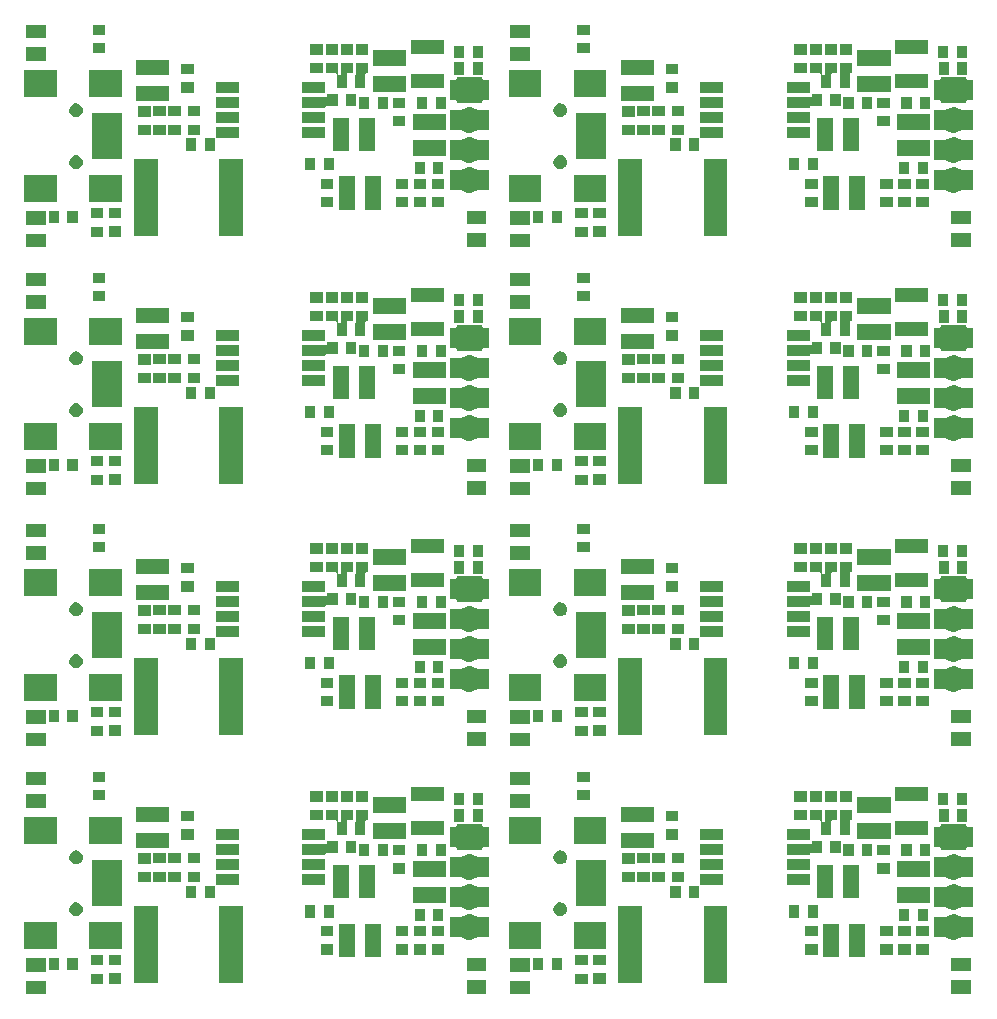
<source format=gts>
G04 #@! TF.FileFunction,Soldermask,Top*
%FSLAX46Y46*%
G04 Gerber Fmt 4.6, Leading zero omitted, Abs format (unit mm)*
G04 Created by KiCad (PCBNEW 0.201603131216+6619~43~ubuntu14.04.1-product) date Do 28 Apr 2016 22:30:15 CEST*
%MOMM*%
G01*
G04 APERTURE LIST*
%ADD10C,0.100000*%
G04 APERTURE END LIST*
D10*
G36*
X84382500Y-132991000D02*
X82725500Y-132991000D01*
X82725500Y-131842000D01*
X84382500Y-131842000D01*
X84382500Y-132991000D01*
X84382500Y-132991000D01*
G37*
G36*
X43382500Y-132991000D02*
X41725500Y-132991000D01*
X41725500Y-131842000D01*
X43382500Y-131842000D01*
X43382500Y-132991000D01*
X43382500Y-132991000D01*
G37*
G36*
X80678500Y-132974500D02*
X79021500Y-132974500D01*
X79021500Y-131825500D01*
X80678500Y-131825500D01*
X80678500Y-132974500D01*
X80678500Y-132974500D01*
G37*
G36*
X121678500Y-132974500D02*
X120021500Y-132974500D01*
X120021500Y-131825500D01*
X121678500Y-131825500D01*
X121678500Y-132974500D01*
X121678500Y-132974500D01*
G37*
G36*
X89253780Y-132119660D02*
X88196220Y-132119660D01*
X88196220Y-131260220D01*
X89253780Y-131260220D01*
X89253780Y-132119660D01*
X89253780Y-132119660D01*
G37*
G36*
X48253780Y-132119660D02*
X47196220Y-132119660D01*
X47196220Y-131260220D01*
X48253780Y-131260220D01*
X48253780Y-132119660D01*
X48253780Y-132119660D01*
G37*
G36*
X90778780Y-132094660D02*
X89721220Y-132094660D01*
X89721220Y-131235220D01*
X90778780Y-131235220D01*
X90778780Y-132094660D01*
X90778780Y-132094660D01*
G37*
G36*
X49778780Y-132094660D02*
X48721220Y-132094660D01*
X48721220Y-131235220D01*
X49778780Y-131235220D01*
X49778780Y-132094660D01*
X49778780Y-132094660D01*
G37*
G36*
X101080000Y-132080000D02*
X99070000Y-132080000D01*
X99070000Y-125520000D01*
X101080000Y-125520000D01*
X101080000Y-132080000D01*
X101080000Y-132080000D01*
G37*
G36*
X93880000Y-132080000D02*
X91870000Y-132080000D01*
X91870000Y-125520000D01*
X93880000Y-125520000D01*
X93880000Y-132080000D01*
X93880000Y-132080000D01*
G37*
G36*
X52880000Y-132080000D02*
X50870000Y-132080000D01*
X50870000Y-125520000D01*
X52880000Y-125520000D01*
X52880000Y-132080000D01*
X52880000Y-132080000D01*
G37*
G36*
X60080000Y-132080000D02*
X58070000Y-132080000D01*
X58070000Y-125520000D01*
X60080000Y-125520000D01*
X60080000Y-132080000D01*
X60080000Y-132080000D01*
G37*
G36*
X43382500Y-131086000D02*
X41725500Y-131086000D01*
X41725500Y-129937000D01*
X43382500Y-129937000D01*
X43382500Y-131086000D01*
X43382500Y-131086000D01*
G37*
G36*
X84382500Y-131086000D02*
X82725500Y-131086000D01*
X82725500Y-129937000D01*
X84382500Y-129937000D01*
X84382500Y-131086000D01*
X84382500Y-131086000D01*
G37*
G36*
X80678500Y-131069500D02*
X79021500Y-131069500D01*
X79021500Y-129920500D01*
X80678500Y-129920500D01*
X80678500Y-131069500D01*
X80678500Y-131069500D01*
G37*
G36*
X121678500Y-131069500D02*
X120021500Y-131069500D01*
X120021500Y-129920500D01*
X121678500Y-129920500D01*
X121678500Y-131069500D01*
X121678500Y-131069500D01*
G37*
G36*
X87069660Y-130976780D02*
X86210220Y-130976780D01*
X86210220Y-129919220D01*
X87069660Y-129919220D01*
X87069660Y-130976780D01*
X87069660Y-130976780D01*
G37*
G36*
X85489780Y-130976780D02*
X84630340Y-130976780D01*
X84630340Y-129919220D01*
X85489780Y-129919220D01*
X85489780Y-130976780D01*
X85489780Y-130976780D01*
G37*
G36*
X46069660Y-130976780D02*
X45210220Y-130976780D01*
X45210220Y-129919220D01*
X46069660Y-129919220D01*
X46069660Y-130976780D01*
X46069660Y-130976780D01*
G37*
G36*
X44489780Y-130976780D02*
X43630340Y-130976780D01*
X43630340Y-129919220D01*
X44489780Y-129919220D01*
X44489780Y-130976780D01*
X44489780Y-130976780D01*
G37*
G36*
X89253780Y-130539780D02*
X88196220Y-130539780D01*
X88196220Y-129680340D01*
X89253780Y-129680340D01*
X89253780Y-130539780D01*
X89253780Y-130539780D01*
G37*
G36*
X48253780Y-130539780D02*
X47196220Y-130539780D01*
X47196220Y-129680340D01*
X48253780Y-129680340D01*
X48253780Y-130539780D01*
X48253780Y-130539780D01*
G37*
G36*
X90778780Y-130514780D02*
X89721220Y-130514780D01*
X89721220Y-129655340D01*
X90778780Y-129655340D01*
X90778780Y-130514780D01*
X90778780Y-130514780D01*
G37*
G36*
X49778780Y-130514780D02*
X48721220Y-130514780D01*
X48721220Y-129655340D01*
X49778780Y-129655340D01*
X49778780Y-130514780D01*
X49778780Y-130514780D01*
G37*
G36*
X110546000Y-129821000D02*
X109226000Y-129821000D01*
X109226000Y-127011000D01*
X110546000Y-127011000D01*
X110546000Y-129821000D01*
X110546000Y-129821000D01*
G37*
G36*
X71746000Y-129821000D02*
X70426000Y-129821000D01*
X70426000Y-127011000D01*
X71746000Y-127011000D01*
X71746000Y-129821000D01*
X71746000Y-129821000D01*
G37*
G36*
X69546000Y-129821000D02*
X68226000Y-129821000D01*
X68226000Y-127011000D01*
X69546000Y-127011000D01*
X69546000Y-129821000D01*
X69546000Y-129821000D01*
G37*
G36*
X112746000Y-129821000D02*
X111426000Y-129821000D01*
X111426000Y-127011000D01*
X112746000Y-127011000D01*
X112746000Y-129821000D01*
X112746000Y-129821000D01*
G37*
G36*
X118118780Y-129635660D02*
X117061220Y-129635660D01*
X117061220Y-128776220D01*
X118118780Y-128776220D01*
X118118780Y-129635660D01*
X118118780Y-129635660D01*
G37*
G36*
X77118780Y-129635660D02*
X76061220Y-129635660D01*
X76061220Y-128776220D01*
X77118780Y-128776220D01*
X77118780Y-129635660D01*
X77118780Y-129635660D01*
G37*
G36*
X116594780Y-129635660D02*
X115537220Y-129635660D01*
X115537220Y-128776220D01*
X116594780Y-128776220D01*
X116594780Y-129635660D01*
X116594780Y-129635660D01*
G37*
G36*
X115070780Y-129635660D02*
X114013220Y-129635660D01*
X114013220Y-128776220D01*
X115070780Y-128776220D01*
X115070780Y-129635660D01*
X115070780Y-129635660D01*
G37*
G36*
X108720780Y-129635660D02*
X107663220Y-129635660D01*
X107663220Y-128776220D01*
X108720780Y-128776220D01*
X108720780Y-129635660D01*
X108720780Y-129635660D01*
G37*
G36*
X67720780Y-129635660D02*
X66663220Y-129635660D01*
X66663220Y-128776220D01*
X67720780Y-128776220D01*
X67720780Y-129635660D01*
X67720780Y-129635660D01*
G37*
G36*
X75594780Y-129635660D02*
X74537220Y-129635660D01*
X74537220Y-128776220D01*
X75594780Y-128776220D01*
X75594780Y-129635660D01*
X75594780Y-129635660D01*
G37*
G36*
X74070780Y-129635660D02*
X73013220Y-129635660D01*
X73013220Y-128776220D01*
X74070780Y-128776220D01*
X74070780Y-129635660D01*
X74070780Y-129635660D01*
G37*
G36*
X90823940Y-129169570D02*
X88064580Y-129169570D01*
X88064580Y-126910590D01*
X90823940Y-126910590D01*
X90823940Y-129169570D01*
X90823940Y-129169570D01*
G37*
G36*
X85324840Y-129169570D02*
X82565480Y-129169570D01*
X82565480Y-126910590D01*
X85324840Y-126910590D01*
X85324840Y-129169570D01*
X85324840Y-129169570D01*
G37*
G36*
X49823940Y-129169570D02*
X47064580Y-129169570D01*
X47064580Y-126910590D01*
X49823940Y-126910590D01*
X49823940Y-129169570D01*
X49823940Y-129169570D01*
G37*
G36*
X44324840Y-129169570D02*
X41565480Y-129169570D01*
X41565480Y-126910590D01*
X44324840Y-126910590D01*
X44324840Y-129169570D01*
X44324840Y-129169570D01*
G37*
G36*
X120363442Y-126230715D02*
X120570910Y-126273302D01*
X120766161Y-126355378D01*
X120850601Y-126412334D01*
X120867849Y-126421650D01*
X120886583Y-126427422D01*
X120906520Y-126429430D01*
X121879870Y-126429430D01*
X121879870Y-128190570D01*
X120907168Y-128190570D01*
X120887659Y-128192491D01*
X120868900Y-128198182D01*
X120853585Y-128206137D01*
X120739302Y-128278663D01*
X120541844Y-128355252D01*
X120333257Y-128392032D01*
X120121504Y-128387596D01*
X119914644Y-128342115D01*
X119720560Y-128257322D01*
X119650250Y-128208455D01*
X119633134Y-128198899D01*
X119614482Y-128192865D01*
X119593179Y-128190570D01*
X118620130Y-128190570D01*
X118620130Y-126429430D01*
X119593373Y-126429430D01*
X119612882Y-126427509D01*
X119631641Y-126421818D01*
X119648129Y-126413106D01*
X119747215Y-126348266D01*
X119943592Y-126268924D01*
X120151642Y-126229236D01*
X120363442Y-126230715D01*
X120363442Y-126230715D01*
G37*
G36*
X79363442Y-126230715D02*
X79570910Y-126273302D01*
X79766161Y-126355378D01*
X79850601Y-126412334D01*
X79867849Y-126421650D01*
X79886583Y-126427422D01*
X79906520Y-126429430D01*
X80879870Y-126429430D01*
X80879870Y-128190570D01*
X79907168Y-128190570D01*
X79887659Y-128192491D01*
X79868900Y-128198182D01*
X79853585Y-128206137D01*
X79739302Y-128278663D01*
X79541844Y-128355252D01*
X79333257Y-128392032D01*
X79121504Y-128387596D01*
X78914644Y-128342115D01*
X78720560Y-128257322D01*
X78650250Y-128208455D01*
X78633134Y-128198899D01*
X78614482Y-128192865D01*
X78593179Y-128190570D01*
X77620130Y-128190570D01*
X77620130Y-126429430D01*
X78593373Y-126429430D01*
X78612882Y-126427509D01*
X78631641Y-126421818D01*
X78648129Y-126413106D01*
X78747215Y-126348266D01*
X78943592Y-126268924D01*
X79151642Y-126229236D01*
X79363442Y-126230715D01*
X79363442Y-126230715D01*
G37*
G36*
X118118780Y-128055780D02*
X117061220Y-128055780D01*
X117061220Y-127196340D01*
X118118780Y-127196340D01*
X118118780Y-128055780D01*
X118118780Y-128055780D01*
G37*
G36*
X77118780Y-128055780D02*
X76061220Y-128055780D01*
X76061220Y-127196340D01*
X77118780Y-127196340D01*
X77118780Y-128055780D01*
X77118780Y-128055780D01*
G37*
G36*
X75594780Y-128055780D02*
X74537220Y-128055780D01*
X74537220Y-127196340D01*
X75594780Y-127196340D01*
X75594780Y-128055780D01*
X75594780Y-128055780D01*
G37*
G36*
X74070780Y-128055780D02*
X73013220Y-128055780D01*
X73013220Y-127196340D01*
X74070780Y-127196340D01*
X74070780Y-128055780D01*
X74070780Y-128055780D01*
G37*
G36*
X67720780Y-128055780D02*
X66663220Y-128055780D01*
X66663220Y-127196340D01*
X67720780Y-127196340D01*
X67720780Y-128055780D01*
X67720780Y-128055780D01*
G37*
G36*
X108720780Y-128055780D02*
X107663220Y-128055780D01*
X107663220Y-127196340D01*
X108720780Y-127196340D01*
X108720780Y-128055780D01*
X108720780Y-128055780D01*
G37*
G36*
X115070780Y-128055780D02*
X114013220Y-128055780D01*
X114013220Y-127196340D01*
X115070780Y-127196340D01*
X115070780Y-128055780D01*
X115070780Y-128055780D01*
G37*
G36*
X116594780Y-128055780D02*
X115537220Y-128055780D01*
X115537220Y-127196340D01*
X116594780Y-127196340D01*
X116594780Y-128055780D01*
X116594780Y-128055780D01*
G37*
G36*
X118047660Y-126828780D02*
X117188220Y-126828780D01*
X117188220Y-125771220D01*
X118047660Y-125771220D01*
X118047660Y-126828780D01*
X118047660Y-126828780D01*
G37*
G36*
X75467780Y-126828780D02*
X74608340Y-126828780D01*
X74608340Y-125771220D01*
X75467780Y-125771220D01*
X75467780Y-126828780D01*
X75467780Y-126828780D01*
G37*
G36*
X77047660Y-126828780D02*
X76188220Y-126828780D01*
X76188220Y-125771220D01*
X77047660Y-125771220D01*
X77047660Y-126828780D01*
X77047660Y-126828780D01*
G37*
G36*
X116467780Y-126828780D02*
X115608340Y-126828780D01*
X115608340Y-125771220D01*
X116467780Y-125771220D01*
X116467780Y-126828780D01*
X116467780Y-126828780D01*
G37*
G36*
X66189780Y-126503780D02*
X65330340Y-126503780D01*
X65330340Y-125446220D01*
X66189780Y-125446220D01*
X66189780Y-126503780D01*
X66189780Y-126503780D01*
G37*
G36*
X108769660Y-126503780D02*
X107910220Y-126503780D01*
X107910220Y-125446220D01*
X108769660Y-125446220D01*
X108769660Y-126503780D01*
X108769660Y-126503780D01*
G37*
G36*
X67769660Y-126503780D02*
X66910220Y-126503780D01*
X66910220Y-125446220D01*
X67769660Y-125446220D01*
X67769660Y-126503780D01*
X67769660Y-126503780D01*
G37*
G36*
X107189780Y-126503780D02*
X106330340Y-126503780D01*
X106330340Y-125446220D01*
X107189780Y-125446220D01*
X107189780Y-126503780D01*
X107189780Y-126503780D01*
G37*
G36*
X46005776Y-125210443D02*
X46117123Y-125233299D01*
X46221893Y-125277340D01*
X46316129Y-125340903D01*
X46396221Y-125421555D01*
X46459117Y-125516223D01*
X46502432Y-125621311D01*
X46524372Y-125732120D01*
X46524372Y-125732136D01*
X46524505Y-125732809D01*
X46522692Y-125862632D01*
X46522540Y-125863300D01*
X46522540Y-125863319D01*
X46497514Y-125973473D01*
X46451285Y-126077303D01*
X46385764Y-126170186D01*
X46303456Y-126248566D01*
X46207484Y-126309473D01*
X46101517Y-126350575D01*
X45989580Y-126370312D01*
X45875942Y-126367931D01*
X45764932Y-126343525D01*
X45660779Y-126298022D01*
X45567442Y-126233150D01*
X45488487Y-126151390D01*
X45426914Y-126055848D01*
X45385072Y-125950167D01*
X45364554Y-125838373D01*
X45366141Y-125724724D01*
X45389773Y-125613544D01*
X45434550Y-125509070D01*
X45498764Y-125415290D01*
X45579973Y-125335763D01*
X45675084Y-125273524D01*
X45780465Y-125230947D01*
X45892116Y-125209648D01*
X46005776Y-125210443D01*
X46005776Y-125210443D01*
G37*
G36*
X87005776Y-125210443D02*
X87117123Y-125233299D01*
X87221893Y-125277340D01*
X87316129Y-125340903D01*
X87396221Y-125421555D01*
X87459117Y-125516223D01*
X87502432Y-125621311D01*
X87524372Y-125732120D01*
X87524372Y-125732136D01*
X87524505Y-125732809D01*
X87522692Y-125862632D01*
X87522540Y-125863300D01*
X87522540Y-125863319D01*
X87497514Y-125973473D01*
X87451285Y-126077303D01*
X87385764Y-126170186D01*
X87303456Y-126248566D01*
X87207484Y-126309473D01*
X87101517Y-126350575D01*
X86989580Y-126370312D01*
X86875942Y-126367931D01*
X86764932Y-126343525D01*
X86660779Y-126298022D01*
X86567442Y-126233150D01*
X86488487Y-126151390D01*
X86426914Y-126055848D01*
X86385072Y-125950167D01*
X86364554Y-125838373D01*
X86366141Y-125724724D01*
X86389773Y-125613544D01*
X86434550Y-125509070D01*
X86498764Y-125415290D01*
X86579973Y-125335763D01*
X86675084Y-125273524D01*
X86780465Y-125230947D01*
X86892116Y-125209648D01*
X87005776Y-125210443D01*
X87005776Y-125210443D01*
G37*
G36*
X120363442Y-123690715D02*
X120570910Y-123733302D01*
X120766161Y-123815378D01*
X120850601Y-123872334D01*
X120867849Y-123881650D01*
X120886583Y-123887422D01*
X120906520Y-123889430D01*
X121879870Y-123889430D01*
X121879870Y-125650570D01*
X120907168Y-125650570D01*
X120887659Y-125652491D01*
X120868900Y-125658182D01*
X120853585Y-125666137D01*
X120739302Y-125738663D01*
X120541844Y-125815252D01*
X120333257Y-125852032D01*
X120121504Y-125847596D01*
X119914644Y-125802115D01*
X119720560Y-125717322D01*
X119650250Y-125668455D01*
X119633134Y-125658899D01*
X119614482Y-125652865D01*
X119593179Y-125650570D01*
X118620130Y-125650570D01*
X118620130Y-123889430D01*
X119593373Y-123889430D01*
X119612882Y-123887509D01*
X119631641Y-123881818D01*
X119648129Y-123873106D01*
X119747215Y-123808266D01*
X119943592Y-123728924D01*
X120151642Y-123689236D01*
X120363442Y-123690715D01*
X120363442Y-123690715D01*
G37*
G36*
X79363442Y-123690715D02*
X79570910Y-123733302D01*
X79766161Y-123815378D01*
X79850601Y-123872334D01*
X79867849Y-123881650D01*
X79886583Y-123887422D01*
X79906520Y-123889430D01*
X80879870Y-123889430D01*
X80879870Y-125650570D01*
X79907168Y-125650570D01*
X79887659Y-125652491D01*
X79868900Y-125658182D01*
X79853585Y-125666137D01*
X79739302Y-125738663D01*
X79541844Y-125815252D01*
X79333257Y-125852032D01*
X79121504Y-125847596D01*
X78914644Y-125802115D01*
X78720560Y-125717322D01*
X78650250Y-125668455D01*
X78633134Y-125658899D01*
X78614482Y-125652865D01*
X78593179Y-125650570D01*
X77620130Y-125650570D01*
X77620130Y-123889430D01*
X78593373Y-123889430D01*
X78612882Y-123887509D01*
X78631641Y-123881818D01*
X78648129Y-123873106D01*
X78747215Y-123808266D01*
X78943592Y-123728924D01*
X79151642Y-123689236D01*
X79363442Y-123690715D01*
X79363442Y-123690715D01*
G37*
G36*
X90823940Y-125570390D02*
X88262700Y-125570390D01*
X88262700Y-121609610D01*
X90823940Y-121609610D01*
X90823940Y-125570390D01*
X90823940Y-125570390D01*
G37*
G36*
X49823940Y-125570390D02*
X47262700Y-125570390D01*
X47262700Y-121609610D01*
X49823940Y-121609610D01*
X49823940Y-125570390D01*
X49823940Y-125570390D01*
G37*
G36*
X118255000Y-125260000D02*
X115445000Y-125260000D01*
X115445000Y-123940000D01*
X118255000Y-123940000D01*
X118255000Y-125260000D01*
X118255000Y-125260000D01*
G37*
G36*
X77255000Y-125260000D02*
X74445000Y-125260000D01*
X74445000Y-123940000D01*
X77255000Y-123940000D01*
X77255000Y-125260000D01*
X77255000Y-125260000D01*
G37*
G36*
X110038000Y-124880000D02*
X108718000Y-124880000D01*
X108718000Y-122070000D01*
X110038000Y-122070000D01*
X110038000Y-124880000D01*
X110038000Y-124880000D01*
G37*
G36*
X71238000Y-124880000D02*
X69918000Y-124880000D01*
X69918000Y-122070000D01*
X71238000Y-122070000D01*
X71238000Y-124880000D01*
X71238000Y-124880000D01*
G37*
G36*
X112238000Y-124880000D02*
X110918000Y-124880000D01*
X110918000Y-122070000D01*
X112238000Y-122070000D01*
X112238000Y-124880000D01*
X112238000Y-124880000D01*
G37*
G36*
X69038000Y-124880000D02*
X67718000Y-124880000D01*
X67718000Y-122070000D01*
X69038000Y-122070000D01*
X69038000Y-124880000D01*
X69038000Y-124880000D01*
G37*
G36*
X98717212Y-123801732D02*
X98711521Y-123820491D01*
X98709600Y-123840000D01*
X98709600Y-124853780D01*
X97850160Y-124853780D01*
X97850160Y-123796220D01*
X98695000Y-123796220D01*
X98714509Y-123794299D01*
X98722477Y-123791882D01*
X98717212Y-123801732D01*
X98717212Y-123801732D01*
G37*
G36*
X97129720Y-124853780D02*
X96270280Y-124853780D01*
X96270280Y-123796220D01*
X97129720Y-123796220D01*
X97129720Y-124853780D01*
X97129720Y-124853780D01*
G37*
G36*
X57717212Y-123801732D02*
X57711521Y-123820491D01*
X57709600Y-123840000D01*
X57709600Y-124853780D01*
X56850160Y-124853780D01*
X56850160Y-123796220D01*
X57695000Y-123796220D01*
X57714509Y-123794299D01*
X57722477Y-123791882D01*
X57717212Y-123801732D01*
X57717212Y-123801732D01*
G37*
G36*
X56129720Y-124853780D02*
X55270280Y-124853780D01*
X55270280Y-123796220D01*
X56129720Y-123796220D01*
X56129720Y-124853780D01*
X56129720Y-124853780D01*
G37*
G36*
X59755000Y-123740000D02*
X57809600Y-123740000D01*
X57790091Y-123741921D01*
X57782123Y-123744338D01*
X57787388Y-123734488D01*
X57793079Y-123715729D01*
X57795000Y-123696220D01*
X57795000Y-122830000D01*
X59755000Y-122830000D01*
X59755000Y-123740000D01*
X59755000Y-123740000D01*
G37*
G36*
X100755000Y-123740000D02*
X98809600Y-123740000D01*
X98790091Y-123741921D01*
X98782123Y-123744338D01*
X98787388Y-123734488D01*
X98793079Y-123715729D01*
X98795000Y-123696220D01*
X98795000Y-122830000D01*
X100755000Y-122830000D01*
X100755000Y-123740000D01*
X100755000Y-123740000D01*
G37*
G36*
X108055000Y-123740000D02*
X106095000Y-123740000D01*
X106095000Y-122830000D01*
X108055000Y-122830000D01*
X108055000Y-123740000D01*
X108055000Y-123740000D01*
G37*
G36*
X67055000Y-123740000D02*
X65095000Y-123740000D01*
X65095000Y-122830000D01*
X67055000Y-122830000D01*
X67055000Y-123740000D01*
X67055000Y-123740000D01*
G37*
G36*
X52255780Y-123516660D02*
X51198220Y-123516660D01*
X51198220Y-122657220D01*
X52255780Y-122657220D01*
X52255780Y-123516660D01*
X52255780Y-123516660D01*
G37*
G36*
X93255780Y-123516660D02*
X92198220Y-123516660D01*
X92198220Y-122657220D01*
X93255780Y-122657220D01*
X93255780Y-123516660D01*
X93255780Y-123516660D01*
G37*
G36*
X54803780Y-123509600D02*
X53746220Y-123509600D01*
X53746220Y-122650160D01*
X54803780Y-122650160D01*
X54803780Y-123509600D01*
X54803780Y-123509600D01*
G37*
G36*
X53528780Y-123509600D02*
X52471220Y-123509600D01*
X52471220Y-122650160D01*
X53528780Y-122650160D01*
X53528780Y-123509600D01*
X53528780Y-123509600D01*
G37*
G36*
X94528780Y-123509600D02*
X93471220Y-123509600D01*
X93471220Y-122650160D01*
X94528780Y-122650160D01*
X94528780Y-123509600D01*
X94528780Y-123509600D01*
G37*
G36*
X95803780Y-123509600D02*
X94746220Y-123509600D01*
X94746220Y-122650160D01*
X95803780Y-122650160D01*
X95803780Y-123509600D01*
X95803780Y-123509600D01*
G37*
G36*
X97453780Y-123494660D02*
X96396220Y-123494660D01*
X96396220Y-122635220D01*
X97453780Y-122635220D01*
X97453780Y-123494660D01*
X97453780Y-123494660D01*
G37*
G36*
X56453780Y-123494660D02*
X55396220Y-123494660D01*
X55396220Y-122635220D01*
X56453780Y-122635220D01*
X56453780Y-123494660D01*
X56453780Y-123494660D01*
G37*
G36*
X79363442Y-121150715D02*
X79570910Y-121193302D01*
X79766161Y-121275378D01*
X79850601Y-121332334D01*
X79867849Y-121341650D01*
X79886583Y-121347422D01*
X79906520Y-121349430D01*
X80879870Y-121349430D01*
X80879870Y-123110570D01*
X79907168Y-123110570D01*
X79887659Y-123112491D01*
X79868900Y-123118182D01*
X79853585Y-123126137D01*
X79739302Y-123198663D01*
X79541844Y-123275252D01*
X79333257Y-123312032D01*
X79121504Y-123307596D01*
X78914644Y-123262115D01*
X78720560Y-123177322D01*
X78650250Y-123128455D01*
X78633134Y-123118899D01*
X78614482Y-123112865D01*
X78593179Y-123110570D01*
X77620130Y-123110570D01*
X77620130Y-121349430D01*
X78593373Y-121349430D01*
X78612882Y-121347509D01*
X78631641Y-121341818D01*
X78648129Y-121333106D01*
X78747215Y-121268266D01*
X78943592Y-121188924D01*
X79151642Y-121149236D01*
X79363442Y-121150715D01*
X79363442Y-121150715D01*
G37*
G36*
X120363442Y-121150715D02*
X120570910Y-121193302D01*
X120766161Y-121275378D01*
X120850601Y-121332334D01*
X120867849Y-121341650D01*
X120886583Y-121347422D01*
X120906520Y-121349430D01*
X121879870Y-121349430D01*
X121879870Y-123110570D01*
X120907168Y-123110570D01*
X120887659Y-123112491D01*
X120868900Y-123118182D01*
X120853585Y-123126137D01*
X120739302Y-123198663D01*
X120541844Y-123275252D01*
X120333257Y-123312032D01*
X120121504Y-123307596D01*
X119914644Y-123262115D01*
X119720560Y-123177322D01*
X119650250Y-123128455D01*
X119633134Y-123118899D01*
X119614482Y-123112865D01*
X119593179Y-123110570D01*
X118620130Y-123110570D01*
X118620130Y-121349430D01*
X119593373Y-121349430D01*
X119612882Y-121347509D01*
X119631641Y-121341818D01*
X119648129Y-121333106D01*
X119747215Y-121268266D01*
X119943592Y-121188924D01*
X120151642Y-121149236D01*
X120363442Y-121150715D01*
X120363442Y-121150715D01*
G37*
G36*
X118255000Y-123060000D02*
X115445000Y-123060000D01*
X115445000Y-121740000D01*
X118255000Y-121740000D01*
X118255000Y-123060000D01*
X118255000Y-123060000D01*
G37*
G36*
X77255000Y-123060000D02*
X74445000Y-123060000D01*
X74445000Y-121740000D01*
X77255000Y-121740000D01*
X77255000Y-123060000D01*
X77255000Y-123060000D01*
G37*
G36*
X73816780Y-122777660D02*
X72759220Y-122777660D01*
X72759220Y-121918220D01*
X73816780Y-121918220D01*
X73816780Y-122777660D01*
X73816780Y-122777660D01*
G37*
G36*
X114816780Y-122777660D02*
X113759220Y-122777660D01*
X113759220Y-121918220D01*
X114816780Y-121918220D01*
X114816780Y-122777660D01*
X114816780Y-122777660D01*
G37*
G36*
X100755000Y-122470000D02*
X98795000Y-122470000D01*
X98795000Y-121560000D01*
X100755000Y-121560000D01*
X100755000Y-122470000D01*
X100755000Y-122470000D01*
G37*
G36*
X108055000Y-122470000D02*
X106095000Y-122470000D01*
X106095000Y-121560000D01*
X108055000Y-121560000D01*
X108055000Y-122470000D01*
X108055000Y-122470000D01*
G37*
G36*
X59755000Y-122470000D02*
X57795000Y-122470000D01*
X57795000Y-121560000D01*
X59755000Y-121560000D01*
X59755000Y-122470000D01*
X59755000Y-122470000D01*
G37*
G36*
X67055000Y-122470000D02*
X65095000Y-122470000D01*
X65095000Y-121560000D01*
X67055000Y-121560000D01*
X67055000Y-122470000D01*
X67055000Y-122470000D01*
G37*
G36*
X87005776Y-120811163D02*
X87117123Y-120834019D01*
X87221893Y-120878060D01*
X87316129Y-120941623D01*
X87396221Y-121022275D01*
X87459117Y-121116943D01*
X87502432Y-121222031D01*
X87524372Y-121332840D01*
X87524372Y-121332856D01*
X87524505Y-121333529D01*
X87522692Y-121463352D01*
X87522540Y-121464020D01*
X87522540Y-121464039D01*
X87497514Y-121574193D01*
X87451285Y-121678023D01*
X87385764Y-121770906D01*
X87303456Y-121849286D01*
X87207484Y-121910193D01*
X87101517Y-121951295D01*
X86989580Y-121971032D01*
X86875942Y-121968651D01*
X86764932Y-121944245D01*
X86660779Y-121898742D01*
X86567442Y-121833870D01*
X86488487Y-121752110D01*
X86426914Y-121656568D01*
X86385072Y-121550887D01*
X86364554Y-121439093D01*
X86366141Y-121325444D01*
X86389773Y-121214264D01*
X86434550Y-121109790D01*
X86498764Y-121016010D01*
X86579973Y-120936483D01*
X86675084Y-120874244D01*
X86780465Y-120831667D01*
X86892116Y-120810368D01*
X87005776Y-120811163D01*
X87005776Y-120811163D01*
G37*
G36*
X46005776Y-120811163D02*
X46117123Y-120834019D01*
X46221893Y-120878060D01*
X46316129Y-120941623D01*
X46396221Y-121022275D01*
X46459117Y-121116943D01*
X46502432Y-121222031D01*
X46524372Y-121332840D01*
X46524372Y-121332856D01*
X46524505Y-121333529D01*
X46522692Y-121463352D01*
X46522540Y-121464020D01*
X46522540Y-121464039D01*
X46497514Y-121574193D01*
X46451285Y-121678023D01*
X46385764Y-121770906D01*
X46303456Y-121849286D01*
X46207484Y-121910193D01*
X46101517Y-121951295D01*
X45989580Y-121971032D01*
X45875942Y-121968651D01*
X45764932Y-121944245D01*
X45660779Y-121898742D01*
X45567442Y-121833870D01*
X45488487Y-121752110D01*
X45426914Y-121656568D01*
X45385072Y-121550887D01*
X45364554Y-121439093D01*
X45366141Y-121325444D01*
X45389773Y-121214264D01*
X45434550Y-121109790D01*
X45498764Y-121016010D01*
X45579973Y-120936483D01*
X45675084Y-120874244D01*
X45780465Y-120831667D01*
X45892116Y-120810368D01*
X46005776Y-120811163D01*
X46005776Y-120811163D01*
G37*
G36*
X52255780Y-121936780D02*
X51198220Y-121936780D01*
X51198220Y-121077340D01*
X52255780Y-121077340D01*
X52255780Y-121936780D01*
X52255780Y-121936780D01*
G37*
G36*
X93255780Y-121936780D02*
X92198220Y-121936780D01*
X92198220Y-121077340D01*
X93255780Y-121077340D01*
X93255780Y-121936780D01*
X93255780Y-121936780D01*
G37*
G36*
X94528780Y-121929720D02*
X93471220Y-121929720D01*
X93471220Y-121070280D01*
X94528780Y-121070280D01*
X94528780Y-121929720D01*
X94528780Y-121929720D01*
G37*
G36*
X95803780Y-121929720D02*
X94746220Y-121929720D01*
X94746220Y-121070280D01*
X95803780Y-121070280D01*
X95803780Y-121929720D01*
X95803780Y-121929720D01*
G37*
G36*
X54803780Y-121929720D02*
X53746220Y-121929720D01*
X53746220Y-121070280D01*
X54803780Y-121070280D01*
X54803780Y-121929720D01*
X54803780Y-121929720D01*
G37*
G36*
X53528780Y-121929720D02*
X52471220Y-121929720D01*
X52471220Y-121070280D01*
X53528780Y-121070280D01*
X53528780Y-121929720D01*
X53528780Y-121929720D01*
G37*
G36*
X97453780Y-121914780D02*
X96396220Y-121914780D01*
X96396220Y-121055340D01*
X97453780Y-121055340D01*
X97453780Y-121914780D01*
X97453780Y-121914780D01*
G37*
G36*
X56453780Y-121914780D02*
X55396220Y-121914780D01*
X55396220Y-121055340D01*
X56453780Y-121055340D01*
X56453780Y-121914780D01*
X56453780Y-121914780D01*
G37*
G36*
X77269660Y-121328780D02*
X76410220Y-121328780D01*
X76410220Y-120271220D01*
X77269660Y-120271220D01*
X77269660Y-121328780D01*
X77269660Y-121328780D01*
G37*
G36*
X118269660Y-121328780D02*
X117410220Y-121328780D01*
X117410220Y-120271220D01*
X118269660Y-120271220D01*
X118269660Y-121328780D01*
X118269660Y-121328780D01*
G37*
G36*
X75689780Y-121328780D02*
X74830340Y-121328780D01*
X74830340Y-120271220D01*
X75689780Y-120271220D01*
X75689780Y-121328780D01*
X75689780Y-121328780D01*
G37*
G36*
X116689780Y-121328780D02*
X115830340Y-121328780D01*
X115830340Y-120271220D01*
X116689780Y-120271220D01*
X116689780Y-121328780D01*
X116689780Y-121328780D01*
G37*
G36*
X111768780Y-121324780D02*
X110909340Y-121324780D01*
X110909340Y-120267220D01*
X111768780Y-120267220D01*
X111768780Y-121324780D01*
X111768780Y-121324780D01*
G37*
G36*
X113348660Y-121324780D02*
X112489220Y-121324780D01*
X112489220Y-120267220D01*
X113348660Y-120267220D01*
X113348660Y-121324780D01*
X113348660Y-121324780D01*
G37*
G36*
X72348660Y-121324780D02*
X71489220Y-121324780D01*
X71489220Y-120267220D01*
X72348660Y-120267220D01*
X72348660Y-121324780D01*
X72348660Y-121324780D01*
G37*
G36*
X70768780Y-121324780D02*
X69909340Y-121324780D01*
X69909340Y-120267220D01*
X70768780Y-120267220D01*
X70768780Y-121324780D01*
X70768780Y-121324780D01*
G37*
G36*
X100755000Y-121200000D02*
X98795000Y-121200000D01*
X98795000Y-120290000D01*
X100755000Y-120290000D01*
X100755000Y-121200000D01*
X100755000Y-121200000D01*
G37*
G36*
X109089780Y-121053780D02*
X108155000Y-121053780D01*
X108135491Y-121055701D01*
X108116732Y-121061392D01*
X108099443Y-121070633D01*
X108084289Y-121083069D01*
X108071853Y-121098223D01*
X108062612Y-121115512D01*
X108056921Y-121134271D01*
X108055000Y-121153780D01*
X108055000Y-121200000D01*
X106095000Y-121200000D01*
X106095000Y-120290000D01*
X108130340Y-120290000D01*
X108149849Y-120288079D01*
X108168608Y-120282388D01*
X108185897Y-120273147D01*
X108201051Y-120260711D01*
X108213487Y-120245557D01*
X108222728Y-120228268D01*
X108228419Y-120209509D01*
X108230340Y-120190000D01*
X108230340Y-120030000D01*
X108228419Y-120010491D01*
X108224090Y-119996220D01*
X109089780Y-119996220D01*
X109089780Y-121053780D01*
X109089780Y-121053780D01*
G37*
G36*
X68089780Y-121053780D02*
X67155000Y-121053780D01*
X67135491Y-121055701D01*
X67116732Y-121061392D01*
X67099443Y-121070633D01*
X67084289Y-121083069D01*
X67071853Y-121098223D01*
X67062612Y-121115512D01*
X67056921Y-121134271D01*
X67055000Y-121153780D01*
X67055000Y-121200000D01*
X65095000Y-121200000D01*
X65095000Y-120290000D01*
X67130340Y-120290000D01*
X67149849Y-120288079D01*
X67168608Y-120282388D01*
X67185897Y-120273147D01*
X67201051Y-120260711D01*
X67213487Y-120245557D01*
X67222728Y-120228268D01*
X67228419Y-120209509D01*
X67230340Y-120190000D01*
X67230340Y-120030000D01*
X67228419Y-120010491D01*
X67224090Y-119996220D01*
X68089780Y-119996220D01*
X68089780Y-121053780D01*
X68089780Y-121053780D01*
G37*
G36*
X59755000Y-121200000D02*
X57795000Y-121200000D01*
X57795000Y-120290000D01*
X59755000Y-120290000D01*
X59755000Y-121200000D01*
X59755000Y-121200000D01*
G37*
G36*
X114816780Y-121197780D02*
X113759220Y-121197780D01*
X113759220Y-120338340D01*
X114816780Y-120338340D01*
X114816780Y-121197780D01*
X114816780Y-121197780D01*
G37*
G36*
X73816780Y-121197780D02*
X72759220Y-121197780D01*
X72759220Y-120338340D01*
X73816780Y-120338340D01*
X73816780Y-121197780D01*
X73816780Y-121197780D01*
G37*
G36*
X69669660Y-121053780D02*
X68810220Y-121053780D01*
X68810220Y-119996220D01*
X69669660Y-119996220D01*
X69669660Y-121053780D01*
X69669660Y-121053780D01*
G37*
G36*
X110669660Y-121053780D02*
X109810220Y-121053780D01*
X109810220Y-119996220D01*
X110669660Y-119996220D01*
X110669660Y-121053780D01*
X110669660Y-121053780D01*
G37*
G36*
X121330000Y-118709430D02*
X121331921Y-118728939D01*
X121337612Y-118747698D01*
X121346853Y-118764987D01*
X121359289Y-118780141D01*
X121374443Y-118792577D01*
X121391732Y-118801818D01*
X121410491Y-118807509D01*
X121430000Y-118809430D01*
X121879870Y-118809430D01*
X121879870Y-120570570D01*
X121430000Y-120570570D01*
X121410491Y-120572491D01*
X121391732Y-120578182D01*
X121374443Y-120587423D01*
X121359289Y-120599859D01*
X121346853Y-120615013D01*
X121337612Y-120632302D01*
X121331921Y-120651061D01*
X121330000Y-120670570D01*
X121330000Y-120770000D01*
X119170000Y-120770000D01*
X119170000Y-120670570D01*
X119168079Y-120651061D01*
X119162388Y-120632302D01*
X119153147Y-120615013D01*
X119140711Y-120599859D01*
X119125557Y-120587423D01*
X119108268Y-120578182D01*
X119089509Y-120572491D01*
X119070000Y-120570570D01*
X118620130Y-120570570D01*
X118620130Y-118809430D01*
X119070000Y-118809430D01*
X119089509Y-118807509D01*
X119108268Y-118801818D01*
X119125557Y-118792577D01*
X119140711Y-118780141D01*
X119153147Y-118764987D01*
X119162388Y-118747698D01*
X119168079Y-118728939D01*
X119170000Y-118709430D01*
X119170000Y-118610000D01*
X121330000Y-118610000D01*
X121330000Y-118709430D01*
X121330000Y-118709430D01*
G37*
G36*
X80330000Y-118709430D02*
X80331921Y-118728939D01*
X80337612Y-118747698D01*
X80346853Y-118764987D01*
X80359289Y-118780141D01*
X80374443Y-118792577D01*
X80391732Y-118801818D01*
X80410491Y-118807509D01*
X80430000Y-118809430D01*
X80879870Y-118809430D01*
X80879870Y-120570570D01*
X80430000Y-120570570D01*
X80410491Y-120572491D01*
X80391732Y-120578182D01*
X80374443Y-120587423D01*
X80359289Y-120599859D01*
X80346853Y-120615013D01*
X80337612Y-120632302D01*
X80331921Y-120651061D01*
X80330000Y-120670570D01*
X80330000Y-120770000D01*
X78170000Y-120770000D01*
X78170000Y-120670570D01*
X78168079Y-120651061D01*
X78162388Y-120632302D01*
X78153147Y-120615013D01*
X78140711Y-120599859D01*
X78125557Y-120587423D01*
X78108268Y-120578182D01*
X78089509Y-120572491D01*
X78070000Y-120570570D01*
X77620130Y-120570570D01*
X77620130Y-118809430D01*
X78070000Y-118809430D01*
X78089509Y-118807509D01*
X78108268Y-118801818D01*
X78125557Y-118792577D01*
X78140711Y-118780141D01*
X78153147Y-118764987D01*
X78162388Y-118747698D01*
X78168079Y-118728939D01*
X78170000Y-118709430D01*
X78170000Y-118610000D01*
X80330000Y-118610000D01*
X80330000Y-118709430D01*
X80330000Y-118709430D01*
G37*
G36*
X53855000Y-120635000D02*
X51045000Y-120635000D01*
X51045000Y-119315000D01*
X53855000Y-119315000D01*
X53855000Y-120635000D01*
X53855000Y-120635000D01*
G37*
G36*
X94855000Y-120635000D02*
X92045000Y-120635000D01*
X92045000Y-119315000D01*
X94855000Y-119315000D01*
X94855000Y-120635000D01*
X94855000Y-120635000D01*
G37*
G36*
X90823940Y-120269410D02*
X88064580Y-120269410D01*
X88064580Y-118010430D01*
X90823940Y-118010430D01*
X90823940Y-120269410D01*
X90823940Y-120269410D01*
G37*
G36*
X44324840Y-120269410D02*
X41565480Y-120269410D01*
X41565480Y-118010430D01*
X44324840Y-118010430D01*
X44324840Y-120269410D01*
X44324840Y-120269410D01*
G37*
G36*
X49823940Y-120269410D02*
X47064580Y-120269410D01*
X47064580Y-118010430D01*
X49823940Y-118010430D01*
X49823940Y-120269410D01*
X49823940Y-120269410D01*
G37*
G36*
X85324840Y-120269410D02*
X82565480Y-120269410D01*
X82565480Y-118010430D01*
X85324840Y-118010430D01*
X85324840Y-120269410D01*
X85324840Y-120269410D01*
G37*
G36*
X108055000Y-119896220D02*
X108056921Y-119915729D01*
X108061250Y-119930000D01*
X106095000Y-119930000D01*
X106095000Y-119020000D01*
X108055000Y-119020000D01*
X108055000Y-119896220D01*
X108055000Y-119896220D01*
G37*
G36*
X59755000Y-119930000D02*
X57795000Y-119930000D01*
X57795000Y-119020000D01*
X59755000Y-119020000D01*
X59755000Y-119930000D01*
X59755000Y-119930000D01*
G37*
G36*
X67055000Y-119896220D02*
X67056921Y-119915729D01*
X67061250Y-119930000D01*
X65095000Y-119930000D01*
X65095000Y-119020000D01*
X67055000Y-119020000D01*
X67055000Y-119896220D01*
X67055000Y-119896220D01*
G37*
G36*
X100755000Y-119930000D02*
X98795000Y-119930000D01*
X98795000Y-119020000D01*
X100755000Y-119020000D01*
X100755000Y-119930000D01*
X100755000Y-119930000D01*
G37*
G36*
X96928780Y-119909600D02*
X95871220Y-119909600D01*
X95871220Y-119050160D01*
X96928780Y-119050160D01*
X96928780Y-119909600D01*
X96928780Y-119909600D01*
G37*
G36*
X55928780Y-119909600D02*
X54871220Y-119909600D01*
X54871220Y-119050160D01*
X55928780Y-119050160D01*
X55928780Y-119909600D01*
X55928780Y-119909600D01*
G37*
G36*
X73905000Y-119835000D02*
X71095000Y-119835000D01*
X71095000Y-118515000D01*
X73905000Y-118515000D01*
X73905000Y-119835000D01*
X73905000Y-119835000D01*
G37*
G36*
X114905000Y-119835000D02*
X112095000Y-119835000D01*
X112095000Y-118515000D01*
X114905000Y-118515000D01*
X114905000Y-119835000D01*
X114905000Y-119835000D01*
G37*
G36*
X77081000Y-119524000D02*
X74321000Y-119524000D01*
X74321000Y-118364000D01*
X77081000Y-118364000D01*
X77081000Y-119524000D01*
X77081000Y-119524000D01*
G37*
G36*
X118081000Y-119524000D02*
X115321000Y-119524000D01*
X115321000Y-118364000D01*
X118081000Y-118364000D01*
X118081000Y-119524000D01*
X118081000Y-119524000D01*
G37*
G36*
X109128780Y-118325720D02*
X109130701Y-118345229D01*
X109136392Y-118363988D01*
X109145633Y-118381277D01*
X109158069Y-118396431D01*
X109173223Y-118408867D01*
X109190512Y-118418108D01*
X109209271Y-118423799D01*
X109228780Y-118425720D01*
X109246220Y-118425720D01*
X109265729Y-118423799D01*
X109284488Y-118418108D01*
X109301777Y-118408867D01*
X109316931Y-118396431D01*
X109329367Y-118381277D01*
X109338608Y-118363988D01*
X109344299Y-118345229D01*
X109346220Y-118325720D01*
X109346220Y-117410220D01*
X110403780Y-117410220D01*
X110403780Y-118269660D01*
X109963780Y-118269660D01*
X109944271Y-118271581D01*
X109925512Y-118277272D01*
X109908223Y-118286513D01*
X109893069Y-118298949D01*
X109880633Y-118314103D01*
X109871392Y-118331392D01*
X109865701Y-118350151D01*
X109863780Y-118369660D01*
X109863780Y-119483280D01*
X109004340Y-119483280D01*
X109004340Y-118369660D01*
X109002419Y-118350151D01*
X108996728Y-118331392D01*
X108987487Y-118314103D01*
X108975051Y-118298949D01*
X108959897Y-118286513D01*
X108942608Y-118277272D01*
X108923849Y-118271581D01*
X108904340Y-118269660D01*
X108071220Y-118269660D01*
X108071220Y-117410220D01*
X109128780Y-117410220D01*
X109128780Y-118325720D01*
X109128780Y-118325720D01*
G37*
G36*
X111678780Y-118269660D02*
X111543660Y-118269660D01*
X111524151Y-118271581D01*
X111505392Y-118277272D01*
X111488103Y-118286513D01*
X111472949Y-118298949D01*
X111460513Y-118314103D01*
X111451272Y-118331392D01*
X111445581Y-118350151D01*
X111443660Y-118369660D01*
X111443660Y-119483280D01*
X110584220Y-119483280D01*
X110584220Y-118402759D01*
X110591931Y-118396431D01*
X110604367Y-118381277D01*
X110613608Y-118363988D01*
X110619299Y-118345229D01*
X110621220Y-118325720D01*
X110621220Y-117410220D01*
X111678780Y-117410220D01*
X111678780Y-118269660D01*
X111678780Y-118269660D01*
G37*
G36*
X68128780Y-118325720D02*
X68130701Y-118345229D01*
X68136392Y-118363988D01*
X68145633Y-118381277D01*
X68158069Y-118396431D01*
X68173223Y-118408867D01*
X68190512Y-118418108D01*
X68209271Y-118423799D01*
X68228780Y-118425720D01*
X68246220Y-118425720D01*
X68265729Y-118423799D01*
X68284488Y-118418108D01*
X68301777Y-118408867D01*
X68316931Y-118396431D01*
X68329367Y-118381277D01*
X68338608Y-118363988D01*
X68344299Y-118345229D01*
X68346220Y-118325720D01*
X68346220Y-117410220D01*
X69403780Y-117410220D01*
X69403780Y-118269660D01*
X68963780Y-118269660D01*
X68944271Y-118271581D01*
X68925512Y-118277272D01*
X68908223Y-118286513D01*
X68893069Y-118298949D01*
X68880633Y-118314103D01*
X68871392Y-118331392D01*
X68865701Y-118350151D01*
X68863780Y-118369660D01*
X68863780Y-119483280D01*
X68004340Y-119483280D01*
X68004340Y-118369660D01*
X68002419Y-118350151D01*
X67996728Y-118331392D01*
X67987487Y-118314103D01*
X67975051Y-118298949D01*
X67959897Y-118286513D01*
X67942608Y-118277272D01*
X67923849Y-118271581D01*
X67904340Y-118269660D01*
X67071220Y-118269660D01*
X67071220Y-117410220D01*
X68128780Y-117410220D01*
X68128780Y-118325720D01*
X68128780Y-118325720D01*
G37*
G36*
X70678780Y-118269660D02*
X70543660Y-118269660D01*
X70524151Y-118271581D01*
X70505392Y-118277272D01*
X70488103Y-118286513D01*
X70472949Y-118298949D01*
X70460513Y-118314103D01*
X70451272Y-118331392D01*
X70445581Y-118350151D01*
X70443660Y-118369660D01*
X70443660Y-119483280D01*
X69584220Y-119483280D01*
X69584220Y-118402759D01*
X69591931Y-118396431D01*
X69604367Y-118381277D01*
X69613608Y-118363988D01*
X69619299Y-118345229D01*
X69621220Y-118325720D01*
X69621220Y-117410220D01*
X70678780Y-117410220D01*
X70678780Y-118269660D01*
X70678780Y-118269660D01*
G37*
G36*
X94855000Y-118435000D02*
X92045000Y-118435000D01*
X92045000Y-117115000D01*
X94855000Y-117115000D01*
X94855000Y-118435000D01*
X94855000Y-118435000D01*
G37*
G36*
X53855000Y-118435000D02*
X51045000Y-118435000D01*
X51045000Y-117115000D01*
X53855000Y-117115000D01*
X53855000Y-118435000D01*
X53855000Y-118435000D01*
G37*
G36*
X119824840Y-118378780D02*
X118965400Y-118378780D01*
X118965400Y-117321220D01*
X119824840Y-117321220D01*
X119824840Y-118378780D01*
X119824840Y-118378780D01*
G37*
G36*
X78824840Y-118378780D02*
X77965400Y-118378780D01*
X77965400Y-117321220D01*
X78824840Y-117321220D01*
X78824840Y-118378780D01*
X78824840Y-118378780D01*
G37*
G36*
X121404720Y-118378780D02*
X120545280Y-118378780D01*
X120545280Y-117321220D01*
X121404720Y-117321220D01*
X121404720Y-118378780D01*
X121404720Y-118378780D01*
G37*
G36*
X80404720Y-118378780D02*
X79545280Y-118378780D01*
X79545280Y-117321220D01*
X80404720Y-117321220D01*
X80404720Y-118378780D01*
X80404720Y-118378780D01*
G37*
G36*
X55928780Y-118329720D02*
X54871220Y-118329720D01*
X54871220Y-117470280D01*
X55928780Y-117470280D01*
X55928780Y-118329720D01*
X55928780Y-118329720D01*
G37*
G36*
X96928780Y-118329720D02*
X95871220Y-118329720D01*
X95871220Y-117470280D01*
X96928780Y-117470280D01*
X96928780Y-118329720D01*
X96928780Y-118329720D01*
G37*
G36*
X66828780Y-118269660D02*
X65771220Y-118269660D01*
X65771220Y-117410220D01*
X66828780Y-117410220D01*
X66828780Y-118269660D01*
X66828780Y-118269660D01*
G37*
G36*
X107828780Y-118269660D02*
X106771220Y-118269660D01*
X106771220Y-117410220D01*
X107828780Y-117410220D01*
X107828780Y-118269660D01*
X107828780Y-118269660D01*
G37*
G36*
X73905000Y-117635000D02*
X71095000Y-117635000D01*
X71095000Y-116315000D01*
X73905000Y-116315000D01*
X73905000Y-117635000D01*
X73905000Y-117635000D01*
G37*
G36*
X114905000Y-117635000D02*
X112095000Y-117635000D01*
X112095000Y-116315000D01*
X114905000Y-116315000D01*
X114905000Y-117635000D01*
X114905000Y-117635000D01*
G37*
G36*
X43378500Y-117227000D02*
X41721500Y-117227000D01*
X41721500Y-116078000D01*
X43378500Y-116078000D01*
X43378500Y-117227000D01*
X43378500Y-117227000D01*
G37*
G36*
X84378500Y-117227000D02*
X82721500Y-117227000D01*
X82721500Y-116078000D01*
X84378500Y-116078000D01*
X84378500Y-117227000D01*
X84378500Y-117227000D01*
G37*
G36*
X121384600Y-117003780D02*
X120525160Y-117003780D01*
X120525160Y-115946220D01*
X121384600Y-115946220D01*
X121384600Y-117003780D01*
X121384600Y-117003780D01*
G37*
G36*
X119804720Y-117003780D02*
X118945280Y-117003780D01*
X118945280Y-115946220D01*
X119804720Y-115946220D01*
X119804720Y-117003780D01*
X119804720Y-117003780D01*
G37*
G36*
X80384600Y-117003780D02*
X79525160Y-117003780D01*
X79525160Y-115946220D01*
X80384600Y-115946220D01*
X80384600Y-117003780D01*
X80384600Y-117003780D01*
G37*
G36*
X78804720Y-117003780D02*
X77945280Y-117003780D01*
X77945280Y-115946220D01*
X78804720Y-115946220D01*
X78804720Y-117003780D01*
X78804720Y-117003780D01*
G37*
G36*
X66828780Y-116689780D02*
X65771220Y-116689780D01*
X65771220Y-115830340D01*
X66828780Y-115830340D01*
X66828780Y-116689780D01*
X66828780Y-116689780D01*
G37*
G36*
X68128780Y-116689780D02*
X67071220Y-116689780D01*
X67071220Y-115830340D01*
X68128780Y-115830340D01*
X68128780Y-116689780D01*
X68128780Y-116689780D01*
G37*
G36*
X107828780Y-116689780D02*
X106771220Y-116689780D01*
X106771220Y-115830340D01*
X107828780Y-115830340D01*
X107828780Y-116689780D01*
X107828780Y-116689780D01*
G37*
G36*
X110403780Y-116689780D02*
X109346220Y-116689780D01*
X109346220Y-115830340D01*
X110403780Y-115830340D01*
X110403780Y-116689780D01*
X110403780Y-116689780D01*
G37*
G36*
X109128780Y-116689780D02*
X108071220Y-116689780D01*
X108071220Y-115830340D01*
X109128780Y-115830340D01*
X109128780Y-116689780D01*
X109128780Y-116689780D01*
G37*
G36*
X111678780Y-116689780D02*
X110621220Y-116689780D01*
X110621220Y-115830340D01*
X111678780Y-115830340D01*
X111678780Y-116689780D01*
X111678780Y-116689780D01*
G37*
G36*
X69403780Y-116689780D02*
X68346220Y-116689780D01*
X68346220Y-115830340D01*
X69403780Y-115830340D01*
X69403780Y-116689780D01*
X69403780Y-116689780D01*
G37*
G36*
X70678780Y-116689780D02*
X69621220Y-116689780D01*
X69621220Y-115830340D01*
X70678780Y-115830340D01*
X70678780Y-116689780D01*
X70678780Y-116689780D01*
G37*
G36*
X118081000Y-116624000D02*
X115321000Y-116624000D01*
X115321000Y-115464000D01*
X118081000Y-115464000D01*
X118081000Y-116624000D01*
X118081000Y-116624000D01*
G37*
G36*
X77081000Y-116624000D02*
X74321000Y-116624000D01*
X74321000Y-115464000D01*
X77081000Y-115464000D01*
X77081000Y-116624000D01*
X77081000Y-116624000D01*
G37*
G36*
X89428780Y-116594660D02*
X88371220Y-116594660D01*
X88371220Y-115735220D01*
X89428780Y-115735220D01*
X89428780Y-116594660D01*
X89428780Y-116594660D01*
G37*
G36*
X48428780Y-116594660D02*
X47371220Y-116594660D01*
X47371220Y-115735220D01*
X48428780Y-115735220D01*
X48428780Y-116594660D01*
X48428780Y-116594660D01*
G37*
G36*
X43378500Y-115322000D02*
X41721500Y-115322000D01*
X41721500Y-114173000D01*
X43378500Y-114173000D01*
X43378500Y-115322000D01*
X43378500Y-115322000D01*
G37*
G36*
X84378500Y-115322000D02*
X82721500Y-115322000D01*
X82721500Y-114173000D01*
X84378500Y-114173000D01*
X84378500Y-115322000D01*
X84378500Y-115322000D01*
G37*
G36*
X48428780Y-115014780D02*
X47371220Y-115014780D01*
X47371220Y-114155340D01*
X48428780Y-114155340D01*
X48428780Y-115014780D01*
X48428780Y-115014780D01*
G37*
G36*
X89428780Y-115014780D02*
X88371220Y-115014780D01*
X88371220Y-114155340D01*
X89428780Y-114155340D01*
X89428780Y-115014780D01*
X89428780Y-115014780D01*
G37*
G36*
X43382500Y-111991000D02*
X41725500Y-111991000D01*
X41725500Y-110842000D01*
X43382500Y-110842000D01*
X43382500Y-111991000D01*
X43382500Y-111991000D01*
G37*
G36*
X84382500Y-111991000D02*
X82725500Y-111991000D01*
X82725500Y-110842000D01*
X84382500Y-110842000D01*
X84382500Y-111991000D01*
X84382500Y-111991000D01*
G37*
G36*
X121678500Y-111974500D02*
X120021500Y-111974500D01*
X120021500Y-110825500D01*
X121678500Y-110825500D01*
X121678500Y-111974500D01*
X121678500Y-111974500D01*
G37*
G36*
X80678500Y-111974500D02*
X79021500Y-111974500D01*
X79021500Y-110825500D01*
X80678500Y-110825500D01*
X80678500Y-111974500D01*
X80678500Y-111974500D01*
G37*
G36*
X89253780Y-111119660D02*
X88196220Y-111119660D01*
X88196220Y-110260220D01*
X89253780Y-110260220D01*
X89253780Y-111119660D01*
X89253780Y-111119660D01*
G37*
G36*
X48253780Y-111119660D02*
X47196220Y-111119660D01*
X47196220Y-110260220D01*
X48253780Y-110260220D01*
X48253780Y-111119660D01*
X48253780Y-111119660D01*
G37*
G36*
X90778780Y-111094660D02*
X89721220Y-111094660D01*
X89721220Y-110235220D01*
X90778780Y-110235220D01*
X90778780Y-111094660D01*
X90778780Y-111094660D01*
G37*
G36*
X49778780Y-111094660D02*
X48721220Y-111094660D01*
X48721220Y-110235220D01*
X49778780Y-110235220D01*
X49778780Y-111094660D01*
X49778780Y-111094660D01*
G37*
G36*
X60080000Y-111080000D02*
X58070000Y-111080000D01*
X58070000Y-104520000D01*
X60080000Y-104520000D01*
X60080000Y-111080000D01*
X60080000Y-111080000D01*
G37*
G36*
X93880000Y-111080000D02*
X91870000Y-111080000D01*
X91870000Y-104520000D01*
X93880000Y-104520000D01*
X93880000Y-111080000D01*
X93880000Y-111080000D01*
G37*
G36*
X101080000Y-111080000D02*
X99070000Y-111080000D01*
X99070000Y-104520000D01*
X101080000Y-104520000D01*
X101080000Y-111080000D01*
X101080000Y-111080000D01*
G37*
G36*
X52880000Y-111080000D02*
X50870000Y-111080000D01*
X50870000Y-104520000D01*
X52880000Y-104520000D01*
X52880000Y-111080000D01*
X52880000Y-111080000D01*
G37*
G36*
X43382500Y-110086000D02*
X41725500Y-110086000D01*
X41725500Y-108937000D01*
X43382500Y-108937000D01*
X43382500Y-110086000D01*
X43382500Y-110086000D01*
G37*
G36*
X84382500Y-110086000D02*
X82725500Y-110086000D01*
X82725500Y-108937000D01*
X84382500Y-108937000D01*
X84382500Y-110086000D01*
X84382500Y-110086000D01*
G37*
G36*
X80678500Y-110069500D02*
X79021500Y-110069500D01*
X79021500Y-108920500D01*
X80678500Y-108920500D01*
X80678500Y-110069500D01*
X80678500Y-110069500D01*
G37*
G36*
X121678500Y-110069500D02*
X120021500Y-110069500D01*
X120021500Y-108920500D01*
X121678500Y-108920500D01*
X121678500Y-110069500D01*
X121678500Y-110069500D01*
G37*
G36*
X87069660Y-109976780D02*
X86210220Y-109976780D01*
X86210220Y-108919220D01*
X87069660Y-108919220D01*
X87069660Y-109976780D01*
X87069660Y-109976780D01*
G37*
G36*
X44489780Y-109976780D02*
X43630340Y-109976780D01*
X43630340Y-108919220D01*
X44489780Y-108919220D01*
X44489780Y-109976780D01*
X44489780Y-109976780D01*
G37*
G36*
X46069660Y-109976780D02*
X45210220Y-109976780D01*
X45210220Y-108919220D01*
X46069660Y-108919220D01*
X46069660Y-109976780D01*
X46069660Y-109976780D01*
G37*
G36*
X85489780Y-109976780D02*
X84630340Y-109976780D01*
X84630340Y-108919220D01*
X85489780Y-108919220D01*
X85489780Y-109976780D01*
X85489780Y-109976780D01*
G37*
G36*
X89253780Y-109539780D02*
X88196220Y-109539780D01*
X88196220Y-108680340D01*
X89253780Y-108680340D01*
X89253780Y-109539780D01*
X89253780Y-109539780D01*
G37*
G36*
X48253780Y-109539780D02*
X47196220Y-109539780D01*
X47196220Y-108680340D01*
X48253780Y-108680340D01*
X48253780Y-109539780D01*
X48253780Y-109539780D01*
G37*
G36*
X90778780Y-109514780D02*
X89721220Y-109514780D01*
X89721220Y-108655340D01*
X90778780Y-108655340D01*
X90778780Y-109514780D01*
X90778780Y-109514780D01*
G37*
G36*
X49778780Y-109514780D02*
X48721220Y-109514780D01*
X48721220Y-108655340D01*
X49778780Y-108655340D01*
X49778780Y-109514780D01*
X49778780Y-109514780D01*
G37*
G36*
X69546000Y-108821000D02*
X68226000Y-108821000D01*
X68226000Y-106011000D01*
X69546000Y-106011000D01*
X69546000Y-108821000D01*
X69546000Y-108821000D01*
G37*
G36*
X71746000Y-108821000D02*
X70426000Y-108821000D01*
X70426000Y-106011000D01*
X71746000Y-106011000D01*
X71746000Y-108821000D01*
X71746000Y-108821000D01*
G37*
G36*
X110546000Y-108821000D02*
X109226000Y-108821000D01*
X109226000Y-106011000D01*
X110546000Y-106011000D01*
X110546000Y-108821000D01*
X110546000Y-108821000D01*
G37*
G36*
X112746000Y-108821000D02*
X111426000Y-108821000D01*
X111426000Y-106011000D01*
X112746000Y-106011000D01*
X112746000Y-108821000D01*
X112746000Y-108821000D01*
G37*
G36*
X77118780Y-108635660D02*
X76061220Y-108635660D01*
X76061220Y-107776220D01*
X77118780Y-107776220D01*
X77118780Y-108635660D01*
X77118780Y-108635660D01*
G37*
G36*
X75594780Y-108635660D02*
X74537220Y-108635660D01*
X74537220Y-107776220D01*
X75594780Y-107776220D01*
X75594780Y-108635660D01*
X75594780Y-108635660D01*
G37*
G36*
X74070780Y-108635660D02*
X73013220Y-108635660D01*
X73013220Y-107776220D01*
X74070780Y-107776220D01*
X74070780Y-108635660D01*
X74070780Y-108635660D01*
G37*
G36*
X67720780Y-108635660D02*
X66663220Y-108635660D01*
X66663220Y-107776220D01*
X67720780Y-107776220D01*
X67720780Y-108635660D01*
X67720780Y-108635660D01*
G37*
G36*
X116594780Y-108635660D02*
X115537220Y-108635660D01*
X115537220Y-107776220D01*
X116594780Y-107776220D01*
X116594780Y-108635660D01*
X116594780Y-108635660D01*
G37*
G36*
X115070780Y-108635660D02*
X114013220Y-108635660D01*
X114013220Y-107776220D01*
X115070780Y-107776220D01*
X115070780Y-108635660D01*
X115070780Y-108635660D01*
G37*
G36*
X118118780Y-108635660D02*
X117061220Y-108635660D01*
X117061220Y-107776220D01*
X118118780Y-107776220D01*
X118118780Y-108635660D01*
X118118780Y-108635660D01*
G37*
G36*
X108720780Y-108635660D02*
X107663220Y-108635660D01*
X107663220Y-107776220D01*
X108720780Y-107776220D01*
X108720780Y-108635660D01*
X108720780Y-108635660D01*
G37*
G36*
X85324840Y-108169570D02*
X82565480Y-108169570D01*
X82565480Y-105910590D01*
X85324840Y-105910590D01*
X85324840Y-108169570D01*
X85324840Y-108169570D01*
G37*
G36*
X44324840Y-108169570D02*
X41565480Y-108169570D01*
X41565480Y-105910590D01*
X44324840Y-105910590D01*
X44324840Y-108169570D01*
X44324840Y-108169570D01*
G37*
G36*
X90823940Y-108169570D02*
X88064580Y-108169570D01*
X88064580Y-105910590D01*
X90823940Y-105910590D01*
X90823940Y-108169570D01*
X90823940Y-108169570D01*
G37*
G36*
X49823940Y-108169570D02*
X47064580Y-108169570D01*
X47064580Y-105910590D01*
X49823940Y-105910590D01*
X49823940Y-108169570D01*
X49823940Y-108169570D01*
G37*
G36*
X79363442Y-105230715D02*
X79570910Y-105273302D01*
X79766161Y-105355378D01*
X79850601Y-105412334D01*
X79867849Y-105421650D01*
X79886583Y-105427422D01*
X79906520Y-105429430D01*
X80879870Y-105429430D01*
X80879870Y-107190570D01*
X79907168Y-107190570D01*
X79887659Y-107192491D01*
X79868900Y-107198182D01*
X79853585Y-107206137D01*
X79739302Y-107278663D01*
X79541844Y-107355252D01*
X79333257Y-107392032D01*
X79121504Y-107387596D01*
X78914644Y-107342115D01*
X78720560Y-107257322D01*
X78650250Y-107208455D01*
X78633134Y-107198899D01*
X78614482Y-107192865D01*
X78593179Y-107190570D01*
X77620130Y-107190570D01*
X77620130Y-105429430D01*
X78593373Y-105429430D01*
X78612882Y-105427509D01*
X78631641Y-105421818D01*
X78648129Y-105413106D01*
X78747215Y-105348266D01*
X78943592Y-105268924D01*
X79151642Y-105229236D01*
X79363442Y-105230715D01*
X79363442Y-105230715D01*
G37*
G36*
X120363442Y-105230715D02*
X120570910Y-105273302D01*
X120766161Y-105355378D01*
X120850601Y-105412334D01*
X120867849Y-105421650D01*
X120886583Y-105427422D01*
X120906520Y-105429430D01*
X121879870Y-105429430D01*
X121879870Y-107190570D01*
X120907168Y-107190570D01*
X120887659Y-107192491D01*
X120868900Y-107198182D01*
X120853585Y-107206137D01*
X120739302Y-107278663D01*
X120541844Y-107355252D01*
X120333257Y-107392032D01*
X120121504Y-107387596D01*
X119914644Y-107342115D01*
X119720560Y-107257322D01*
X119650250Y-107208455D01*
X119633134Y-107198899D01*
X119614482Y-107192865D01*
X119593179Y-107190570D01*
X118620130Y-107190570D01*
X118620130Y-105429430D01*
X119593373Y-105429430D01*
X119612882Y-105427509D01*
X119631641Y-105421818D01*
X119648129Y-105413106D01*
X119747215Y-105348266D01*
X119943592Y-105268924D01*
X120151642Y-105229236D01*
X120363442Y-105230715D01*
X120363442Y-105230715D01*
G37*
G36*
X75594780Y-107055780D02*
X74537220Y-107055780D01*
X74537220Y-106196340D01*
X75594780Y-106196340D01*
X75594780Y-107055780D01*
X75594780Y-107055780D01*
G37*
G36*
X108720780Y-107055780D02*
X107663220Y-107055780D01*
X107663220Y-106196340D01*
X108720780Y-106196340D01*
X108720780Y-107055780D01*
X108720780Y-107055780D01*
G37*
G36*
X74070780Y-107055780D02*
X73013220Y-107055780D01*
X73013220Y-106196340D01*
X74070780Y-106196340D01*
X74070780Y-107055780D01*
X74070780Y-107055780D01*
G37*
G36*
X67720780Y-107055780D02*
X66663220Y-107055780D01*
X66663220Y-106196340D01*
X67720780Y-106196340D01*
X67720780Y-107055780D01*
X67720780Y-107055780D01*
G37*
G36*
X115070780Y-107055780D02*
X114013220Y-107055780D01*
X114013220Y-106196340D01*
X115070780Y-106196340D01*
X115070780Y-107055780D01*
X115070780Y-107055780D01*
G37*
G36*
X116594780Y-107055780D02*
X115537220Y-107055780D01*
X115537220Y-106196340D01*
X116594780Y-106196340D01*
X116594780Y-107055780D01*
X116594780Y-107055780D01*
G37*
G36*
X118118780Y-107055780D02*
X117061220Y-107055780D01*
X117061220Y-106196340D01*
X118118780Y-106196340D01*
X118118780Y-107055780D01*
X118118780Y-107055780D01*
G37*
G36*
X77118780Y-107055780D02*
X76061220Y-107055780D01*
X76061220Y-106196340D01*
X77118780Y-106196340D01*
X77118780Y-107055780D01*
X77118780Y-107055780D01*
G37*
G36*
X116467780Y-105828780D02*
X115608340Y-105828780D01*
X115608340Y-104771220D01*
X116467780Y-104771220D01*
X116467780Y-105828780D01*
X116467780Y-105828780D01*
G37*
G36*
X118047660Y-105828780D02*
X117188220Y-105828780D01*
X117188220Y-104771220D01*
X118047660Y-104771220D01*
X118047660Y-105828780D01*
X118047660Y-105828780D01*
G37*
G36*
X77047660Y-105828780D02*
X76188220Y-105828780D01*
X76188220Y-104771220D01*
X77047660Y-104771220D01*
X77047660Y-105828780D01*
X77047660Y-105828780D01*
G37*
G36*
X75467780Y-105828780D02*
X74608340Y-105828780D01*
X74608340Y-104771220D01*
X75467780Y-104771220D01*
X75467780Y-105828780D01*
X75467780Y-105828780D01*
G37*
G36*
X66189780Y-105503780D02*
X65330340Y-105503780D01*
X65330340Y-104446220D01*
X66189780Y-104446220D01*
X66189780Y-105503780D01*
X66189780Y-105503780D01*
G37*
G36*
X67769660Y-105503780D02*
X66910220Y-105503780D01*
X66910220Y-104446220D01*
X67769660Y-104446220D01*
X67769660Y-105503780D01*
X67769660Y-105503780D01*
G37*
G36*
X107189780Y-105503780D02*
X106330340Y-105503780D01*
X106330340Y-104446220D01*
X107189780Y-104446220D01*
X107189780Y-105503780D01*
X107189780Y-105503780D01*
G37*
G36*
X108769660Y-105503780D02*
X107910220Y-105503780D01*
X107910220Y-104446220D01*
X108769660Y-104446220D01*
X108769660Y-105503780D01*
X108769660Y-105503780D01*
G37*
G36*
X46005776Y-104210443D02*
X46117123Y-104233299D01*
X46221893Y-104277340D01*
X46316129Y-104340903D01*
X46396221Y-104421555D01*
X46459117Y-104516223D01*
X46502432Y-104621311D01*
X46524372Y-104732120D01*
X46524372Y-104732136D01*
X46524505Y-104732809D01*
X46522692Y-104862632D01*
X46522540Y-104863300D01*
X46522540Y-104863319D01*
X46497514Y-104973473D01*
X46451285Y-105077303D01*
X46385764Y-105170186D01*
X46303456Y-105248566D01*
X46207484Y-105309473D01*
X46101517Y-105350575D01*
X45989580Y-105370312D01*
X45875942Y-105367931D01*
X45764932Y-105343525D01*
X45660779Y-105298022D01*
X45567442Y-105233150D01*
X45488487Y-105151390D01*
X45426914Y-105055848D01*
X45385072Y-104950167D01*
X45364554Y-104838373D01*
X45366141Y-104724724D01*
X45389773Y-104613544D01*
X45434550Y-104509070D01*
X45498764Y-104415290D01*
X45579973Y-104335763D01*
X45675084Y-104273524D01*
X45780465Y-104230947D01*
X45892116Y-104209648D01*
X46005776Y-104210443D01*
X46005776Y-104210443D01*
G37*
G36*
X87005776Y-104210443D02*
X87117123Y-104233299D01*
X87221893Y-104277340D01*
X87316129Y-104340903D01*
X87396221Y-104421555D01*
X87459117Y-104516223D01*
X87502432Y-104621311D01*
X87524372Y-104732120D01*
X87524372Y-104732136D01*
X87524505Y-104732809D01*
X87522692Y-104862632D01*
X87522540Y-104863300D01*
X87522540Y-104863319D01*
X87497514Y-104973473D01*
X87451285Y-105077303D01*
X87385764Y-105170186D01*
X87303456Y-105248566D01*
X87207484Y-105309473D01*
X87101517Y-105350575D01*
X86989580Y-105370312D01*
X86875942Y-105367931D01*
X86764932Y-105343525D01*
X86660779Y-105298022D01*
X86567442Y-105233150D01*
X86488487Y-105151390D01*
X86426914Y-105055848D01*
X86385072Y-104950167D01*
X86364554Y-104838373D01*
X86366141Y-104724724D01*
X86389773Y-104613544D01*
X86434550Y-104509070D01*
X86498764Y-104415290D01*
X86579973Y-104335763D01*
X86675084Y-104273524D01*
X86780465Y-104230947D01*
X86892116Y-104209648D01*
X87005776Y-104210443D01*
X87005776Y-104210443D01*
G37*
G36*
X120363442Y-102690715D02*
X120570910Y-102733302D01*
X120766161Y-102815378D01*
X120850601Y-102872334D01*
X120867849Y-102881650D01*
X120886583Y-102887422D01*
X120906520Y-102889430D01*
X121879870Y-102889430D01*
X121879870Y-104650570D01*
X120907168Y-104650570D01*
X120887659Y-104652491D01*
X120868900Y-104658182D01*
X120853585Y-104666137D01*
X120739302Y-104738663D01*
X120541844Y-104815252D01*
X120333257Y-104852032D01*
X120121504Y-104847596D01*
X119914644Y-104802115D01*
X119720560Y-104717322D01*
X119650250Y-104668455D01*
X119633134Y-104658899D01*
X119614482Y-104652865D01*
X119593179Y-104650570D01*
X118620130Y-104650570D01*
X118620130Y-102889430D01*
X119593373Y-102889430D01*
X119612882Y-102887509D01*
X119631641Y-102881818D01*
X119648129Y-102873106D01*
X119747215Y-102808266D01*
X119943592Y-102728924D01*
X120151642Y-102689236D01*
X120363442Y-102690715D01*
X120363442Y-102690715D01*
G37*
G36*
X79363442Y-102690715D02*
X79570910Y-102733302D01*
X79766161Y-102815378D01*
X79850601Y-102872334D01*
X79867849Y-102881650D01*
X79886583Y-102887422D01*
X79906520Y-102889430D01*
X80879870Y-102889430D01*
X80879870Y-104650570D01*
X79907168Y-104650570D01*
X79887659Y-104652491D01*
X79868900Y-104658182D01*
X79853585Y-104666137D01*
X79739302Y-104738663D01*
X79541844Y-104815252D01*
X79333257Y-104852032D01*
X79121504Y-104847596D01*
X78914644Y-104802115D01*
X78720560Y-104717322D01*
X78650250Y-104668455D01*
X78633134Y-104658899D01*
X78614482Y-104652865D01*
X78593179Y-104650570D01*
X77620130Y-104650570D01*
X77620130Y-102889430D01*
X78593373Y-102889430D01*
X78612882Y-102887509D01*
X78631641Y-102881818D01*
X78648129Y-102873106D01*
X78747215Y-102808266D01*
X78943592Y-102728924D01*
X79151642Y-102689236D01*
X79363442Y-102690715D01*
X79363442Y-102690715D01*
G37*
G36*
X49823940Y-104570390D02*
X47262700Y-104570390D01*
X47262700Y-100609610D01*
X49823940Y-100609610D01*
X49823940Y-104570390D01*
X49823940Y-104570390D01*
G37*
G36*
X90823940Y-104570390D02*
X88262700Y-104570390D01*
X88262700Y-100609610D01*
X90823940Y-100609610D01*
X90823940Y-104570390D01*
X90823940Y-104570390D01*
G37*
G36*
X118255000Y-104260000D02*
X115445000Y-104260000D01*
X115445000Y-102940000D01*
X118255000Y-102940000D01*
X118255000Y-104260000D01*
X118255000Y-104260000D01*
G37*
G36*
X77255000Y-104260000D02*
X74445000Y-104260000D01*
X74445000Y-102940000D01*
X77255000Y-102940000D01*
X77255000Y-104260000D01*
X77255000Y-104260000D01*
G37*
G36*
X112238000Y-103880000D02*
X110918000Y-103880000D01*
X110918000Y-101070000D01*
X112238000Y-101070000D01*
X112238000Y-103880000D01*
X112238000Y-103880000D01*
G37*
G36*
X110038000Y-103880000D02*
X108718000Y-103880000D01*
X108718000Y-101070000D01*
X110038000Y-101070000D01*
X110038000Y-103880000D01*
X110038000Y-103880000D01*
G37*
G36*
X69038000Y-103880000D02*
X67718000Y-103880000D01*
X67718000Y-101070000D01*
X69038000Y-101070000D01*
X69038000Y-103880000D01*
X69038000Y-103880000D01*
G37*
G36*
X71238000Y-103880000D02*
X69918000Y-103880000D01*
X69918000Y-101070000D01*
X71238000Y-101070000D01*
X71238000Y-103880000D01*
X71238000Y-103880000D01*
G37*
G36*
X57717212Y-102801732D02*
X57711521Y-102820491D01*
X57709600Y-102840000D01*
X57709600Y-103853780D01*
X56850160Y-103853780D01*
X56850160Y-102796220D01*
X57695000Y-102796220D01*
X57714509Y-102794299D01*
X57722477Y-102791882D01*
X57717212Y-102801732D01*
X57717212Y-102801732D01*
G37*
G36*
X56129720Y-103853780D02*
X55270280Y-103853780D01*
X55270280Y-102796220D01*
X56129720Y-102796220D01*
X56129720Y-103853780D01*
X56129720Y-103853780D01*
G37*
G36*
X97129720Y-103853780D02*
X96270280Y-103853780D01*
X96270280Y-102796220D01*
X97129720Y-102796220D01*
X97129720Y-103853780D01*
X97129720Y-103853780D01*
G37*
G36*
X98717212Y-102801732D02*
X98711521Y-102820491D01*
X98709600Y-102840000D01*
X98709600Y-103853780D01*
X97850160Y-103853780D01*
X97850160Y-102796220D01*
X98695000Y-102796220D01*
X98714509Y-102794299D01*
X98722477Y-102791882D01*
X98717212Y-102801732D01*
X98717212Y-102801732D01*
G37*
G36*
X100755000Y-102740000D02*
X98809600Y-102740000D01*
X98790091Y-102741921D01*
X98782123Y-102744338D01*
X98787388Y-102734488D01*
X98793079Y-102715729D01*
X98795000Y-102696220D01*
X98795000Y-101830000D01*
X100755000Y-101830000D01*
X100755000Y-102740000D01*
X100755000Y-102740000D01*
G37*
G36*
X59755000Y-102740000D02*
X57809600Y-102740000D01*
X57790091Y-102741921D01*
X57782123Y-102744338D01*
X57787388Y-102734488D01*
X57793079Y-102715729D01*
X57795000Y-102696220D01*
X57795000Y-101830000D01*
X59755000Y-101830000D01*
X59755000Y-102740000D01*
X59755000Y-102740000D01*
G37*
G36*
X67055000Y-102740000D02*
X65095000Y-102740000D01*
X65095000Y-101830000D01*
X67055000Y-101830000D01*
X67055000Y-102740000D01*
X67055000Y-102740000D01*
G37*
G36*
X108055000Y-102740000D02*
X106095000Y-102740000D01*
X106095000Y-101830000D01*
X108055000Y-101830000D01*
X108055000Y-102740000D01*
X108055000Y-102740000D01*
G37*
G36*
X93255780Y-102516660D02*
X92198220Y-102516660D01*
X92198220Y-101657220D01*
X93255780Y-101657220D01*
X93255780Y-102516660D01*
X93255780Y-102516660D01*
G37*
G36*
X52255780Y-102516660D02*
X51198220Y-102516660D01*
X51198220Y-101657220D01*
X52255780Y-101657220D01*
X52255780Y-102516660D01*
X52255780Y-102516660D01*
G37*
G36*
X94528780Y-102509600D02*
X93471220Y-102509600D01*
X93471220Y-101650160D01*
X94528780Y-101650160D01*
X94528780Y-102509600D01*
X94528780Y-102509600D01*
G37*
G36*
X53528780Y-102509600D02*
X52471220Y-102509600D01*
X52471220Y-101650160D01*
X53528780Y-101650160D01*
X53528780Y-102509600D01*
X53528780Y-102509600D01*
G37*
G36*
X54803780Y-102509600D02*
X53746220Y-102509600D01*
X53746220Y-101650160D01*
X54803780Y-101650160D01*
X54803780Y-102509600D01*
X54803780Y-102509600D01*
G37*
G36*
X95803780Y-102509600D02*
X94746220Y-102509600D01*
X94746220Y-101650160D01*
X95803780Y-101650160D01*
X95803780Y-102509600D01*
X95803780Y-102509600D01*
G37*
G36*
X97453780Y-102494660D02*
X96396220Y-102494660D01*
X96396220Y-101635220D01*
X97453780Y-101635220D01*
X97453780Y-102494660D01*
X97453780Y-102494660D01*
G37*
G36*
X56453780Y-102494660D02*
X55396220Y-102494660D01*
X55396220Y-101635220D01*
X56453780Y-101635220D01*
X56453780Y-102494660D01*
X56453780Y-102494660D01*
G37*
G36*
X120363442Y-100150715D02*
X120570910Y-100193302D01*
X120766161Y-100275378D01*
X120850601Y-100332334D01*
X120867849Y-100341650D01*
X120886583Y-100347422D01*
X120906520Y-100349430D01*
X121879870Y-100349430D01*
X121879870Y-102110570D01*
X120907168Y-102110570D01*
X120887659Y-102112491D01*
X120868900Y-102118182D01*
X120853585Y-102126137D01*
X120739302Y-102198663D01*
X120541844Y-102275252D01*
X120333257Y-102312032D01*
X120121504Y-102307596D01*
X119914644Y-102262115D01*
X119720560Y-102177322D01*
X119650250Y-102128455D01*
X119633134Y-102118899D01*
X119614482Y-102112865D01*
X119593179Y-102110570D01*
X118620130Y-102110570D01*
X118620130Y-100349430D01*
X119593373Y-100349430D01*
X119612882Y-100347509D01*
X119631641Y-100341818D01*
X119648129Y-100333106D01*
X119747215Y-100268266D01*
X119943592Y-100188924D01*
X120151642Y-100149236D01*
X120363442Y-100150715D01*
X120363442Y-100150715D01*
G37*
G36*
X79363442Y-100150715D02*
X79570910Y-100193302D01*
X79766161Y-100275378D01*
X79850601Y-100332334D01*
X79867849Y-100341650D01*
X79886583Y-100347422D01*
X79906520Y-100349430D01*
X80879870Y-100349430D01*
X80879870Y-102110570D01*
X79907168Y-102110570D01*
X79887659Y-102112491D01*
X79868900Y-102118182D01*
X79853585Y-102126137D01*
X79739302Y-102198663D01*
X79541844Y-102275252D01*
X79333257Y-102312032D01*
X79121504Y-102307596D01*
X78914644Y-102262115D01*
X78720560Y-102177322D01*
X78650250Y-102128455D01*
X78633134Y-102118899D01*
X78614482Y-102112865D01*
X78593179Y-102110570D01*
X77620130Y-102110570D01*
X77620130Y-100349430D01*
X78593373Y-100349430D01*
X78612882Y-100347509D01*
X78631641Y-100341818D01*
X78648129Y-100333106D01*
X78747215Y-100268266D01*
X78943592Y-100188924D01*
X79151642Y-100149236D01*
X79363442Y-100150715D01*
X79363442Y-100150715D01*
G37*
G36*
X77255000Y-102060000D02*
X74445000Y-102060000D01*
X74445000Y-100740000D01*
X77255000Y-100740000D01*
X77255000Y-102060000D01*
X77255000Y-102060000D01*
G37*
G36*
X118255000Y-102060000D02*
X115445000Y-102060000D01*
X115445000Y-100740000D01*
X118255000Y-100740000D01*
X118255000Y-102060000D01*
X118255000Y-102060000D01*
G37*
G36*
X114816780Y-101777660D02*
X113759220Y-101777660D01*
X113759220Y-100918220D01*
X114816780Y-100918220D01*
X114816780Y-101777660D01*
X114816780Y-101777660D01*
G37*
G36*
X73816780Y-101777660D02*
X72759220Y-101777660D01*
X72759220Y-100918220D01*
X73816780Y-100918220D01*
X73816780Y-101777660D01*
X73816780Y-101777660D01*
G37*
G36*
X100755000Y-101470000D02*
X98795000Y-101470000D01*
X98795000Y-100560000D01*
X100755000Y-100560000D01*
X100755000Y-101470000D01*
X100755000Y-101470000D01*
G37*
G36*
X108055000Y-101470000D02*
X106095000Y-101470000D01*
X106095000Y-100560000D01*
X108055000Y-100560000D01*
X108055000Y-101470000D01*
X108055000Y-101470000D01*
G37*
G36*
X59755000Y-101470000D02*
X57795000Y-101470000D01*
X57795000Y-100560000D01*
X59755000Y-100560000D01*
X59755000Y-101470000D01*
X59755000Y-101470000D01*
G37*
G36*
X67055000Y-101470000D02*
X65095000Y-101470000D01*
X65095000Y-100560000D01*
X67055000Y-100560000D01*
X67055000Y-101470000D01*
X67055000Y-101470000D01*
G37*
G36*
X46005776Y-99811163D02*
X46117123Y-99834019D01*
X46221893Y-99878060D01*
X46316129Y-99941623D01*
X46396221Y-100022275D01*
X46459117Y-100116943D01*
X46502432Y-100222031D01*
X46524372Y-100332840D01*
X46524372Y-100332856D01*
X46524505Y-100333529D01*
X46522692Y-100463352D01*
X46522540Y-100464020D01*
X46522540Y-100464039D01*
X46497514Y-100574193D01*
X46451285Y-100678023D01*
X46385764Y-100770906D01*
X46303456Y-100849286D01*
X46207484Y-100910193D01*
X46101517Y-100951295D01*
X45989580Y-100971032D01*
X45875942Y-100968651D01*
X45764932Y-100944245D01*
X45660779Y-100898742D01*
X45567442Y-100833870D01*
X45488487Y-100752110D01*
X45426914Y-100656568D01*
X45385072Y-100550887D01*
X45364554Y-100439093D01*
X45366141Y-100325444D01*
X45389773Y-100214264D01*
X45434550Y-100109790D01*
X45498764Y-100016010D01*
X45579973Y-99936483D01*
X45675084Y-99874244D01*
X45780465Y-99831667D01*
X45892116Y-99810368D01*
X46005776Y-99811163D01*
X46005776Y-99811163D01*
G37*
G36*
X87005776Y-99811163D02*
X87117123Y-99834019D01*
X87221893Y-99878060D01*
X87316129Y-99941623D01*
X87396221Y-100022275D01*
X87459117Y-100116943D01*
X87502432Y-100222031D01*
X87524372Y-100332840D01*
X87524372Y-100332856D01*
X87524505Y-100333529D01*
X87522692Y-100463352D01*
X87522540Y-100464020D01*
X87522540Y-100464039D01*
X87497514Y-100574193D01*
X87451285Y-100678023D01*
X87385764Y-100770906D01*
X87303456Y-100849286D01*
X87207484Y-100910193D01*
X87101517Y-100951295D01*
X86989580Y-100971032D01*
X86875942Y-100968651D01*
X86764932Y-100944245D01*
X86660779Y-100898742D01*
X86567442Y-100833870D01*
X86488487Y-100752110D01*
X86426914Y-100656568D01*
X86385072Y-100550887D01*
X86364554Y-100439093D01*
X86366141Y-100325444D01*
X86389773Y-100214264D01*
X86434550Y-100109790D01*
X86498764Y-100016010D01*
X86579973Y-99936483D01*
X86675084Y-99874244D01*
X86780465Y-99831667D01*
X86892116Y-99810368D01*
X87005776Y-99811163D01*
X87005776Y-99811163D01*
G37*
G36*
X93255780Y-100936780D02*
X92198220Y-100936780D01*
X92198220Y-100077340D01*
X93255780Y-100077340D01*
X93255780Y-100936780D01*
X93255780Y-100936780D01*
G37*
G36*
X52255780Y-100936780D02*
X51198220Y-100936780D01*
X51198220Y-100077340D01*
X52255780Y-100077340D01*
X52255780Y-100936780D01*
X52255780Y-100936780D01*
G37*
G36*
X94528780Y-100929720D02*
X93471220Y-100929720D01*
X93471220Y-100070280D01*
X94528780Y-100070280D01*
X94528780Y-100929720D01*
X94528780Y-100929720D01*
G37*
G36*
X95803780Y-100929720D02*
X94746220Y-100929720D01*
X94746220Y-100070280D01*
X95803780Y-100070280D01*
X95803780Y-100929720D01*
X95803780Y-100929720D01*
G37*
G36*
X54803780Y-100929720D02*
X53746220Y-100929720D01*
X53746220Y-100070280D01*
X54803780Y-100070280D01*
X54803780Y-100929720D01*
X54803780Y-100929720D01*
G37*
G36*
X53528780Y-100929720D02*
X52471220Y-100929720D01*
X52471220Y-100070280D01*
X53528780Y-100070280D01*
X53528780Y-100929720D01*
X53528780Y-100929720D01*
G37*
G36*
X97453780Y-100914780D02*
X96396220Y-100914780D01*
X96396220Y-100055340D01*
X97453780Y-100055340D01*
X97453780Y-100914780D01*
X97453780Y-100914780D01*
G37*
G36*
X56453780Y-100914780D02*
X55396220Y-100914780D01*
X55396220Y-100055340D01*
X56453780Y-100055340D01*
X56453780Y-100914780D01*
X56453780Y-100914780D01*
G37*
G36*
X118269660Y-100328780D02*
X117410220Y-100328780D01*
X117410220Y-99271220D01*
X118269660Y-99271220D01*
X118269660Y-100328780D01*
X118269660Y-100328780D01*
G37*
G36*
X116689780Y-100328780D02*
X115830340Y-100328780D01*
X115830340Y-99271220D01*
X116689780Y-99271220D01*
X116689780Y-100328780D01*
X116689780Y-100328780D01*
G37*
G36*
X75689780Y-100328780D02*
X74830340Y-100328780D01*
X74830340Y-99271220D01*
X75689780Y-99271220D01*
X75689780Y-100328780D01*
X75689780Y-100328780D01*
G37*
G36*
X77269660Y-100328780D02*
X76410220Y-100328780D01*
X76410220Y-99271220D01*
X77269660Y-99271220D01*
X77269660Y-100328780D01*
X77269660Y-100328780D01*
G37*
G36*
X113348660Y-100324780D02*
X112489220Y-100324780D01*
X112489220Y-99267220D01*
X113348660Y-99267220D01*
X113348660Y-100324780D01*
X113348660Y-100324780D01*
G37*
G36*
X111768780Y-100324780D02*
X110909340Y-100324780D01*
X110909340Y-99267220D01*
X111768780Y-99267220D01*
X111768780Y-100324780D01*
X111768780Y-100324780D01*
G37*
G36*
X70768780Y-100324780D02*
X69909340Y-100324780D01*
X69909340Y-99267220D01*
X70768780Y-99267220D01*
X70768780Y-100324780D01*
X70768780Y-100324780D01*
G37*
G36*
X72348660Y-100324780D02*
X71489220Y-100324780D01*
X71489220Y-99267220D01*
X72348660Y-99267220D01*
X72348660Y-100324780D01*
X72348660Y-100324780D01*
G37*
G36*
X109089780Y-100053780D02*
X108155000Y-100053780D01*
X108135491Y-100055701D01*
X108116732Y-100061392D01*
X108099443Y-100070633D01*
X108084289Y-100083069D01*
X108071853Y-100098223D01*
X108062612Y-100115512D01*
X108056921Y-100134271D01*
X108055000Y-100153780D01*
X108055000Y-100200000D01*
X106095000Y-100200000D01*
X106095000Y-99290000D01*
X108130340Y-99290000D01*
X108149849Y-99288079D01*
X108168608Y-99282388D01*
X108185897Y-99273147D01*
X108201051Y-99260711D01*
X108213487Y-99245557D01*
X108222728Y-99228268D01*
X108228419Y-99209509D01*
X108230340Y-99190000D01*
X108230340Y-99030000D01*
X108228419Y-99010491D01*
X108224090Y-98996220D01*
X109089780Y-98996220D01*
X109089780Y-100053780D01*
X109089780Y-100053780D01*
G37*
G36*
X68089780Y-100053780D02*
X67155000Y-100053780D01*
X67135491Y-100055701D01*
X67116732Y-100061392D01*
X67099443Y-100070633D01*
X67084289Y-100083069D01*
X67071853Y-100098223D01*
X67062612Y-100115512D01*
X67056921Y-100134271D01*
X67055000Y-100153780D01*
X67055000Y-100200000D01*
X65095000Y-100200000D01*
X65095000Y-99290000D01*
X67130340Y-99290000D01*
X67149849Y-99288079D01*
X67168608Y-99282388D01*
X67185897Y-99273147D01*
X67201051Y-99260711D01*
X67213487Y-99245557D01*
X67222728Y-99228268D01*
X67228419Y-99209509D01*
X67230340Y-99190000D01*
X67230340Y-99030000D01*
X67228419Y-99010491D01*
X67224090Y-98996220D01*
X68089780Y-98996220D01*
X68089780Y-100053780D01*
X68089780Y-100053780D01*
G37*
G36*
X100755000Y-100200000D02*
X98795000Y-100200000D01*
X98795000Y-99290000D01*
X100755000Y-99290000D01*
X100755000Y-100200000D01*
X100755000Y-100200000D01*
G37*
G36*
X59755000Y-100200000D02*
X57795000Y-100200000D01*
X57795000Y-99290000D01*
X59755000Y-99290000D01*
X59755000Y-100200000D01*
X59755000Y-100200000D01*
G37*
G36*
X114816780Y-100197780D02*
X113759220Y-100197780D01*
X113759220Y-99338340D01*
X114816780Y-99338340D01*
X114816780Y-100197780D01*
X114816780Y-100197780D01*
G37*
G36*
X73816780Y-100197780D02*
X72759220Y-100197780D01*
X72759220Y-99338340D01*
X73816780Y-99338340D01*
X73816780Y-100197780D01*
X73816780Y-100197780D01*
G37*
G36*
X110669660Y-100053780D02*
X109810220Y-100053780D01*
X109810220Y-98996220D01*
X110669660Y-98996220D01*
X110669660Y-100053780D01*
X110669660Y-100053780D01*
G37*
G36*
X69669660Y-100053780D02*
X68810220Y-100053780D01*
X68810220Y-98996220D01*
X69669660Y-98996220D01*
X69669660Y-100053780D01*
X69669660Y-100053780D01*
G37*
G36*
X80330000Y-97709430D02*
X80331921Y-97728939D01*
X80337612Y-97747698D01*
X80346853Y-97764987D01*
X80359289Y-97780141D01*
X80374443Y-97792577D01*
X80391732Y-97801818D01*
X80410491Y-97807509D01*
X80430000Y-97809430D01*
X80879870Y-97809430D01*
X80879870Y-99570570D01*
X80430000Y-99570570D01*
X80410491Y-99572491D01*
X80391732Y-99578182D01*
X80374443Y-99587423D01*
X80359289Y-99599859D01*
X80346853Y-99615013D01*
X80337612Y-99632302D01*
X80331921Y-99651061D01*
X80330000Y-99670570D01*
X80330000Y-99770000D01*
X78170000Y-99770000D01*
X78170000Y-99670570D01*
X78168079Y-99651061D01*
X78162388Y-99632302D01*
X78153147Y-99615013D01*
X78140711Y-99599859D01*
X78125557Y-99587423D01*
X78108268Y-99578182D01*
X78089509Y-99572491D01*
X78070000Y-99570570D01*
X77620130Y-99570570D01*
X77620130Y-97809430D01*
X78070000Y-97809430D01*
X78089509Y-97807509D01*
X78108268Y-97801818D01*
X78125557Y-97792577D01*
X78140711Y-97780141D01*
X78153147Y-97764987D01*
X78162388Y-97747698D01*
X78168079Y-97728939D01*
X78170000Y-97709430D01*
X78170000Y-97610000D01*
X80330000Y-97610000D01*
X80330000Y-97709430D01*
X80330000Y-97709430D01*
G37*
G36*
X121330000Y-97709430D02*
X121331921Y-97728939D01*
X121337612Y-97747698D01*
X121346853Y-97764987D01*
X121359289Y-97780141D01*
X121374443Y-97792577D01*
X121391732Y-97801818D01*
X121410491Y-97807509D01*
X121430000Y-97809430D01*
X121879870Y-97809430D01*
X121879870Y-99570570D01*
X121430000Y-99570570D01*
X121410491Y-99572491D01*
X121391732Y-99578182D01*
X121374443Y-99587423D01*
X121359289Y-99599859D01*
X121346853Y-99615013D01*
X121337612Y-99632302D01*
X121331921Y-99651061D01*
X121330000Y-99670570D01*
X121330000Y-99770000D01*
X119170000Y-99770000D01*
X119170000Y-99670570D01*
X119168079Y-99651061D01*
X119162388Y-99632302D01*
X119153147Y-99615013D01*
X119140711Y-99599859D01*
X119125557Y-99587423D01*
X119108268Y-99578182D01*
X119089509Y-99572491D01*
X119070000Y-99570570D01*
X118620130Y-99570570D01*
X118620130Y-97809430D01*
X119070000Y-97809430D01*
X119089509Y-97807509D01*
X119108268Y-97801818D01*
X119125557Y-97792577D01*
X119140711Y-97780141D01*
X119153147Y-97764987D01*
X119162388Y-97747698D01*
X119168079Y-97728939D01*
X119170000Y-97709430D01*
X119170000Y-97610000D01*
X121330000Y-97610000D01*
X121330000Y-97709430D01*
X121330000Y-97709430D01*
G37*
G36*
X53855000Y-99635000D02*
X51045000Y-99635000D01*
X51045000Y-98315000D01*
X53855000Y-98315000D01*
X53855000Y-99635000D01*
X53855000Y-99635000D01*
G37*
G36*
X94855000Y-99635000D02*
X92045000Y-99635000D01*
X92045000Y-98315000D01*
X94855000Y-98315000D01*
X94855000Y-99635000D01*
X94855000Y-99635000D01*
G37*
G36*
X90823940Y-99269410D02*
X88064580Y-99269410D01*
X88064580Y-97010430D01*
X90823940Y-97010430D01*
X90823940Y-99269410D01*
X90823940Y-99269410D01*
G37*
G36*
X44324840Y-99269410D02*
X41565480Y-99269410D01*
X41565480Y-97010430D01*
X44324840Y-97010430D01*
X44324840Y-99269410D01*
X44324840Y-99269410D01*
G37*
G36*
X49823940Y-99269410D02*
X47064580Y-99269410D01*
X47064580Y-97010430D01*
X49823940Y-97010430D01*
X49823940Y-99269410D01*
X49823940Y-99269410D01*
G37*
G36*
X85324840Y-99269410D02*
X82565480Y-99269410D01*
X82565480Y-97010430D01*
X85324840Y-97010430D01*
X85324840Y-99269410D01*
X85324840Y-99269410D01*
G37*
G36*
X59755000Y-98930000D02*
X57795000Y-98930000D01*
X57795000Y-98020000D01*
X59755000Y-98020000D01*
X59755000Y-98930000D01*
X59755000Y-98930000D01*
G37*
G36*
X108055000Y-98896220D02*
X108056921Y-98915729D01*
X108061250Y-98930000D01*
X106095000Y-98930000D01*
X106095000Y-98020000D01*
X108055000Y-98020000D01*
X108055000Y-98896220D01*
X108055000Y-98896220D01*
G37*
G36*
X100755000Y-98930000D02*
X98795000Y-98930000D01*
X98795000Y-98020000D01*
X100755000Y-98020000D01*
X100755000Y-98930000D01*
X100755000Y-98930000D01*
G37*
G36*
X67055000Y-98896220D02*
X67056921Y-98915729D01*
X67061250Y-98930000D01*
X65095000Y-98930000D01*
X65095000Y-98020000D01*
X67055000Y-98020000D01*
X67055000Y-98896220D01*
X67055000Y-98896220D01*
G37*
G36*
X96928780Y-98909600D02*
X95871220Y-98909600D01*
X95871220Y-98050160D01*
X96928780Y-98050160D01*
X96928780Y-98909600D01*
X96928780Y-98909600D01*
G37*
G36*
X55928780Y-98909600D02*
X54871220Y-98909600D01*
X54871220Y-98050160D01*
X55928780Y-98050160D01*
X55928780Y-98909600D01*
X55928780Y-98909600D01*
G37*
G36*
X73905000Y-98835000D02*
X71095000Y-98835000D01*
X71095000Y-97515000D01*
X73905000Y-97515000D01*
X73905000Y-98835000D01*
X73905000Y-98835000D01*
G37*
G36*
X114905000Y-98835000D02*
X112095000Y-98835000D01*
X112095000Y-97515000D01*
X114905000Y-97515000D01*
X114905000Y-98835000D01*
X114905000Y-98835000D01*
G37*
G36*
X118081000Y-98524000D02*
X115321000Y-98524000D01*
X115321000Y-97364000D01*
X118081000Y-97364000D01*
X118081000Y-98524000D01*
X118081000Y-98524000D01*
G37*
G36*
X77081000Y-98524000D02*
X74321000Y-98524000D01*
X74321000Y-97364000D01*
X77081000Y-97364000D01*
X77081000Y-98524000D01*
X77081000Y-98524000D01*
G37*
G36*
X109128780Y-97325720D02*
X109130701Y-97345229D01*
X109136392Y-97363988D01*
X109145633Y-97381277D01*
X109158069Y-97396431D01*
X109173223Y-97408867D01*
X109190512Y-97418108D01*
X109209271Y-97423799D01*
X109228780Y-97425720D01*
X109246220Y-97425720D01*
X109265729Y-97423799D01*
X109284488Y-97418108D01*
X109301777Y-97408867D01*
X109316931Y-97396431D01*
X109329367Y-97381277D01*
X109338608Y-97363988D01*
X109344299Y-97345229D01*
X109346220Y-97325720D01*
X109346220Y-96410220D01*
X110403780Y-96410220D01*
X110403780Y-97269660D01*
X109963780Y-97269660D01*
X109944271Y-97271581D01*
X109925512Y-97277272D01*
X109908223Y-97286513D01*
X109893069Y-97298949D01*
X109880633Y-97314103D01*
X109871392Y-97331392D01*
X109865701Y-97350151D01*
X109863780Y-97369660D01*
X109863780Y-98483280D01*
X109004340Y-98483280D01*
X109004340Y-97369660D01*
X109002419Y-97350151D01*
X108996728Y-97331392D01*
X108987487Y-97314103D01*
X108975051Y-97298949D01*
X108959897Y-97286513D01*
X108942608Y-97277272D01*
X108923849Y-97271581D01*
X108904340Y-97269660D01*
X108071220Y-97269660D01*
X108071220Y-96410220D01*
X109128780Y-96410220D01*
X109128780Y-97325720D01*
X109128780Y-97325720D01*
G37*
G36*
X111678780Y-97269660D02*
X111543660Y-97269660D01*
X111524151Y-97271581D01*
X111505392Y-97277272D01*
X111488103Y-97286513D01*
X111472949Y-97298949D01*
X111460513Y-97314103D01*
X111451272Y-97331392D01*
X111445581Y-97350151D01*
X111443660Y-97369660D01*
X111443660Y-98483280D01*
X110584220Y-98483280D01*
X110584220Y-97402759D01*
X110591931Y-97396431D01*
X110604367Y-97381277D01*
X110613608Y-97363988D01*
X110619299Y-97345229D01*
X110621220Y-97325720D01*
X110621220Y-96410220D01*
X111678780Y-96410220D01*
X111678780Y-97269660D01*
X111678780Y-97269660D01*
G37*
G36*
X68128780Y-97325720D02*
X68130701Y-97345229D01*
X68136392Y-97363988D01*
X68145633Y-97381277D01*
X68158069Y-97396431D01*
X68173223Y-97408867D01*
X68190512Y-97418108D01*
X68209271Y-97423799D01*
X68228780Y-97425720D01*
X68246220Y-97425720D01*
X68265729Y-97423799D01*
X68284488Y-97418108D01*
X68301777Y-97408867D01*
X68316931Y-97396431D01*
X68329367Y-97381277D01*
X68338608Y-97363988D01*
X68344299Y-97345229D01*
X68346220Y-97325720D01*
X68346220Y-96410220D01*
X69403780Y-96410220D01*
X69403780Y-97269660D01*
X68963780Y-97269660D01*
X68944271Y-97271581D01*
X68925512Y-97277272D01*
X68908223Y-97286513D01*
X68893069Y-97298949D01*
X68880633Y-97314103D01*
X68871392Y-97331392D01*
X68865701Y-97350151D01*
X68863780Y-97369660D01*
X68863780Y-98483280D01*
X68004340Y-98483280D01*
X68004340Y-97369660D01*
X68002419Y-97350151D01*
X67996728Y-97331392D01*
X67987487Y-97314103D01*
X67975051Y-97298949D01*
X67959897Y-97286513D01*
X67942608Y-97277272D01*
X67923849Y-97271581D01*
X67904340Y-97269660D01*
X67071220Y-97269660D01*
X67071220Y-96410220D01*
X68128780Y-96410220D01*
X68128780Y-97325720D01*
X68128780Y-97325720D01*
G37*
G36*
X70678780Y-97269660D02*
X70543660Y-97269660D01*
X70524151Y-97271581D01*
X70505392Y-97277272D01*
X70488103Y-97286513D01*
X70472949Y-97298949D01*
X70460513Y-97314103D01*
X70451272Y-97331392D01*
X70445581Y-97350151D01*
X70443660Y-97369660D01*
X70443660Y-98483280D01*
X69584220Y-98483280D01*
X69584220Y-97402759D01*
X69591931Y-97396431D01*
X69604367Y-97381277D01*
X69613608Y-97363988D01*
X69619299Y-97345229D01*
X69621220Y-97325720D01*
X69621220Y-96410220D01*
X70678780Y-96410220D01*
X70678780Y-97269660D01*
X70678780Y-97269660D01*
G37*
G36*
X94855000Y-97435000D02*
X92045000Y-97435000D01*
X92045000Y-96115000D01*
X94855000Y-96115000D01*
X94855000Y-97435000D01*
X94855000Y-97435000D01*
G37*
G36*
X53855000Y-97435000D02*
X51045000Y-97435000D01*
X51045000Y-96115000D01*
X53855000Y-96115000D01*
X53855000Y-97435000D01*
X53855000Y-97435000D01*
G37*
G36*
X119824840Y-97378780D02*
X118965400Y-97378780D01*
X118965400Y-96321220D01*
X119824840Y-96321220D01*
X119824840Y-97378780D01*
X119824840Y-97378780D01*
G37*
G36*
X78824840Y-97378780D02*
X77965400Y-97378780D01*
X77965400Y-96321220D01*
X78824840Y-96321220D01*
X78824840Y-97378780D01*
X78824840Y-97378780D01*
G37*
G36*
X121404720Y-97378780D02*
X120545280Y-97378780D01*
X120545280Y-96321220D01*
X121404720Y-96321220D01*
X121404720Y-97378780D01*
X121404720Y-97378780D01*
G37*
G36*
X80404720Y-97378780D02*
X79545280Y-97378780D01*
X79545280Y-96321220D01*
X80404720Y-96321220D01*
X80404720Y-97378780D01*
X80404720Y-97378780D01*
G37*
G36*
X96928780Y-97329720D02*
X95871220Y-97329720D01*
X95871220Y-96470280D01*
X96928780Y-96470280D01*
X96928780Y-97329720D01*
X96928780Y-97329720D01*
G37*
G36*
X55928780Y-97329720D02*
X54871220Y-97329720D01*
X54871220Y-96470280D01*
X55928780Y-96470280D01*
X55928780Y-97329720D01*
X55928780Y-97329720D01*
G37*
G36*
X107828780Y-97269660D02*
X106771220Y-97269660D01*
X106771220Y-96410220D01*
X107828780Y-96410220D01*
X107828780Y-97269660D01*
X107828780Y-97269660D01*
G37*
G36*
X66828780Y-97269660D02*
X65771220Y-97269660D01*
X65771220Y-96410220D01*
X66828780Y-96410220D01*
X66828780Y-97269660D01*
X66828780Y-97269660D01*
G37*
G36*
X73905000Y-96635000D02*
X71095000Y-96635000D01*
X71095000Y-95315000D01*
X73905000Y-95315000D01*
X73905000Y-96635000D01*
X73905000Y-96635000D01*
G37*
G36*
X114905000Y-96635000D02*
X112095000Y-96635000D01*
X112095000Y-95315000D01*
X114905000Y-95315000D01*
X114905000Y-96635000D01*
X114905000Y-96635000D01*
G37*
G36*
X84378500Y-96227000D02*
X82721500Y-96227000D01*
X82721500Y-95078000D01*
X84378500Y-95078000D01*
X84378500Y-96227000D01*
X84378500Y-96227000D01*
G37*
G36*
X43378500Y-96227000D02*
X41721500Y-96227000D01*
X41721500Y-95078000D01*
X43378500Y-95078000D01*
X43378500Y-96227000D01*
X43378500Y-96227000D01*
G37*
G36*
X121384600Y-96003780D02*
X120525160Y-96003780D01*
X120525160Y-94946220D01*
X121384600Y-94946220D01*
X121384600Y-96003780D01*
X121384600Y-96003780D01*
G37*
G36*
X119804720Y-96003780D02*
X118945280Y-96003780D01*
X118945280Y-94946220D01*
X119804720Y-94946220D01*
X119804720Y-96003780D01*
X119804720Y-96003780D01*
G37*
G36*
X78804720Y-96003780D02*
X77945280Y-96003780D01*
X77945280Y-94946220D01*
X78804720Y-94946220D01*
X78804720Y-96003780D01*
X78804720Y-96003780D01*
G37*
G36*
X80384600Y-96003780D02*
X79525160Y-96003780D01*
X79525160Y-94946220D01*
X80384600Y-94946220D01*
X80384600Y-96003780D01*
X80384600Y-96003780D01*
G37*
G36*
X68128780Y-95689780D02*
X67071220Y-95689780D01*
X67071220Y-94830340D01*
X68128780Y-94830340D01*
X68128780Y-95689780D01*
X68128780Y-95689780D01*
G37*
G36*
X66828780Y-95689780D02*
X65771220Y-95689780D01*
X65771220Y-94830340D01*
X66828780Y-94830340D01*
X66828780Y-95689780D01*
X66828780Y-95689780D01*
G37*
G36*
X69403780Y-95689780D02*
X68346220Y-95689780D01*
X68346220Y-94830340D01*
X69403780Y-94830340D01*
X69403780Y-95689780D01*
X69403780Y-95689780D01*
G37*
G36*
X70678780Y-95689780D02*
X69621220Y-95689780D01*
X69621220Y-94830340D01*
X70678780Y-94830340D01*
X70678780Y-95689780D01*
X70678780Y-95689780D01*
G37*
G36*
X107828780Y-95689780D02*
X106771220Y-95689780D01*
X106771220Y-94830340D01*
X107828780Y-94830340D01*
X107828780Y-95689780D01*
X107828780Y-95689780D01*
G37*
G36*
X109128780Y-95689780D02*
X108071220Y-95689780D01*
X108071220Y-94830340D01*
X109128780Y-94830340D01*
X109128780Y-95689780D01*
X109128780Y-95689780D01*
G37*
G36*
X111678780Y-95689780D02*
X110621220Y-95689780D01*
X110621220Y-94830340D01*
X111678780Y-94830340D01*
X111678780Y-95689780D01*
X111678780Y-95689780D01*
G37*
G36*
X110403780Y-95689780D02*
X109346220Y-95689780D01*
X109346220Y-94830340D01*
X110403780Y-94830340D01*
X110403780Y-95689780D01*
X110403780Y-95689780D01*
G37*
G36*
X77081000Y-95624000D02*
X74321000Y-95624000D01*
X74321000Y-94464000D01*
X77081000Y-94464000D01*
X77081000Y-95624000D01*
X77081000Y-95624000D01*
G37*
G36*
X118081000Y-95624000D02*
X115321000Y-95624000D01*
X115321000Y-94464000D01*
X118081000Y-94464000D01*
X118081000Y-95624000D01*
X118081000Y-95624000D01*
G37*
G36*
X48428780Y-95594660D02*
X47371220Y-95594660D01*
X47371220Y-94735220D01*
X48428780Y-94735220D01*
X48428780Y-95594660D01*
X48428780Y-95594660D01*
G37*
G36*
X89428780Y-95594660D02*
X88371220Y-95594660D01*
X88371220Y-94735220D01*
X89428780Y-94735220D01*
X89428780Y-95594660D01*
X89428780Y-95594660D01*
G37*
G36*
X84378500Y-94322000D02*
X82721500Y-94322000D01*
X82721500Y-93173000D01*
X84378500Y-93173000D01*
X84378500Y-94322000D01*
X84378500Y-94322000D01*
G37*
G36*
X43378500Y-94322000D02*
X41721500Y-94322000D01*
X41721500Y-93173000D01*
X43378500Y-93173000D01*
X43378500Y-94322000D01*
X43378500Y-94322000D01*
G37*
G36*
X48428780Y-94014780D02*
X47371220Y-94014780D01*
X47371220Y-93155340D01*
X48428780Y-93155340D01*
X48428780Y-94014780D01*
X48428780Y-94014780D01*
G37*
G36*
X89428780Y-94014780D02*
X88371220Y-94014780D01*
X88371220Y-93155340D01*
X89428780Y-93155340D01*
X89428780Y-94014780D01*
X89428780Y-94014780D01*
G37*
G36*
X43382500Y-90741000D02*
X41725500Y-90741000D01*
X41725500Y-89592000D01*
X43382500Y-89592000D01*
X43382500Y-90741000D01*
X43382500Y-90741000D01*
G37*
G36*
X84382500Y-90741000D02*
X82725500Y-90741000D01*
X82725500Y-89592000D01*
X84382500Y-89592000D01*
X84382500Y-90741000D01*
X84382500Y-90741000D01*
G37*
G36*
X121678500Y-90724500D02*
X120021500Y-90724500D01*
X120021500Y-89575500D01*
X121678500Y-89575500D01*
X121678500Y-90724500D01*
X121678500Y-90724500D01*
G37*
G36*
X80678500Y-90724500D02*
X79021500Y-90724500D01*
X79021500Y-89575500D01*
X80678500Y-89575500D01*
X80678500Y-90724500D01*
X80678500Y-90724500D01*
G37*
G36*
X89253780Y-89869660D02*
X88196220Y-89869660D01*
X88196220Y-89010220D01*
X89253780Y-89010220D01*
X89253780Y-89869660D01*
X89253780Y-89869660D01*
G37*
G36*
X48253780Y-89869660D02*
X47196220Y-89869660D01*
X47196220Y-89010220D01*
X48253780Y-89010220D01*
X48253780Y-89869660D01*
X48253780Y-89869660D01*
G37*
G36*
X90778780Y-89844660D02*
X89721220Y-89844660D01*
X89721220Y-88985220D01*
X90778780Y-88985220D01*
X90778780Y-89844660D01*
X90778780Y-89844660D01*
G37*
G36*
X49778780Y-89844660D02*
X48721220Y-89844660D01*
X48721220Y-88985220D01*
X49778780Y-88985220D01*
X49778780Y-89844660D01*
X49778780Y-89844660D01*
G37*
G36*
X60080000Y-89830000D02*
X58070000Y-89830000D01*
X58070000Y-83270000D01*
X60080000Y-83270000D01*
X60080000Y-89830000D01*
X60080000Y-89830000D01*
G37*
G36*
X93880000Y-89830000D02*
X91870000Y-89830000D01*
X91870000Y-83270000D01*
X93880000Y-83270000D01*
X93880000Y-89830000D01*
X93880000Y-89830000D01*
G37*
G36*
X52880000Y-89830000D02*
X50870000Y-89830000D01*
X50870000Y-83270000D01*
X52880000Y-83270000D01*
X52880000Y-89830000D01*
X52880000Y-89830000D01*
G37*
G36*
X101080000Y-89830000D02*
X99070000Y-89830000D01*
X99070000Y-83270000D01*
X101080000Y-83270000D01*
X101080000Y-89830000D01*
X101080000Y-89830000D01*
G37*
G36*
X43382500Y-88836000D02*
X41725500Y-88836000D01*
X41725500Y-87687000D01*
X43382500Y-87687000D01*
X43382500Y-88836000D01*
X43382500Y-88836000D01*
G37*
G36*
X84382500Y-88836000D02*
X82725500Y-88836000D01*
X82725500Y-87687000D01*
X84382500Y-87687000D01*
X84382500Y-88836000D01*
X84382500Y-88836000D01*
G37*
G36*
X80678500Y-88819500D02*
X79021500Y-88819500D01*
X79021500Y-87670500D01*
X80678500Y-87670500D01*
X80678500Y-88819500D01*
X80678500Y-88819500D01*
G37*
G36*
X121678500Y-88819500D02*
X120021500Y-88819500D01*
X120021500Y-87670500D01*
X121678500Y-87670500D01*
X121678500Y-88819500D01*
X121678500Y-88819500D01*
G37*
G36*
X87069660Y-88726780D02*
X86210220Y-88726780D01*
X86210220Y-87669220D01*
X87069660Y-87669220D01*
X87069660Y-88726780D01*
X87069660Y-88726780D01*
G37*
G36*
X44489780Y-88726780D02*
X43630340Y-88726780D01*
X43630340Y-87669220D01*
X44489780Y-87669220D01*
X44489780Y-88726780D01*
X44489780Y-88726780D01*
G37*
G36*
X46069660Y-88726780D02*
X45210220Y-88726780D01*
X45210220Y-87669220D01*
X46069660Y-87669220D01*
X46069660Y-88726780D01*
X46069660Y-88726780D01*
G37*
G36*
X85489780Y-88726780D02*
X84630340Y-88726780D01*
X84630340Y-87669220D01*
X85489780Y-87669220D01*
X85489780Y-88726780D01*
X85489780Y-88726780D01*
G37*
G36*
X48253780Y-88289780D02*
X47196220Y-88289780D01*
X47196220Y-87430340D01*
X48253780Y-87430340D01*
X48253780Y-88289780D01*
X48253780Y-88289780D01*
G37*
G36*
X89253780Y-88289780D02*
X88196220Y-88289780D01*
X88196220Y-87430340D01*
X89253780Y-87430340D01*
X89253780Y-88289780D01*
X89253780Y-88289780D01*
G37*
G36*
X90778780Y-88264780D02*
X89721220Y-88264780D01*
X89721220Y-87405340D01*
X90778780Y-87405340D01*
X90778780Y-88264780D01*
X90778780Y-88264780D01*
G37*
G36*
X49778780Y-88264780D02*
X48721220Y-88264780D01*
X48721220Y-87405340D01*
X49778780Y-87405340D01*
X49778780Y-88264780D01*
X49778780Y-88264780D01*
G37*
G36*
X69546000Y-87571000D02*
X68226000Y-87571000D01*
X68226000Y-84761000D01*
X69546000Y-84761000D01*
X69546000Y-87571000D01*
X69546000Y-87571000D01*
G37*
G36*
X112746000Y-87571000D02*
X111426000Y-87571000D01*
X111426000Y-84761000D01*
X112746000Y-84761000D01*
X112746000Y-87571000D01*
X112746000Y-87571000D01*
G37*
G36*
X71746000Y-87571000D02*
X70426000Y-87571000D01*
X70426000Y-84761000D01*
X71746000Y-84761000D01*
X71746000Y-87571000D01*
X71746000Y-87571000D01*
G37*
G36*
X110546000Y-87571000D02*
X109226000Y-87571000D01*
X109226000Y-84761000D01*
X110546000Y-84761000D01*
X110546000Y-87571000D01*
X110546000Y-87571000D01*
G37*
G36*
X108720780Y-87385660D02*
X107663220Y-87385660D01*
X107663220Y-86526220D01*
X108720780Y-86526220D01*
X108720780Y-87385660D01*
X108720780Y-87385660D01*
G37*
G36*
X116594780Y-87385660D02*
X115537220Y-87385660D01*
X115537220Y-86526220D01*
X116594780Y-86526220D01*
X116594780Y-87385660D01*
X116594780Y-87385660D01*
G37*
G36*
X118118780Y-87385660D02*
X117061220Y-87385660D01*
X117061220Y-86526220D01*
X118118780Y-86526220D01*
X118118780Y-87385660D01*
X118118780Y-87385660D01*
G37*
G36*
X77118780Y-87385660D02*
X76061220Y-87385660D01*
X76061220Y-86526220D01*
X77118780Y-86526220D01*
X77118780Y-87385660D01*
X77118780Y-87385660D01*
G37*
G36*
X115070780Y-87385660D02*
X114013220Y-87385660D01*
X114013220Y-86526220D01*
X115070780Y-86526220D01*
X115070780Y-87385660D01*
X115070780Y-87385660D01*
G37*
G36*
X67720780Y-87385660D02*
X66663220Y-87385660D01*
X66663220Y-86526220D01*
X67720780Y-86526220D01*
X67720780Y-87385660D01*
X67720780Y-87385660D01*
G37*
G36*
X75594780Y-87385660D02*
X74537220Y-87385660D01*
X74537220Y-86526220D01*
X75594780Y-86526220D01*
X75594780Y-87385660D01*
X75594780Y-87385660D01*
G37*
G36*
X74070780Y-87385660D02*
X73013220Y-87385660D01*
X73013220Y-86526220D01*
X74070780Y-86526220D01*
X74070780Y-87385660D01*
X74070780Y-87385660D01*
G37*
G36*
X44324840Y-86919570D02*
X41565480Y-86919570D01*
X41565480Y-84660590D01*
X44324840Y-84660590D01*
X44324840Y-86919570D01*
X44324840Y-86919570D01*
G37*
G36*
X85324840Y-86919570D02*
X82565480Y-86919570D01*
X82565480Y-84660590D01*
X85324840Y-84660590D01*
X85324840Y-86919570D01*
X85324840Y-86919570D01*
G37*
G36*
X90823940Y-86919570D02*
X88064580Y-86919570D01*
X88064580Y-84660590D01*
X90823940Y-84660590D01*
X90823940Y-86919570D01*
X90823940Y-86919570D01*
G37*
G36*
X49823940Y-86919570D02*
X47064580Y-86919570D01*
X47064580Y-84660590D01*
X49823940Y-84660590D01*
X49823940Y-86919570D01*
X49823940Y-86919570D01*
G37*
G36*
X120363442Y-83980715D02*
X120570910Y-84023302D01*
X120766161Y-84105378D01*
X120850601Y-84162334D01*
X120867849Y-84171650D01*
X120886583Y-84177422D01*
X120906520Y-84179430D01*
X121879870Y-84179430D01*
X121879870Y-85940570D01*
X120907168Y-85940570D01*
X120887659Y-85942491D01*
X120868900Y-85948182D01*
X120853585Y-85956137D01*
X120739302Y-86028663D01*
X120541844Y-86105252D01*
X120333257Y-86142032D01*
X120121504Y-86137596D01*
X119914644Y-86092115D01*
X119720560Y-86007322D01*
X119650250Y-85958455D01*
X119633134Y-85948899D01*
X119614482Y-85942865D01*
X119593179Y-85940570D01*
X118620130Y-85940570D01*
X118620130Y-84179430D01*
X119593373Y-84179430D01*
X119612882Y-84177509D01*
X119631641Y-84171818D01*
X119648129Y-84163106D01*
X119747215Y-84098266D01*
X119943592Y-84018924D01*
X120151642Y-83979236D01*
X120363442Y-83980715D01*
X120363442Y-83980715D01*
G37*
G36*
X79363442Y-83980715D02*
X79570910Y-84023302D01*
X79766161Y-84105378D01*
X79850601Y-84162334D01*
X79867849Y-84171650D01*
X79886583Y-84177422D01*
X79906520Y-84179430D01*
X80879870Y-84179430D01*
X80879870Y-85940570D01*
X79907168Y-85940570D01*
X79887659Y-85942491D01*
X79868900Y-85948182D01*
X79853585Y-85956137D01*
X79739302Y-86028663D01*
X79541844Y-86105252D01*
X79333257Y-86142032D01*
X79121504Y-86137596D01*
X78914644Y-86092115D01*
X78720560Y-86007322D01*
X78650250Y-85958455D01*
X78633134Y-85948899D01*
X78614482Y-85942865D01*
X78593179Y-85940570D01*
X77620130Y-85940570D01*
X77620130Y-84179430D01*
X78593373Y-84179430D01*
X78612882Y-84177509D01*
X78631641Y-84171818D01*
X78648129Y-84163106D01*
X78747215Y-84098266D01*
X78943592Y-84018924D01*
X79151642Y-83979236D01*
X79363442Y-83980715D01*
X79363442Y-83980715D01*
G37*
G36*
X116594780Y-85805780D02*
X115537220Y-85805780D01*
X115537220Y-84946340D01*
X116594780Y-84946340D01*
X116594780Y-85805780D01*
X116594780Y-85805780D01*
G37*
G36*
X118118780Y-85805780D02*
X117061220Y-85805780D01*
X117061220Y-84946340D01*
X118118780Y-84946340D01*
X118118780Y-85805780D01*
X118118780Y-85805780D01*
G37*
G36*
X115070780Y-85805780D02*
X114013220Y-85805780D01*
X114013220Y-84946340D01*
X115070780Y-84946340D01*
X115070780Y-85805780D01*
X115070780Y-85805780D01*
G37*
G36*
X108720780Y-85805780D02*
X107663220Y-85805780D01*
X107663220Y-84946340D01*
X108720780Y-84946340D01*
X108720780Y-85805780D01*
X108720780Y-85805780D01*
G37*
G36*
X75594780Y-85805780D02*
X74537220Y-85805780D01*
X74537220Y-84946340D01*
X75594780Y-84946340D01*
X75594780Y-85805780D01*
X75594780Y-85805780D01*
G37*
G36*
X67720780Y-85805780D02*
X66663220Y-85805780D01*
X66663220Y-84946340D01*
X67720780Y-84946340D01*
X67720780Y-85805780D01*
X67720780Y-85805780D01*
G37*
G36*
X74070780Y-85805780D02*
X73013220Y-85805780D01*
X73013220Y-84946340D01*
X74070780Y-84946340D01*
X74070780Y-85805780D01*
X74070780Y-85805780D01*
G37*
G36*
X77118780Y-85805780D02*
X76061220Y-85805780D01*
X76061220Y-84946340D01*
X77118780Y-84946340D01*
X77118780Y-85805780D01*
X77118780Y-85805780D01*
G37*
G36*
X116467780Y-84578780D02*
X115608340Y-84578780D01*
X115608340Y-83521220D01*
X116467780Y-83521220D01*
X116467780Y-84578780D01*
X116467780Y-84578780D01*
G37*
G36*
X77047660Y-84578780D02*
X76188220Y-84578780D01*
X76188220Y-83521220D01*
X77047660Y-83521220D01*
X77047660Y-84578780D01*
X77047660Y-84578780D01*
G37*
G36*
X75467780Y-84578780D02*
X74608340Y-84578780D01*
X74608340Y-83521220D01*
X75467780Y-83521220D01*
X75467780Y-84578780D01*
X75467780Y-84578780D01*
G37*
G36*
X118047660Y-84578780D02*
X117188220Y-84578780D01*
X117188220Y-83521220D01*
X118047660Y-83521220D01*
X118047660Y-84578780D01*
X118047660Y-84578780D01*
G37*
G36*
X108769660Y-84253780D02*
X107910220Y-84253780D01*
X107910220Y-83196220D01*
X108769660Y-83196220D01*
X108769660Y-84253780D01*
X108769660Y-84253780D01*
G37*
G36*
X107189780Y-84253780D02*
X106330340Y-84253780D01*
X106330340Y-83196220D01*
X107189780Y-83196220D01*
X107189780Y-84253780D01*
X107189780Y-84253780D01*
G37*
G36*
X66189780Y-84253780D02*
X65330340Y-84253780D01*
X65330340Y-83196220D01*
X66189780Y-83196220D01*
X66189780Y-84253780D01*
X66189780Y-84253780D01*
G37*
G36*
X67769660Y-84253780D02*
X66910220Y-84253780D01*
X66910220Y-83196220D01*
X67769660Y-83196220D01*
X67769660Y-84253780D01*
X67769660Y-84253780D01*
G37*
G36*
X87005776Y-82960443D02*
X87117123Y-82983299D01*
X87221893Y-83027340D01*
X87316129Y-83090903D01*
X87396221Y-83171555D01*
X87459117Y-83266223D01*
X87502432Y-83371311D01*
X87524372Y-83482120D01*
X87524372Y-83482136D01*
X87524505Y-83482809D01*
X87522692Y-83612632D01*
X87522540Y-83613300D01*
X87522540Y-83613319D01*
X87497514Y-83723473D01*
X87451285Y-83827303D01*
X87385764Y-83920186D01*
X87303456Y-83998566D01*
X87207484Y-84059473D01*
X87101517Y-84100575D01*
X86989580Y-84120312D01*
X86875942Y-84117931D01*
X86764932Y-84093525D01*
X86660779Y-84048022D01*
X86567442Y-83983150D01*
X86488487Y-83901390D01*
X86426914Y-83805848D01*
X86385072Y-83700167D01*
X86364554Y-83588373D01*
X86366141Y-83474724D01*
X86389773Y-83363544D01*
X86434550Y-83259070D01*
X86498764Y-83165290D01*
X86579973Y-83085763D01*
X86675084Y-83023524D01*
X86780465Y-82980947D01*
X86892116Y-82959648D01*
X87005776Y-82960443D01*
X87005776Y-82960443D01*
G37*
G36*
X46005776Y-82960443D02*
X46117123Y-82983299D01*
X46221893Y-83027340D01*
X46316129Y-83090903D01*
X46396221Y-83171555D01*
X46459117Y-83266223D01*
X46502432Y-83371311D01*
X46524372Y-83482120D01*
X46524372Y-83482136D01*
X46524505Y-83482809D01*
X46522692Y-83612632D01*
X46522540Y-83613300D01*
X46522540Y-83613319D01*
X46497514Y-83723473D01*
X46451285Y-83827303D01*
X46385764Y-83920186D01*
X46303456Y-83998566D01*
X46207484Y-84059473D01*
X46101517Y-84100575D01*
X45989580Y-84120312D01*
X45875942Y-84117931D01*
X45764932Y-84093525D01*
X45660779Y-84048022D01*
X45567442Y-83983150D01*
X45488487Y-83901390D01*
X45426914Y-83805848D01*
X45385072Y-83700167D01*
X45364554Y-83588373D01*
X45366141Y-83474724D01*
X45389773Y-83363544D01*
X45434550Y-83259070D01*
X45498764Y-83165290D01*
X45579973Y-83085763D01*
X45675084Y-83023524D01*
X45780465Y-82980947D01*
X45892116Y-82959648D01*
X46005776Y-82960443D01*
X46005776Y-82960443D01*
G37*
G36*
X120363442Y-81440715D02*
X120570910Y-81483302D01*
X120766161Y-81565378D01*
X120850601Y-81622334D01*
X120867849Y-81631650D01*
X120886583Y-81637422D01*
X120906520Y-81639430D01*
X121879870Y-81639430D01*
X121879870Y-83400570D01*
X120907168Y-83400570D01*
X120887659Y-83402491D01*
X120868900Y-83408182D01*
X120853585Y-83416137D01*
X120739302Y-83488663D01*
X120541844Y-83565252D01*
X120333257Y-83602032D01*
X120121504Y-83597596D01*
X119914644Y-83552115D01*
X119720560Y-83467322D01*
X119650250Y-83418455D01*
X119633134Y-83408899D01*
X119614482Y-83402865D01*
X119593179Y-83400570D01*
X118620130Y-83400570D01*
X118620130Y-81639430D01*
X119593373Y-81639430D01*
X119612882Y-81637509D01*
X119631641Y-81631818D01*
X119648129Y-81623106D01*
X119747215Y-81558266D01*
X119943592Y-81478924D01*
X120151642Y-81439236D01*
X120363442Y-81440715D01*
X120363442Y-81440715D01*
G37*
G36*
X79363442Y-81440715D02*
X79570910Y-81483302D01*
X79766161Y-81565378D01*
X79850601Y-81622334D01*
X79867849Y-81631650D01*
X79886583Y-81637422D01*
X79906520Y-81639430D01*
X80879870Y-81639430D01*
X80879870Y-83400570D01*
X79907168Y-83400570D01*
X79887659Y-83402491D01*
X79868900Y-83408182D01*
X79853585Y-83416137D01*
X79739302Y-83488663D01*
X79541844Y-83565252D01*
X79333257Y-83602032D01*
X79121504Y-83597596D01*
X78914644Y-83552115D01*
X78720560Y-83467322D01*
X78650250Y-83418455D01*
X78633134Y-83408899D01*
X78614482Y-83402865D01*
X78593179Y-83400570D01*
X77620130Y-83400570D01*
X77620130Y-81639430D01*
X78593373Y-81639430D01*
X78612882Y-81637509D01*
X78631641Y-81631818D01*
X78648129Y-81623106D01*
X78747215Y-81558266D01*
X78943592Y-81478924D01*
X79151642Y-81439236D01*
X79363442Y-81440715D01*
X79363442Y-81440715D01*
G37*
G36*
X90823940Y-83320390D02*
X88262700Y-83320390D01*
X88262700Y-79359610D01*
X90823940Y-79359610D01*
X90823940Y-83320390D01*
X90823940Y-83320390D01*
G37*
G36*
X49823940Y-83320390D02*
X47262700Y-83320390D01*
X47262700Y-79359610D01*
X49823940Y-79359610D01*
X49823940Y-83320390D01*
X49823940Y-83320390D01*
G37*
G36*
X77255000Y-83010000D02*
X74445000Y-83010000D01*
X74445000Y-81690000D01*
X77255000Y-81690000D01*
X77255000Y-83010000D01*
X77255000Y-83010000D01*
G37*
G36*
X118255000Y-83010000D02*
X115445000Y-83010000D01*
X115445000Y-81690000D01*
X118255000Y-81690000D01*
X118255000Y-83010000D01*
X118255000Y-83010000D01*
G37*
G36*
X71238000Y-82630000D02*
X69918000Y-82630000D01*
X69918000Y-79820000D01*
X71238000Y-79820000D01*
X71238000Y-82630000D01*
X71238000Y-82630000D01*
G37*
G36*
X112238000Y-82630000D02*
X110918000Y-82630000D01*
X110918000Y-79820000D01*
X112238000Y-79820000D01*
X112238000Y-82630000D01*
X112238000Y-82630000D01*
G37*
G36*
X69038000Y-82630000D02*
X67718000Y-82630000D01*
X67718000Y-79820000D01*
X69038000Y-79820000D01*
X69038000Y-82630000D01*
X69038000Y-82630000D01*
G37*
G36*
X110038000Y-82630000D02*
X108718000Y-82630000D01*
X108718000Y-79820000D01*
X110038000Y-79820000D01*
X110038000Y-82630000D01*
X110038000Y-82630000D01*
G37*
G36*
X56129720Y-82603780D02*
X55270280Y-82603780D01*
X55270280Y-81546220D01*
X56129720Y-81546220D01*
X56129720Y-82603780D01*
X56129720Y-82603780D01*
G37*
G36*
X98717212Y-81551732D02*
X98711521Y-81570491D01*
X98709600Y-81590000D01*
X98709600Y-82603780D01*
X97850160Y-82603780D01*
X97850160Y-81546220D01*
X98695000Y-81546220D01*
X98714509Y-81544299D01*
X98722477Y-81541882D01*
X98717212Y-81551732D01*
X98717212Y-81551732D01*
G37*
G36*
X57717212Y-81551732D02*
X57711521Y-81570491D01*
X57709600Y-81590000D01*
X57709600Y-82603780D01*
X56850160Y-82603780D01*
X56850160Y-81546220D01*
X57695000Y-81546220D01*
X57714509Y-81544299D01*
X57722477Y-81541882D01*
X57717212Y-81551732D01*
X57717212Y-81551732D01*
G37*
G36*
X97129720Y-82603780D02*
X96270280Y-82603780D01*
X96270280Y-81546220D01*
X97129720Y-81546220D01*
X97129720Y-82603780D01*
X97129720Y-82603780D01*
G37*
G36*
X100755000Y-81490000D02*
X98809600Y-81490000D01*
X98790091Y-81491921D01*
X98782123Y-81494338D01*
X98787388Y-81484488D01*
X98793079Y-81465729D01*
X98795000Y-81446220D01*
X98795000Y-80580000D01*
X100755000Y-80580000D01*
X100755000Y-81490000D01*
X100755000Y-81490000D01*
G37*
G36*
X59755000Y-81490000D02*
X57809600Y-81490000D01*
X57790091Y-81491921D01*
X57782123Y-81494338D01*
X57787388Y-81484488D01*
X57793079Y-81465729D01*
X57795000Y-81446220D01*
X57795000Y-80580000D01*
X59755000Y-80580000D01*
X59755000Y-81490000D01*
X59755000Y-81490000D01*
G37*
G36*
X108055000Y-81490000D02*
X106095000Y-81490000D01*
X106095000Y-80580000D01*
X108055000Y-80580000D01*
X108055000Y-81490000D01*
X108055000Y-81490000D01*
G37*
G36*
X67055000Y-81490000D02*
X65095000Y-81490000D01*
X65095000Y-80580000D01*
X67055000Y-80580000D01*
X67055000Y-81490000D01*
X67055000Y-81490000D01*
G37*
G36*
X52255780Y-81266660D02*
X51198220Y-81266660D01*
X51198220Y-80407220D01*
X52255780Y-80407220D01*
X52255780Y-81266660D01*
X52255780Y-81266660D01*
G37*
G36*
X93255780Y-81266660D02*
X92198220Y-81266660D01*
X92198220Y-80407220D01*
X93255780Y-80407220D01*
X93255780Y-81266660D01*
X93255780Y-81266660D01*
G37*
G36*
X53528780Y-81259600D02*
X52471220Y-81259600D01*
X52471220Y-80400160D01*
X53528780Y-80400160D01*
X53528780Y-81259600D01*
X53528780Y-81259600D01*
G37*
G36*
X94528780Y-81259600D02*
X93471220Y-81259600D01*
X93471220Y-80400160D01*
X94528780Y-80400160D01*
X94528780Y-81259600D01*
X94528780Y-81259600D01*
G37*
G36*
X54803780Y-81259600D02*
X53746220Y-81259600D01*
X53746220Y-80400160D01*
X54803780Y-80400160D01*
X54803780Y-81259600D01*
X54803780Y-81259600D01*
G37*
G36*
X95803780Y-81259600D02*
X94746220Y-81259600D01*
X94746220Y-80400160D01*
X95803780Y-80400160D01*
X95803780Y-81259600D01*
X95803780Y-81259600D01*
G37*
G36*
X97453780Y-81244660D02*
X96396220Y-81244660D01*
X96396220Y-80385220D01*
X97453780Y-80385220D01*
X97453780Y-81244660D01*
X97453780Y-81244660D01*
G37*
G36*
X56453780Y-81244660D02*
X55396220Y-81244660D01*
X55396220Y-80385220D01*
X56453780Y-80385220D01*
X56453780Y-81244660D01*
X56453780Y-81244660D01*
G37*
G36*
X120363442Y-78900715D02*
X120570910Y-78943302D01*
X120766161Y-79025378D01*
X120850601Y-79082334D01*
X120867849Y-79091650D01*
X120886583Y-79097422D01*
X120906520Y-79099430D01*
X121879870Y-79099430D01*
X121879870Y-80860570D01*
X120907168Y-80860570D01*
X120887659Y-80862491D01*
X120868900Y-80868182D01*
X120853585Y-80876137D01*
X120739302Y-80948663D01*
X120541844Y-81025252D01*
X120333257Y-81062032D01*
X120121504Y-81057596D01*
X119914644Y-81012115D01*
X119720560Y-80927322D01*
X119650250Y-80878455D01*
X119633134Y-80868899D01*
X119614482Y-80862865D01*
X119593179Y-80860570D01*
X118620130Y-80860570D01*
X118620130Y-79099430D01*
X119593373Y-79099430D01*
X119612882Y-79097509D01*
X119631641Y-79091818D01*
X119648129Y-79083106D01*
X119747215Y-79018266D01*
X119943592Y-78938924D01*
X120151642Y-78899236D01*
X120363442Y-78900715D01*
X120363442Y-78900715D01*
G37*
G36*
X79363442Y-78900715D02*
X79570910Y-78943302D01*
X79766161Y-79025378D01*
X79850601Y-79082334D01*
X79867849Y-79091650D01*
X79886583Y-79097422D01*
X79906520Y-79099430D01*
X80879870Y-79099430D01*
X80879870Y-80860570D01*
X79907168Y-80860570D01*
X79887659Y-80862491D01*
X79868900Y-80868182D01*
X79853585Y-80876137D01*
X79739302Y-80948663D01*
X79541844Y-81025252D01*
X79333257Y-81062032D01*
X79121504Y-81057596D01*
X78914644Y-81012115D01*
X78720560Y-80927322D01*
X78650250Y-80878455D01*
X78633134Y-80868899D01*
X78614482Y-80862865D01*
X78593179Y-80860570D01*
X77620130Y-80860570D01*
X77620130Y-79099430D01*
X78593373Y-79099430D01*
X78612882Y-79097509D01*
X78631641Y-79091818D01*
X78648129Y-79083106D01*
X78747215Y-79018266D01*
X78943592Y-78938924D01*
X79151642Y-78899236D01*
X79363442Y-78900715D01*
X79363442Y-78900715D01*
G37*
G36*
X118255000Y-80810000D02*
X115445000Y-80810000D01*
X115445000Y-79490000D01*
X118255000Y-79490000D01*
X118255000Y-80810000D01*
X118255000Y-80810000D01*
G37*
G36*
X77255000Y-80810000D02*
X74445000Y-80810000D01*
X74445000Y-79490000D01*
X77255000Y-79490000D01*
X77255000Y-80810000D01*
X77255000Y-80810000D01*
G37*
G36*
X114816780Y-80527660D02*
X113759220Y-80527660D01*
X113759220Y-79668220D01*
X114816780Y-79668220D01*
X114816780Y-80527660D01*
X114816780Y-80527660D01*
G37*
G36*
X73816780Y-80527660D02*
X72759220Y-80527660D01*
X72759220Y-79668220D01*
X73816780Y-79668220D01*
X73816780Y-80527660D01*
X73816780Y-80527660D01*
G37*
G36*
X108055000Y-80220000D02*
X106095000Y-80220000D01*
X106095000Y-79310000D01*
X108055000Y-79310000D01*
X108055000Y-80220000D01*
X108055000Y-80220000D01*
G37*
G36*
X59755000Y-80220000D02*
X57795000Y-80220000D01*
X57795000Y-79310000D01*
X59755000Y-79310000D01*
X59755000Y-80220000D01*
X59755000Y-80220000D01*
G37*
G36*
X67055000Y-80220000D02*
X65095000Y-80220000D01*
X65095000Y-79310000D01*
X67055000Y-79310000D01*
X67055000Y-80220000D01*
X67055000Y-80220000D01*
G37*
G36*
X100755000Y-80220000D02*
X98795000Y-80220000D01*
X98795000Y-79310000D01*
X100755000Y-79310000D01*
X100755000Y-80220000D01*
X100755000Y-80220000D01*
G37*
G36*
X87005776Y-78561163D02*
X87117123Y-78584019D01*
X87221893Y-78628060D01*
X87316129Y-78691623D01*
X87396221Y-78772275D01*
X87459117Y-78866943D01*
X87502432Y-78972031D01*
X87524372Y-79082840D01*
X87524372Y-79082856D01*
X87524505Y-79083529D01*
X87522692Y-79213352D01*
X87522540Y-79214020D01*
X87522540Y-79214039D01*
X87497514Y-79324193D01*
X87451285Y-79428023D01*
X87385764Y-79520906D01*
X87303456Y-79599286D01*
X87207484Y-79660193D01*
X87101517Y-79701295D01*
X86989580Y-79721032D01*
X86875942Y-79718651D01*
X86764932Y-79694245D01*
X86660779Y-79648742D01*
X86567442Y-79583870D01*
X86488487Y-79502110D01*
X86426914Y-79406568D01*
X86385072Y-79300887D01*
X86364554Y-79189093D01*
X86366141Y-79075444D01*
X86389773Y-78964264D01*
X86434550Y-78859790D01*
X86498764Y-78766010D01*
X86579973Y-78686483D01*
X86675084Y-78624244D01*
X86780465Y-78581667D01*
X86892116Y-78560368D01*
X87005776Y-78561163D01*
X87005776Y-78561163D01*
G37*
G36*
X46005776Y-78561163D02*
X46117123Y-78584019D01*
X46221893Y-78628060D01*
X46316129Y-78691623D01*
X46396221Y-78772275D01*
X46459117Y-78866943D01*
X46502432Y-78972031D01*
X46524372Y-79082840D01*
X46524372Y-79082856D01*
X46524505Y-79083529D01*
X46522692Y-79213352D01*
X46522540Y-79214020D01*
X46522540Y-79214039D01*
X46497514Y-79324193D01*
X46451285Y-79428023D01*
X46385764Y-79520906D01*
X46303456Y-79599286D01*
X46207484Y-79660193D01*
X46101517Y-79701295D01*
X45989580Y-79721032D01*
X45875942Y-79718651D01*
X45764932Y-79694245D01*
X45660779Y-79648742D01*
X45567442Y-79583870D01*
X45488487Y-79502110D01*
X45426914Y-79406568D01*
X45385072Y-79300887D01*
X45364554Y-79189093D01*
X45366141Y-79075444D01*
X45389773Y-78964264D01*
X45434550Y-78859790D01*
X45498764Y-78766010D01*
X45579973Y-78686483D01*
X45675084Y-78624244D01*
X45780465Y-78581667D01*
X45892116Y-78560368D01*
X46005776Y-78561163D01*
X46005776Y-78561163D01*
G37*
G36*
X52255780Y-79686780D02*
X51198220Y-79686780D01*
X51198220Y-78827340D01*
X52255780Y-78827340D01*
X52255780Y-79686780D01*
X52255780Y-79686780D01*
G37*
G36*
X93255780Y-79686780D02*
X92198220Y-79686780D01*
X92198220Y-78827340D01*
X93255780Y-78827340D01*
X93255780Y-79686780D01*
X93255780Y-79686780D01*
G37*
G36*
X95803780Y-79679720D02*
X94746220Y-79679720D01*
X94746220Y-78820280D01*
X95803780Y-78820280D01*
X95803780Y-79679720D01*
X95803780Y-79679720D01*
G37*
G36*
X94528780Y-79679720D02*
X93471220Y-79679720D01*
X93471220Y-78820280D01*
X94528780Y-78820280D01*
X94528780Y-79679720D01*
X94528780Y-79679720D01*
G37*
G36*
X54803780Y-79679720D02*
X53746220Y-79679720D01*
X53746220Y-78820280D01*
X54803780Y-78820280D01*
X54803780Y-79679720D01*
X54803780Y-79679720D01*
G37*
G36*
X53528780Y-79679720D02*
X52471220Y-79679720D01*
X52471220Y-78820280D01*
X53528780Y-78820280D01*
X53528780Y-79679720D01*
X53528780Y-79679720D01*
G37*
G36*
X56453780Y-79664780D02*
X55396220Y-79664780D01*
X55396220Y-78805340D01*
X56453780Y-78805340D01*
X56453780Y-79664780D01*
X56453780Y-79664780D01*
G37*
G36*
X97453780Y-79664780D02*
X96396220Y-79664780D01*
X96396220Y-78805340D01*
X97453780Y-78805340D01*
X97453780Y-79664780D01*
X97453780Y-79664780D01*
G37*
G36*
X118269660Y-79078780D02*
X117410220Y-79078780D01*
X117410220Y-78021220D01*
X118269660Y-78021220D01*
X118269660Y-79078780D01*
X118269660Y-79078780D01*
G37*
G36*
X77269660Y-79078780D02*
X76410220Y-79078780D01*
X76410220Y-78021220D01*
X77269660Y-78021220D01*
X77269660Y-79078780D01*
X77269660Y-79078780D01*
G37*
G36*
X116689780Y-79078780D02*
X115830340Y-79078780D01*
X115830340Y-78021220D01*
X116689780Y-78021220D01*
X116689780Y-79078780D01*
X116689780Y-79078780D01*
G37*
G36*
X75689780Y-79078780D02*
X74830340Y-79078780D01*
X74830340Y-78021220D01*
X75689780Y-78021220D01*
X75689780Y-79078780D01*
X75689780Y-79078780D01*
G37*
G36*
X70768780Y-79074780D02*
X69909340Y-79074780D01*
X69909340Y-78017220D01*
X70768780Y-78017220D01*
X70768780Y-79074780D01*
X70768780Y-79074780D01*
G37*
G36*
X72348660Y-79074780D02*
X71489220Y-79074780D01*
X71489220Y-78017220D01*
X72348660Y-78017220D01*
X72348660Y-79074780D01*
X72348660Y-79074780D01*
G37*
G36*
X111768780Y-79074780D02*
X110909340Y-79074780D01*
X110909340Y-78017220D01*
X111768780Y-78017220D01*
X111768780Y-79074780D01*
X111768780Y-79074780D01*
G37*
G36*
X113348660Y-79074780D02*
X112489220Y-79074780D01*
X112489220Y-78017220D01*
X113348660Y-78017220D01*
X113348660Y-79074780D01*
X113348660Y-79074780D01*
G37*
G36*
X59755000Y-78950000D02*
X57795000Y-78950000D01*
X57795000Y-78040000D01*
X59755000Y-78040000D01*
X59755000Y-78950000D01*
X59755000Y-78950000D01*
G37*
G36*
X68089780Y-78803780D02*
X67155000Y-78803780D01*
X67135491Y-78805701D01*
X67116732Y-78811392D01*
X67099443Y-78820633D01*
X67084289Y-78833069D01*
X67071853Y-78848223D01*
X67062612Y-78865512D01*
X67056921Y-78884271D01*
X67055000Y-78903780D01*
X67055000Y-78950000D01*
X65095000Y-78950000D01*
X65095000Y-78040000D01*
X67130340Y-78040000D01*
X67149849Y-78038079D01*
X67168608Y-78032388D01*
X67185897Y-78023147D01*
X67201051Y-78010711D01*
X67213487Y-77995557D01*
X67222728Y-77978268D01*
X67228419Y-77959509D01*
X67230340Y-77940000D01*
X67230340Y-77780000D01*
X67228419Y-77760491D01*
X67224090Y-77746220D01*
X68089780Y-77746220D01*
X68089780Y-78803780D01*
X68089780Y-78803780D01*
G37*
G36*
X109089780Y-78803780D02*
X108155000Y-78803780D01*
X108135491Y-78805701D01*
X108116732Y-78811392D01*
X108099443Y-78820633D01*
X108084289Y-78833069D01*
X108071853Y-78848223D01*
X108062612Y-78865512D01*
X108056921Y-78884271D01*
X108055000Y-78903780D01*
X108055000Y-78950000D01*
X106095000Y-78950000D01*
X106095000Y-78040000D01*
X108130340Y-78040000D01*
X108149849Y-78038079D01*
X108168608Y-78032388D01*
X108185897Y-78023147D01*
X108201051Y-78010711D01*
X108213487Y-77995557D01*
X108222728Y-77978268D01*
X108228419Y-77959509D01*
X108230340Y-77940000D01*
X108230340Y-77780000D01*
X108228419Y-77760491D01*
X108224090Y-77746220D01*
X109089780Y-77746220D01*
X109089780Y-78803780D01*
X109089780Y-78803780D01*
G37*
G36*
X100755000Y-78950000D02*
X98795000Y-78950000D01*
X98795000Y-78040000D01*
X100755000Y-78040000D01*
X100755000Y-78950000D01*
X100755000Y-78950000D01*
G37*
G36*
X114816780Y-78947780D02*
X113759220Y-78947780D01*
X113759220Y-78088340D01*
X114816780Y-78088340D01*
X114816780Y-78947780D01*
X114816780Y-78947780D01*
G37*
G36*
X73816780Y-78947780D02*
X72759220Y-78947780D01*
X72759220Y-78088340D01*
X73816780Y-78088340D01*
X73816780Y-78947780D01*
X73816780Y-78947780D01*
G37*
G36*
X110669660Y-78803780D02*
X109810220Y-78803780D01*
X109810220Y-77746220D01*
X110669660Y-77746220D01*
X110669660Y-78803780D01*
X110669660Y-78803780D01*
G37*
G36*
X69669660Y-78803780D02*
X68810220Y-78803780D01*
X68810220Y-77746220D01*
X69669660Y-77746220D01*
X69669660Y-78803780D01*
X69669660Y-78803780D01*
G37*
G36*
X80330000Y-76459430D02*
X80331921Y-76478939D01*
X80337612Y-76497698D01*
X80346853Y-76514987D01*
X80359289Y-76530141D01*
X80374443Y-76542577D01*
X80391732Y-76551818D01*
X80410491Y-76557509D01*
X80430000Y-76559430D01*
X80879870Y-76559430D01*
X80879870Y-78320570D01*
X80430000Y-78320570D01*
X80410491Y-78322491D01*
X80391732Y-78328182D01*
X80374443Y-78337423D01*
X80359289Y-78349859D01*
X80346853Y-78365013D01*
X80337612Y-78382302D01*
X80331921Y-78401061D01*
X80330000Y-78420570D01*
X80330000Y-78520000D01*
X78170000Y-78520000D01*
X78170000Y-78420570D01*
X78168079Y-78401061D01*
X78162388Y-78382302D01*
X78153147Y-78365013D01*
X78140711Y-78349859D01*
X78125557Y-78337423D01*
X78108268Y-78328182D01*
X78089509Y-78322491D01*
X78070000Y-78320570D01*
X77620130Y-78320570D01*
X77620130Y-76559430D01*
X78070000Y-76559430D01*
X78089509Y-76557509D01*
X78108268Y-76551818D01*
X78125557Y-76542577D01*
X78140711Y-76530141D01*
X78153147Y-76514987D01*
X78162388Y-76497698D01*
X78168079Y-76478939D01*
X78170000Y-76459430D01*
X78170000Y-76360000D01*
X80330000Y-76360000D01*
X80330000Y-76459430D01*
X80330000Y-76459430D01*
G37*
G36*
X121330000Y-76459430D02*
X121331921Y-76478939D01*
X121337612Y-76497698D01*
X121346853Y-76514987D01*
X121359289Y-76530141D01*
X121374443Y-76542577D01*
X121391732Y-76551818D01*
X121410491Y-76557509D01*
X121430000Y-76559430D01*
X121879870Y-76559430D01*
X121879870Y-78320570D01*
X121430000Y-78320570D01*
X121410491Y-78322491D01*
X121391732Y-78328182D01*
X121374443Y-78337423D01*
X121359289Y-78349859D01*
X121346853Y-78365013D01*
X121337612Y-78382302D01*
X121331921Y-78401061D01*
X121330000Y-78420570D01*
X121330000Y-78520000D01*
X119170000Y-78520000D01*
X119170000Y-78420570D01*
X119168079Y-78401061D01*
X119162388Y-78382302D01*
X119153147Y-78365013D01*
X119140711Y-78349859D01*
X119125557Y-78337423D01*
X119108268Y-78328182D01*
X119089509Y-78322491D01*
X119070000Y-78320570D01*
X118620130Y-78320570D01*
X118620130Y-76559430D01*
X119070000Y-76559430D01*
X119089509Y-76557509D01*
X119108268Y-76551818D01*
X119125557Y-76542577D01*
X119140711Y-76530141D01*
X119153147Y-76514987D01*
X119162388Y-76497698D01*
X119168079Y-76478939D01*
X119170000Y-76459430D01*
X119170000Y-76360000D01*
X121330000Y-76360000D01*
X121330000Y-76459430D01*
X121330000Y-76459430D01*
G37*
G36*
X94855000Y-78385000D02*
X92045000Y-78385000D01*
X92045000Y-77065000D01*
X94855000Y-77065000D01*
X94855000Y-78385000D01*
X94855000Y-78385000D01*
G37*
G36*
X53855000Y-78385000D02*
X51045000Y-78385000D01*
X51045000Y-77065000D01*
X53855000Y-77065000D01*
X53855000Y-78385000D01*
X53855000Y-78385000D01*
G37*
G36*
X44324840Y-78019410D02*
X41565480Y-78019410D01*
X41565480Y-75760430D01*
X44324840Y-75760430D01*
X44324840Y-78019410D01*
X44324840Y-78019410D01*
G37*
G36*
X90823940Y-78019410D02*
X88064580Y-78019410D01*
X88064580Y-75760430D01*
X90823940Y-75760430D01*
X90823940Y-78019410D01*
X90823940Y-78019410D01*
G37*
G36*
X85324840Y-78019410D02*
X82565480Y-78019410D01*
X82565480Y-75760430D01*
X85324840Y-75760430D01*
X85324840Y-78019410D01*
X85324840Y-78019410D01*
G37*
G36*
X49823940Y-78019410D02*
X47064580Y-78019410D01*
X47064580Y-75760430D01*
X49823940Y-75760430D01*
X49823940Y-78019410D01*
X49823940Y-78019410D01*
G37*
G36*
X108055000Y-77646220D02*
X108056921Y-77665729D01*
X108061250Y-77680000D01*
X106095000Y-77680000D01*
X106095000Y-76770000D01*
X108055000Y-76770000D01*
X108055000Y-77646220D01*
X108055000Y-77646220D01*
G37*
G36*
X67055000Y-77646220D02*
X67056921Y-77665729D01*
X67061250Y-77680000D01*
X65095000Y-77680000D01*
X65095000Y-76770000D01*
X67055000Y-76770000D01*
X67055000Y-77646220D01*
X67055000Y-77646220D01*
G37*
G36*
X59755000Y-77680000D02*
X57795000Y-77680000D01*
X57795000Y-76770000D01*
X59755000Y-76770000D01*
X59755000Y-77680000D01*
X59755000Y-77680000D01*
G37*
G36*
X100755000Y-77680000D02*
X98795000Y-77680000D01*
X98795000Y-76770000D01*
X100755000Y-76770000D01*
X100755000Y-77680000D01*
X100755000Y-77680000D01*
G37*
G36*
X55928780Y-77659600D02*
X54871220Y-77659600D01*
X54871220Y-76800160D01*
X55928780Y-76800160D01*
X55928780Y-77659600D01*
X55928780Y-77659600D01*
G37*
G36*
X96928780Y-77659600D02*
X95871220Y-77659600D01*
X95871220Y-76800160D01*
X96928780Y-76800160D01*
X96928780Y-77659600D01*
X96928780Y-77659600D01*
G37*
G36*
X73905000Y-77585000D02*
X71095000Y-77585000D01*
X71095000Y-76265000D01*
X73905000Y-76265000D01*
X73905000Y-77585000D01*
X73905000Y-77585000D01*
G37*
G36*
X114905000Y-77585000D02*
X112095000Y-77585000D01*
X112095000Y-76265000D01*
X114905000Y-76265000D01*
X114905000Y-77585000D01*
X114905000Y-77585000D01*
G37*
G36*
X77081000Y-77274000D02*
X74321000Y-77274000D01*
X74321000Y-76114000D01*
X77081000Y-76114000D01*
X77081000Y-77274000D01*
X77081000Y-77274000D01*
G37*
G36*
X118081000Y-77274000D02*
X115321000Y-77274000D01*
X115321000Y-76114000D01*
X118081000Y-76114000D01*
X118081000Y-77274000D01*
X118081000Y-77274000D01*
G37*
G36*
X68128780Y-76075720D02*
X68130701Y-76095229D01*
X68136392Y-76113988D01*
X68145633Y-76131277D01*
X68158069Y-76146431D01*
X68173223Y-76158867D01*
X68190512Y-76168108D01*
X68209271Y-76173799D01*
X68228780Y-76175720D01*
X68246220Y-76175720D01*
X68265729Y-76173799D01*
X68284488Y-76168108D01*
X68301777Y-76158867D01*
X68316931Y-76146431D01*
X68329367Y-76131277D01*
X68338608Y-76113988D01*
X68344299Y-76095229D01*
X68346220Y-76075720D01*
X68346220Y-75160220D01*
X69403780Y-75160220D01*
X69403780Y-76019660D01*
X68963780Y-76019660D01*
X68944271Y-76021581D01*
X68925512Y-76027272D01*
X68908223Y-76036513D01*
X68893069Y-76048949D01*
X68880633Y-76064103D01*
X68871392Y-76081392D01*
X68865701Y-76100151D01*
X68863780Y-76119660D01*
X68863780Y-77233280D01*
X68004340Y-77233280D01*
X68004340Y-76119660D01*
X68002419Y-76100151D01*
X67996728Y-76081392D01*
X67987487Y-76064103D01*
X67975051Y-76048949D01*
X67959897Y-76036513D01*
X67942608Y-76027272D01*
X67923849Y-76021581D01*
X67904340Y-76019660D01*
X67071220Y-76019660D01*
X67071220Y-75160220D01*
X68128780Y-75160220D01*
X68128780Y-76075720D01*
X68128780Y-76075720D01*
G37*
G36*
X111678780Y-76019660D02*
X111543660Y-76019660D01*
X111524151Y-76021581D01*
X111505392Y-76027272D01*
X111488103Y-76036513D01*
X111472949Y-76048949D01*
X111460513Y-76064103D01*
X111451272Y-76081392D01*
X111445581Y-76100151D01*
X111443660Y-76119660D01*
X111443660Y-77233280D01*
X110584220Y-77233280D01*
X110584220Y-76152759D01*
X110591931Y-76146431D01*
X110604367Y-76131277D01*
X110613608Y-76113988D01*
X110619299Y-76095229D01*
X110621220Y-76075720D01*
X110621220Y-75160220D01*
X111678780Y-75160220D01*
X111678780Y-76019660D01*
X111678780Y-76019660D01*
G37*
G36*
X109128780Y-76075720D02*
X109130701Y-76095229D01*
X109136392Y-76113988D01*
X109145633Y-76131277D01*
X109158069Y-76146431D01*
X109173223Y-76158867D01*
X109190512Y-76168108D01*
X109209271Y-76173799D01*
X109228780Y-76175720D01*
X109246220Y-76175720D01*
X109265729Y-76173799D01*
X109284488Y-76168108D01*
X109301777Y-76158867D01*
X109316931Y-76146431D01*
X109329367Y-76131277D01*
X109338608Y-76113988D01*
X109344299Y-76095229D01*
X109346220Y-76075720D01*
X109346220Y-75160220D01*
X110403780Y-75160220D01*
X110403780Y-76019660D01*
X109963780Y-76019660D01*
X109944271Y-76021581D01*
X109925512Y-76027272D01*
X109908223Y-76036513D01*
X109893069Y-76048949D01*
X109880633Y-76064103D01*
X109871392Y-76081392D01*
X109865701Y-76100151D01*
X109863780Y-76119660D01*
X109863780Y-77233280D01*
X109004340Y-77233280D01*
X109004340Y-76119660D01*
X109002419Y-76100151D01*
X108996728Y-76081392D01*
X108987487Y-76064103D01*
X108975051Y-76048949D01*
X108959897Y-76036513D01*
X108942608Y-76027272D01*
X108923849Y-76021581D01*
X108904340Y-76019660D01*
X108071220Y-76019660D01*
X108071220Y-75160220D01*
X109128780Y-75160220D01*
X109128780Y-76075720D01*
X109128780Y-76075720D01*
G37*
G36*
X70678780Y-76019660D02*
X70543660Y-76019660D01*
X70524151Y-76021581D01*
X70505392Y-76027272D01*
X70488103Y-76036513D01*
X70472949Y-76048949D01*
X70460513Y-76064103D01*
X70451272Y-76081392D01*
X70445581Y-76100151D01*
X70443660Y-76119660D01*
X70443660Y-77233280D01*
X69584220Y-77233280D01*
X69584220Y-76152759D01*
X69591931Y-76146431D01*
X69604367Y-76131277D01*
X69613608Y-76113988D01*
X69619299Y-76095229D01*
X69621220Y-76075720D01*
X69621220Y-75160220D01*
X70678780Y-75160220D01*
X70678780Y-76019660D01*
X70678780Y-76019660D01*
G37*
G36*
X94855000Y-76185000D02*
X92045000Y-76185000D01*
X92045000Y-74865000D01*
X94855000Y-74865000D01*
X94855000Y-76185000D01*
X94855000Y-76185000D01*
G37*
G36*
X53855000Y-76185000D02*
X51045000Y-76185000D01*
X51045000Y-74865000D01*
X53855000Y-74865000D01*
X53855000Y-76185000D01*
X53855000Y-76185000D01*
G37*
G36*
X80404720Y-76128780D02*
X79545280Y-76128780D01*
X79545280Y-75071220D01*
X80404720Y-75071220D01*
X80404720Y-76128780D01*
X80404720Y-76128780D01*
G37*
G36*
X121404720Y-76128780D02*
X120545280Y-76128780D01*
X120545280Y-75071220D01*
X121404720Y-75071220D01*
X121404720Y-76128780D01*
X121404720Y-76128780D01*
G37*
G36*
X119824840Y-76128780D02*
X118965400Y-76128780D01*
X118965400Y-75071220D01*
X119824840Y-75071220D01*
X119824840Y-76128780D01*
X119824840Y-76128780D01*
G37*
G36*
X78824840Y-76128780D02*
X77965400Y-76128780D01*
X77965400Y-75071220D01*
X78824840Y-75071220D01*
X78824840Y-76128780D01*
X78824840Y-76128780D01*
G37*
G36*
X96928780Y-76079720D02*
X95871220Y-76079720D01*
X95871220Y-75220280D01*
X96928780Y-75220280D01*
X96928780Y-76079720D01*
X96928780Y-76079720D01*
G37*
G36*
X55928780Y-76079720D02*
X54871220Y-76079720D01*
X54871220Y-75220280D01*
X55928780Y-75220280D01*
X55928780Y-76079720D01*
X55928780Y-76079720D01*
G37*
G36*
X66828780Y-76019660D02*
X65771220Y-76019660D01*
X65771220Y-75160220D01*
X66828780Y-75160220D01*
X66828780Y-76019660D01*
X66828780Y-76019660D01*
G37*
G36*
X107828780Y-76019660D02*
X106771220Y-76019660D01*
X106771220Y-75160220D01*
X107828780Y-75160220D01*
X107828780Y-76019660D01*
X107828780Y-76019660D01*
G37*
G36*
X114905000Y-75385000D02*
X112095000Y-75385000D01*
X112095000Y-74065000D01*
X114905000Y-74065000D01*
X114905000Y-75385000D01*
X114905000Y-75385000D01*
G37*
G36*
X73905000Y-75385000D02*
X71095000Y-75385000D01*
X71095000Y-74065000D01*
X73905000Y-74065000D01*
X73905000Y-75385000D01*
X73905000Y-75385000D01*
G37*
G36*
X84378500Y-74977000D02*
X82721500Y-74977000D01*
X82721500Y-73828000D01*
X84378500Y-73828000D01*
X84378500Y-74977000D01*
X84378500Y-74977000D01*
G37*
G36*
X43378500Y-74977000D02*
X41721500Y-74977000D01*
X41721500Y-73828000D01*
X43378500Y-73828000D01*
X43378500Y-74977000D01*
X43378500Y-74977000D01*
G37*
G36*
X80384600Y-74753780D02*
X79525160Y-74753780D01*
X79525160Y-73696220D01*
X80384600Y-73696220D01*
X80384600Y-74753780D01*
X80384600Y-74753780D01*
G37*
G36*
X119804720Y-74753780D02*
X118945280Y-74753780D01*
X118945280Y-73696220D01*
X119804720Y-73696220D01*
X119804720Y-74753780D01*
X119804720Y-74753780D01*
G37*
G36*
X78804720Y-74753780D02*
X77945280Y-74753780D01*
X77945280Y-73696220D01*
X78804720Y-73696220D01*
X78804720Y-74753780D01*
X78804720Y-74753780D01*
G37*
G36*
X121384600Y-74753780D02*
X120525160Y-74753780D01*
X120525160Y-73696220D01*
X121384600Y-73696220D01*
X121384600Y-74753780D01*
X121384600Y-74753780D01*
G37*
G36*
X110403780Y-74439780D02*
X109346220Y-74439780D01*
X109346220Y-73580340D01*
X110403780Y-73580340D01*
X110403780Y-74439780D01*
X110403780Y-74439780D01*
G37*
G36*
X68128780Y-74439780D02*
X67071220Y-74439780D01*
X67071220Y-73580340D01*
X68128780Y-73580340D01*
X68128780Y-74439780D01*
X68128780Y-74439780D01*
G37*
G36*
X70678780Y-74439780D02*
X69621220Y-74439780D01*
X69621220Y-73580340D01*
X70678780Y-73580340D01*
X70678780Y-74439780D01*
X70678780Y-74439780D01*
G37*
G36*
X107828780Y-74439780D02*
X106771220Y-74439780D01*
X106771220Y-73580340D01*
X107828780Y-73580340D01*
X107828780Y-74439780D01*
X107828780Y-74439780D01*
G37*
G36*
X109128780Y-74439780D02*
X108071220Y-74439780D01*
X108071220Y-73580340D01*
X109128780Y-73580340D01*
X109128780Y-74439780D01*
X109128780Y-74439780D01*
G37*
G36*
X66828780Y-74439780D02*
X65771220Y-74439780D01*
X65771220Y-73580340D01*
X66828780Y-73580340D01*
X66828780Y-74439780D01*
X66828780Y-74439780D01*
G37*
G36*
X111678780Y-74439780D02*
X110621220Y-74439780D01*
X110621220Y-73580340D01*
X111678780Y-73580340D01*
X111678780Y-74439780D01*
X111678780Y-74439780D01*
G37*
G36*
X69403780Y-74439780D02*
X68346220Y-74439780D01*
X68346220Y-73580340D01*
X69403780Y-73580340D01*
X69403780Y-74439780D01*
X69403780Y-74439780D01*
G37*
G36*
X77081000Y-74374000D02*
X74321000Y-74374000D01*
X74321000Y-73214000D01*
X77081000Y-73214000D01*
X77081000Y-74374000D01*
X77081000Y-74374000D01*
G37*
G36*
X118081000Y-74374000D02*
X115321000Y-74374000D01*
X115321000Y-73214000D01*
X118081000Y-73214000D01*
X118081000Y-74374000D01*
X118081000Y-74374000D01*
G37*
G36*
X89428780Y-74344660D02*
X88371220Y-74344660D01*
X88371220Y-73485220D01*
X89428780Y-73485220D01*
X89428780Y-74344660D01*
X89428780Y-74344660D01*
G37*
G36*
X48428780Y-74344660D02*
X47371220Y-74344660D01*
X47371220Y-73485220D01*
X48428780Y-73485220D01*
X48428780Y-74344660D01*
X48428780Y-74344660D01*
G37*
G36*
X84378500Y-73072000D02*
X82721500Y-73072000D01*
X82721500Y-71923000D01*
X84378500Y-71923000D01*
X84378500Y-73072000D01*
X84378500Y-73072000D01*
G37*
G36*
X43378500Y-73072000D02*
X41721500Y-73072000D01*
X41721500Y-71923000D01*
X43378500Y-71923000D01*
X43378500Y-73072000D01*
X43378500Y-73072000D01*
G37*
G36*
X48428780Y-72764780D02*
X47371220Y-72764780D01*
X47371220Y-71905340D01*
X48428780Y-71905340D01*
X48428780Y-72764780D01*
X48428780Y-72764780D01*
G37*
G36*
X89428780Y-72764780D02*
X88371220Y-72764780D01*
X88371220Y-71905340D01*
X89428780Y-71905340D01*
X89428780Y-72764780D01*
X89428780Y-72764780D01*
G37*
G36*
X43382500Y-69741000D02*
X41725500Y-69741000D01*
X41725500Y-68592000D01*
X43382500Y-68592000D01*
X43382500Y-69741000D01*
X43382500Y-69741000D01*
G37*
G36*
X84382500Y-69741000D02*
X82725500Y-69741000D01*
X82725500Y-68592000D01*
X84382500Y-68592000D01*
X84382500Y-69741000D01*
X84382500Y-69741000D01*
G37*
G36*
X80678500Y-69724500D02*
X79021500Y-69724500D01*
X79021500Y-68575500D01*
X80678500Y-68575500D01*
X80678500Y-69724500D01*
X80678500Y-69724500D01*
G37*
G36*
X121678500Y-69724500D02*
X120021500Y-69724500D01*
X120021500Y-68575500D01*
X121678500Y-68575500D01*
X121678500Y-69724500D01*
X121678500Y-69724500D01*
G37*
G36*
X48253780Y-68869660D02*
X47196220Y-68869660D01*
X47196220Y-68010220D01*
X48253780Y-68010220D01*
X48253780Y-68869660D01*
X48253780Y-68869660D01*
G37*
G36*
X89253780Y-68869660D02*
X88196220Y-68869660D01*
X88196220Y-68010220D01*
X89253780Y-68010220D01*
X89253780Y-68869660D01*
X89253780Y-68869660D01*
G37*
G36*
X90778780Y-68844660D02*
X89721220Y-68844660D01*
X89721220Y-67985220D01*
X90778780Y-67985220D01*
X90778780Y-68844660D01*
X90778780Y-68844660D01*
G37*
G36*
X49778780Y-68844660D02*
X48721220Y-68844660D01*
X48721220Y-67985220D01*
X49778780Y-67985220D01*
X49778780Y-68844660D01*
X49778780Y-68844660D01*
G37*
G36*
X52880000Y-68830000D02*
X50870000Y-68830000D01*
X50870000Y-62270000D01*
X52880000Y-62270000D01*
X52880000Y-68830000D01*
X52880000Y-68830000D01*
G37*
G36*
X60080000Y-68830000D02*
X58070000Y-68830000D01*
X58070000Y-62270000D01*
X60080000Y-62270000D01*
X60080000Y-68830000D01*
X60080000Y-68830000D01*
G37*
G36*
X93880000Y-68830000D02*
X91870000Y-68830000D01*
X91870000Y-62270000D01*
X93880000Y-62270000D01*
X93880000Y-68830000D01*
X93880000Y-68830000D01*
G37*
G36*
X101080000Y-68830000D02*
X99070000Y-68830000D01*
X99070000Y-62270000D01*
X101080000Y-62270000D01*
X101080000Y-68830000D01*
X101080000Y-68830000D01*
G37*
G36*
X84382500Y-67836000D02*
X82725500Y-67836000D01*
X82725500Y-66687000D01*
X84382500Y-66687000D01*
X84382500Y-67836000D01*
X84382500Y-67836000D01*
G37*
G36*
X43382500Y-67836000D02*
X41725500Y-67836000D01*
X41725500Y-66687000D01*
X43382500Y-66687000D01*
X43382500Y-67836000D01*
X43382500Y-67836000D01*
G37*
G36*
X121678500Y-67819500D02*
X120021500Y-67819500D01*
X120021500Y-66670500D01*
X121678500Y-66670500D01*
X121678500Y-67819500D01*
X121678500Y-67819500D01*
G37*
G36*
X80678500Y-67819500D02*
X79021500Y-67819500D01*
X79021500Y-66670500D01*
X80678500Y-66670500D01*
X80678500Y-67819500D01*
X80678500Y-67819500D01*
G37*
G36*
X87069660Y-67726780D02*
X86210220Y-67726780D01*
X86210220Y-66669220D01*
X87069660Y-66669220D01*
X87069660Y-67726780D01*
X87069660Y-67726780D01*
G37*
G36*
X46069660Y-67726780D02*
X45210220Y-67726780D01*
X45210220Y-66669220D01*
X46069660Y-66669220D01*
X46069660Y-67726780D01*
X46069660Y-67726780D01*
G37*
G36*
X44489780Y-67726780D02*
X43630340Y-67726780D01*
X43630340Y-66669220D01*
X44489780Y-66669220D01*
X44489780Y-67726780D01*
X44489780Y-67726780D01*
G37*
G36*
X85489780Y-67726780D02*
X84630340Y-67726780D01*
X84630340Y-66669220D01*
X85489780Y-66669220D01*
X85489780Y-67726780D01*
X85489780Y-67726780D01*
G37*
G36*
X48253780Y-67289780D02*
X47196220Y-67289780D01*
X47196220Y-66430340D01*
X48253780Y-66430340D01*
X48253780Y-67289780D01*
X48253780Y-67289780D01*
G37*
G36*
X89253780Y-67289780D02*
X88196220Y-67289780D01*
X88196220Y-66430340D01*
X89253780Y-66430340D01*
X89253780Y-67289780D01*
X89253780Y-67289780D01*
G37*
G36*
X90778780Y-67264780D02*
X89721220Y-67264780D01*
X89721220Y-66405340D01*
X90778780Y-66405340D01*
X90778780Y-67264780D01*
X90778780Y-67264780D01*
G37*
G36*
X49778780Y-67264780D02*
X48721220Y-67264780D01*
X48721220Y-66405340D01*
X49778780Y-66405340D01*
X49778780Y-67264780D01*
X49778780Y-67264780D01*
G37*
G36*
X69546000Y-66571000D02*
X68226000Y-66571000D01*
X68226000Y-63761000D01*
X69546000Y-63761000D01*
X69546000Y-66571000D01*
X69546000Y-66571000D01*
G37*
G36*
X71746000Y-66571000D02*
X70426000Y-66571000D01*
X70426000Y-63761000D01*
X71746000Y-63761000D01*
X71746000Y-66571000D01*
X71746000Y-66571000D01*
G37*
G36*
X110546000Y-66571000D02*
X109226000Y-66571000D01*
X109226000Y-63761000D01*
X110546000Y-63761000D01*
X110546000Y-66571000D01*
X110546000Y-66571000D01*
G37*
G36*
X112746000Y-66571000D02*
X111426000Y-66571000D01*
X111426000Y-63761000D01*
X112746000Y-63761000D01*
X112746000Y-66571000D01*
X112746000Y-66571000D01*
G37*
G36*
X67720780Y-66385660D02*
X66663220Y-66385660D01*
X66663220Y-65526220D01*
X67720780Y-65526220D01*
X67720780Y-66385660D01*
X67720780Y-66385660D01*
G37*
G36*
X108720780Y-66385660D02*
X107663220Y-66385660D01*
X107663220Y-65526220D01*
X108720780Y-65526220D01*
X108720780Y-66385660D01*
X108720780Y-66385660D01*
G37*
G36*
X75594780Y-66385660D02*
X74537220Y-66385660D01*
X74537220Y-65526220D01*
X75594780Y-65526220D01*
X75594780Y-66385660D01*
X75594780Y-66385660D01*
G37*
G36*
X118118780Y-66385660D02*
X117061220Y-66385660D01*
X117061220Y-65526220D01*
X118118780Y-65526220D01*
X118118780Y-66385660D01*
X118118780Y-66385660D01*
G37*
G36*
X77118780Y-66385660D02*
X76061220Y-66385660D01*
X76061220Y-65526220D01*
X77118780Y-65526220D01*
X77118780Y-66385660D01*
X77118780Y-66385660D01*
G37*
G36*
X116594780Y-66385660D02*
X115537220Y-66385660D01*
X115537220Y-65526220D01*
X116594780Y-65526220D01*
X116594780Y-66385660D01*
X116594780Y-66385660D01*
G37*
G36*
X115070780Y-66385660D02*
X114013220Y-66385660D01*
X114013220Y-65526220D01*
X115070780Y-65526220D01*
X115070780Y-66385660D01*
X115070780Y-66385660D01*
G37*
G36*
X74070780Y-66385660D02*
X73013220Y-66385660D01*
X73013220Y-65526220D01*
X74070780Y-65526220D01*
X74070780Y-66385660D01*
X74070780Y-66385660D01*
G37*
G36*
X85324840Y-65919570D02*
X82565480Y-65919570D01*
X82565480Y-63660590D01*
X85324840Y-63660590D01*
X85324840Y-65919570D01*
X85324840Y-65919570D01*
G37*
G36*
X44324840Y-65919570D02*
X41565480Y-65919570D01*
X41565480Y-63660590D01*
X44324840Y-63660590D01*
X44324840Y-65919570D01*
X44324840Y-65919570D01*
G37*
G36*
X49823940Y-65919570D02*
X47064580Y-65919570D01*
X47064580Y-63660590D01*
X49823940Y-63660590D01*
X49823940Y-65919570D01*
X49823940Y-65919570D01*
G37*
G36*
X90823940Y-65919570D02*
X88064580Y-65919570D01*
X88064580Y-63660590D01*
X90823940Y-63660590D01*
X90823940Y-65919570D01*
X90823940Y-65919570D01*
G37*
G36*
X79363442Y-62980715D02*
X79570910Y-63023302D01*
X79766161Y-63105378D01*
X79850601Y-63162334D01*
X79867849Y-63171650D01*
X79886583Y-63177422D01*
X79906520Y-63179430D01*
X80879870Y-63179430D01*
X80879870Y-64940570D01*
X79907168Y-64940570D01*
X79887659Y-64942491D01*
X79868900Y-64948182D01*
X79853585Y-64956137D01*
X79739302Y-65028663D01*
X79541844Y-65105252D01*
X79333257Y-65142032D01*
X79121504Y-65137596D01*
X78914644Y-65092115D01*
X78720560Y-65007322D01*
X78650250Y-64958455D01*
X78633134Y-64948899D01*
X78614482Y-64942865D01*
X78593179Y-64940570D01*
X77620130Y-64940570D01*
X77620130Y-63179430D01*
X78593373Y-63179430D01*
X78612882Y-63177509D01*
X78631641Y-63171818D01*
X78648129Y-63163106D01*
X78747215Y-63098266D01*
X78943592Y-63018924D01*
X79151642Y-62979236D01*
X79363442Y-62980715D01*
X79363442Y-62980715D01*
G37*
G36*
X120363442Y-62980715D02*
X120570910Y-63023302D01*
X120766161Y-63105378D01*
X120850601Y-63162334D01*
X120867849Y-63171650D01*
X120886583Y-63177422D01*
X120906520Y-63179430D01*
X121879870Y-63179430D01*
X121879870Y-64940570D01*
X120907168Y-64940570D01*
X120887659Y-64942491D01*
X120868900Y-64948182D01*
X120853585Y-64956137D01*
X120739302Y-65028663D01*
X120541844Y-65105252D01*
X120333257Y-65142032D01*
X120121504Y-65137596D01*
X119914644Y-65092115D01*
X119720560Y-65007322D01*
X119650250Y-64958455D01*
X119633134Y-64948899D01*
X119614482Y-64942865D01*
X119593179Y-64940570D01*
X118620130Y-64940570D01*
X118620130Y-63179430D01*
X119593373Y-63179430D01*
X119612882Y-63177509D01*
X119631641Y-63171818D01*
X119648129Y-63163106D01*
X119747215Y-63098266D01*
X119943592Y-63018924D01*
X120151642Y-62979236D01*
X120363442Y-62980715D01*
X120363442Y-62980715D01*
G37*
G36*
X118118780Y-64805780D02*
X117061220Y-64805780D01*
X117061220Y-63946340D01*
X118118780Y-63946340D01*
X118118780Y-64805780D01*
X118118780Y-64805780D01*
G37*
G36*
X108720780Y-64805780D02*
X107663220Y-64805780D01*
X107663220Y-63946340D01*
X108720780Y-63946340D01*
X108720780Y-64805780D01*
X108720780Y-64805780D01*
G37*
G36*
X115070780Y-64805780D02*
X114013220Y-64805780D01*
X114013220Y-63946340D01*
X115070780Y-63946340D01*
X115070780Y-64805780D01*
X115070780Y-64805780D01*
G37*
G36*
X67720780Y-64805780D02*
X66663220Y-64805780D01*
X66663220Y-63946340D01*
X67720780Y-63946340D01*
X67720780Y-64805780D01*
X67720780Y-64805780D01*
G37*
G36*
X77118780Y-64805780D02*
X76061220Y-64805780D01*
X76061220Y-63946340D01*
X77118780Y-63946340D01*
X77118780Y-64805780D01*
X77118780Y-64805780D01*
G37*
G36*
X74070780Y-64805780D02*
X73013220Y-64805780D01*
X73013220Y-63946340D01*
X74070780Y-63946340D01*
X74070780Y-64805780D01*
X74070780Y-64805780D01*
G37*
G36*
X116594780Y-64805780D02*
X115537220Y-64805780D01*
X115537220Y-63946340D01*
X116594780Y-63946340D01*
X116594780Y-64805780D01*
X116594780Y-64805780D01*
G37*
G36*
X75594780Y-64805780D02*
X74537220Y-64805780D01*
X74537220Y-63946340D01*
X75594780Y-63946340D01*
X75594780Y-64805780D01*
X75594780Y-64805780D01*
G37*
G36*
X75467780Y-63578780D02*
X74608340Y-63578780D01*
X74608340Y-62521220D01*
X75467780Y-62521220D01*
X75467780Y-63578780D01*
X75467780Y-63578780D01*
G37*
G36*
X77047660Y-63578780D02*
X76188220Y-63578780D01*
X76188220Y-62521220D01*
X77047660Y-62521220D01*
X77047660Y-63578780D01*
X77047660Y-63578780D01*
G37*
G36*
X118047660Y-63578780D02*
X117188220Y-63578780D01*
X117188220Y-62521220D01*
X118047660Y-62521220D01*
X118047660Y-63578780D01*
X118047660Y-63578780D01*
G37*
G36*
X116467780Y-63578780D02*
X115608340Y-63578780D01*
X115608340Y-62521220D01*
X116467780Y-62521220D01*
X116467780Y-63578780D01*
X116467780Y-63578780D01*
G37*
G36*
X107189780Y-63253780D02*
X106330340Y-63253780D01*
X106330340Y-62196220D01*
X107189780Y-62196220D01*
X107189780Y-63253780D01*
X107189780Y-63253780D01*
G37*
G36*
X67769660Y-63253780D02*
X66910220Y-63253780D01*
X66910220Y-62196220D01*
X67769660Y-62196220D01*
X67769660Y-63253780D01*
X67769660Y-63253780D01*
G37*
G36*
X108769660Y-63253780D02*
X107910220Y-63253780D01*
X107910220Y-62196220D01*
X108769660Y-62196220D01*
X108769660Y-63253780D01*
X108769660Y-63253780D01*
G37*
G36*
X66189780Y-63253780D02*
X65330340Y-63253780D01*
X65330340Y-62196220D01*
X66189780Y-62196220D01*
X66189780Y-63253780D01*
X66189780Y-63253780D01*
G37*
G36*
X46005776Y-61960443D02*
X46117123Y-61983299D01*
X46221893Y-62027340D01*
X46316129Y-62090903D01*
X46396221Y-62171555D01*
X46459117Y-62266223D01*
X46502432Y-62371311D01*
X46524372Y-62482120D01*
X46524372Y-62482136D01*
X46524505Y-62482809D01*
X46522692Y-62612632D01*
X46522540Y-62613300D01*
X46522540Y-62613319D01*
X46497514Y-62723473D01*
X46451285Y-62827303D01*
X46385764Y-62920186D01*
X46303456Y-62998566D01*
X46207484Y-63059473D01*
X46101517Y-63100575D01*
X45989580Y-63120312D01*
X45875942Y-63117931D01*
X45764932Y-63093525D01*
X45660779Y-63048022D01*
X45567442Y-62983150D01*
X45488487Y-62901390D01*
X45426914Y-62805848D01*
X45385072Y-62700167D01*
X45364554Y-62588373D01*
X45366141Y-62474724D01*
X45389773Y-62363544D01*
X45434550Y-62259070D01*
X45498764Y-62165290D01*
X45579973Y-62085763D01*
X45675084Y-62023524D01*
X45780465Y-61980947D01*
X45892116Y-61959648D01*
X46005776Y-61960443D01*
X46005776Y-61960443D01*
G37*
G36*
X87005776Y-61960443D02*
X87117123Y-61983299D01*
X87221893Y-62027340D01*
X87316129Y-62090903D01*
X87396221Y-62171555D01*
X87459117Y-62266223D01*
X87502432Y-62371311D01*
X87524372Y-62482120D01*
X87524372Y-62482136D01*
X87524505Y-62482809D01*
X87522692Y-62612632D01*
X87522540Y-62613300D01*
X87522540Y-62613319D01*
X87497514Y-62723473D01*
X87451285Y-62827303D01*
X87385764Y-62920186D01*
X87303456Y-62998566D01*
X87207484Y-63059473D01*
X87101517Y-63100575D01*
X86989580Y-63120312D01*
X86875942Y-63117931D01*
X86764932Y-63093525D01*
X86660779Y-63048022D01*
X86567442Y-62983150D01*
X86488487Y-62901390D01*
X86426914Y-62805848D01*
X86385072Y-62700167D01*
X86364554Y-62588373D01*
X86366141Y-62474724D01*
X86389773Y-62363544D01*
X86434550Y-62259070D01*
X86498764Y-62165290D01*
X86579973Y-62085763D01*
X86675084Y-62023524D01*
X86780465Y-61980947D01*
X86892116Y-61959648D01*
X87005776Y-61960443D01*
X87005776Y-61960443D01*
G37*
G36*
X79363442Y-60440715D02*
X79570910Y-60483302D01*
X79766161Y-60565378D01*
X79850601Y-60622334D01*
X79867849Y-60631650D01*
X79886583Y-60637422D01*
X79906520Y-60639430D01*
X80879870Y-60639430D01*
X80879870Y-62400570D01*
X79907168Y-62400570D01*
X79887659Y-62402491D01*
X79868900Y-62408182D01*
X79853585Y-62416137D01*
X79739302Y-62488663D01*
X79541844Y-62565252D01*
X79333257Y-62602032D01*
X79121504Y-62597596D01*
X78914644Y-62552115D01*
X78720560Y-62467322D01*
X78650250Y-62418455D01*
X78633134Y-62408899D01*
X78614482Y-62402865D01*
X78593179Y-62400570D01*
X77620130Y-62400570D01*
X77620130Y-60639430D01*
X78593373Y-60639430D01*
X78612882Y-60637509D01*
X78631641Y-60631818D01*
X78648129Y-60623106D01*
X78747215Y-60558266D01*
X78943592Y-60478924D01*
X79151642Y-60439236D01*
X79363442Y-60440715D01*
X79363442Y-60440715D01*
G37*
G36*
X120363442Y-60440715D02*
X120570910Y-60483302D01*
X120766161Y-60565378D01*
X120850601Y-60622334D01*
X120867849Y-60631650D01*
X120886583Y-60637422D01*
X120906520Y-60639430D01*
X121879870Y-60639430D01*
X121879870Y-62400570D01*
X120907168Y-62400570D01*
X120887659Y-62402491D01*
X120868900Y-62408182D01*
X120853585Y-62416137D01*
X120739302Y-62488663D01*
X120541844Y-62565252D01*
X120333257Y-62602032D01*
X120121504Y-62597596D01*
X119914644Y-62552115D01*
X119720560Y-62467322D01*
X119650250Y-62418455D01*
X119633134Y-62408899D01*
X119614482Y-62402865D01*
X119593179Y-62400570D01*
X118620130Y-62400570D01*
X118620130Y-60639430D01*
X119593373Y-60639430D01*
X119612882Y-60637509D01*
X119631641Y-60631818D01*
X119648129Y-60623106D01*
X119747215Y-60558266D01*
X119943592Y-60478924D01*
X120151642Y-60439236D01*
X120363442Y-60440715D01*
X120363442Y-60440715D01*
G37*
G36*
X90823940Y-62320390D02*
X88262700Y-62320390D01*
X88262700Y-58359610D01*
X90823940Y-58359610D01*
X90823940Y-62320390D01*
X90823940Y-62320390D01*
G37*
G36*
X49823940Y-62320390D02*
X47262700Y-62320390D01*
X47262700Y-58359610D01*
X49823940Y-58359610D01*
X49823940Y-62320390D01*
X49823940Y-62320390D01*
G37*
G36*
X118255000Y-62010000D02*
X115445000Y-62010000D01*
X115445000Y-60690000D01*
X118255000Y-60690000D01*
X118255000Y-62010000D01*
X118255000Y-62010000D01*
G37*
G36*
X77255000Y-62010000D02*
X74445000Y-62010000D01*
X74445000Y-60690000D01*
X77255000Y-60690000D01*
X77255000Y-62010000D01*
X77255000Y-62010000D01*
G37*
G36*
X69038000Y-61630000D02*
X67718000Y-61630000D01*
X67718000Y-58820000D01*
X69038000Y-58820000D01*
X69038000Y-61630000D01*
X69038000Y-61630000D01*
G37*
G36*
X110038000Y-61630000D02*
X108718000Y-61630000D01*
X108718000Y-58820000D01*
X110038000Y-58820000D01*
X110038000Y-61630000D01*
X110038000Y-61630000D01*
G37*
G36*
X71238000Y-61630000D02*
X69918000Y-61630000D01*
X69918000Y-58820000D01*
X71238000Y-58820000D01*
X71238000Y-61630000D01*
X71238000Y-61630000D01*
G37*
G36*
X112238000Y-61630000D02*
X110918000Y-61630000D01*
X110918000Y-58820000D01*
X112238000Y-58820000D01*
X112238000Y-61630000D01*
X112238000Y-61630000D01*
G37*
G36*
X97129720Y-61603780D02*
X96270280Y-61603780D01*
X96270280Y-60546220D01*
X97129720Y-60546220D01*
X97129720Y-61603780D01*
X97129720Y-61603780D01*
G37*
G36*
X57717212Y-60551732D02*
X57711521Y-60570491D01*
X57709600Y-60590000D01*
X57709600Y-61603780D01*
X56850160Y-61603780D01*
X56850160Y-60546220D01*
X57695000Y-60546220D01*
X57714509Y-60544299D01*
X57722477Y-60541882D01*
X57717212Y-60551732D01*
X57717212Y-60551732D01*
G37*
G36*
X98717212Y-60551732D02*
X98711521Y-60570491D01*
X98709600Y-60590000D01*
X98709600Y-61603780D01*
X97850160Y-61603780D01*
X97850160Y-60546220D01*
X98695000Y-60546220D01*
X98714509Y-60544299D01*
X98722477Y-60541882D01*
X98717212Y-60551732D01*
X98717212Y-60551732D01*
G37*
G36*
X56129720Y-61603780D02*
X55270280Y-61603780D01*
X55270280Y-60546220D01*
X56129720Y-60546220D01*
X56129720Y-61603780D01*
X56129720Y-61603780D01*
G37*
G36*
X100755000Y-60490000D02*
X98809600Y-60490000D01*
X98790091Y-60491921D01*
X98782123Y-60494338D01*
X98787388Y-60484488D01*
X98793079Y-60465729D01*
X98795000Y-60446220D01*
X98795000Y-59580000D01*
X100755000Y-59580000D01*
X100755000Y-60490000D01*
X100755000Y-60490000D01*
G37*
G36*
X59755000Y-60490000D02*
X57809600Y-60490000D01*
X57790091Y-60491921D01*
X57782123Y-60494338D01*
X57787388Y-60484488D01*
X57793079Y-60465729D01*
X57795000Y-60446220D01*
X57795000Y-59580000D01*
X59755000Y-59580000D01*
X59755000Y-60490000D01*
X59755000Y-60490000D01*
G37*
G36*
X67055000Y-60490000D02*
X65095000Y-60490000D01*
X65095000Y-59580000D01*
X67055000Y-59580000D01*
X67055000Y-60490000D01*
X67055000Y-60490000D01*
G37*
G36*
X108055000Y-60490000D02*
X106095000Y-60490000D01*
X106095000Y-59580000D01*
X108055000Y-59580000D01*
X108055000Y-60490000D01*
X108055000Y-60490000D01*
G37*
G36*
X93255780Y-60266660D02*
X92198220Y-60266660D01*
X92198220Y-59407220D01*
X93255780Y-59407220D01*
X93255780Y-60266660D01*
X93255780Y-60266660D01*
G37*
G36*
X52255780Y-60266660D02*
X51198220Y-60266660D01*
X51198220Y-59407220D01*
X52255780Y-59407220D01*
X52255780Y-60266660D01*
X52255780Y-60266660D01*
G37*
G36*
X54803780Y-60259600D02*
X53746220Y-60259600D01*
X53746220Y-59400160D01*
X54803780Y-59400160D01*
X54803780Y-60259600D01*
X54803780Y-60259600D01*
G37*
G36*
X53528780Y-60259600D02*
X52471220Y-60259600D01*
X52471220Y-59400160D01*
X53528780Y-59400160D01*
X53528780Y-60259600D01*
X53528780Y-60259600D01*
G37*
G36*
X94528780Y-60259600D02*
X93471220Y-60259600D01*
X93471220Y-59400160D01*
X94528780Y-59400160D01*
X94528780Y-60259600D01*
X94528780Y-60259600D01*
G37*
G36*
X95803780Y-60259600D02*
X94746220Y-60259600D01*
X94746220Y-59400160D01*
X95803780Y-59400160D01*
X95803780Y-60259600D01*
X95803780Y-60259600D01*
G37*
G36*
X56453780Y-60244660D02*
X55396220Y-60244660D01*
X55396220Y-59385220D01*
X56453780Y-59385220D01*
X56453780Y-60244660D01*
X56453780Y-60244660D01*
G37*
G36*
X97453780Y-60244660D02*
X96396220Y-60244660D01*
X96396220Y-59385220D01*
X97453780Y-59385220D01*
X97453780Y-60244660D01*
X97453780Y-60244660D01*
G37*
G36*
X79363442Y-57900715D02*
X79570910Y-57943302D01*
X79766161Y-58025378D01*
X79850601Y-58082334D01*
X79867849Y-58091650D01*
X79886583Y-58097422D01*
X79906520Y-58099430D01*
X80879870Y-58099430D01*
X80879870Y-59860570D01*
X79907168Y-59860570D01*
X79887659Y-59862491D01*
X79868900Y-59868182D01*
X79853585Y-59876137D01*
X79739302Y-59948663D01*
X79541844Y-60025252D01*
X79333257Y-60062032D01*
X79121504Y-60057596D01*
X78914644Y-60012115D01*
X78720560Y-59927322D01*
X78650250Y-59878455D01*
X78633134Y-59868899D01*
X78614482Y-59862865D01*
X78593179Y-59860570D01*
X77620130Y-59860570D01*
X77620130Y-58099430D01*
X78593373Y-58099430D01*
X78612882Y-58097509D01*
X78631641Y-58091818D01*
X78648129Y-58083106D01*
X78747215Y-58018266D01*
X78943592Y-57938924D01*
X79151642Y-57899236D01*
X79363442Y-57900715D01*
X79363442Y-57900715D01*
G37*
G36*
X120363442Y-57900715D02*
X120570910Y-57943302D01*
X120766161Y-58025378D01*
X120850601Y-58082334D01*
X120867849Y-58091650D01*
X120886583Y-58097422D01*
X120906520Y-58099430D01*
X121879870Y-58099430D01*
X121879870Y-59860570D01*
X120907168Y-59860570D01*
X120887659Y-59862491D01*
X120868900Y-59868182D01*
X120853585Y-59876137D01*
X120739302Y-59948663D01*
X120541844Y-60025252D01*
X120333257Y-60062032D01*
X120121504Y-60057596D01*
X119914644Y-60012115D01*
X119720560Y-59927322D01*
X119650250Y-59878455D01*
X119633134Y-59868899D01*
X119614482Y-59862865D01*
X119593179Y-59860570D01*
X118620130Y-59860570D01*
X118620130Y-58099430D01*
X119593373Y-58099430D01*
X119612882Y-58097509D01*
X119631641Y-58091818D01*
X119648129Y-58083106D01*
X119747215Y-58018266D01*
X119943592Y-57938924D01*
X120151642Y-57899236D01*
X120363442Y-57900715D01*
X120363442Y-57900715D01*
G37*
G36*
X118255000Y-59810000D02*
X115445000Y-59810000D01*
X115445000Y-58490000D01*
X118255000Y-58490000D01*
X118255000Y-59810000D01*
X118255000Y-59810000D01*
G37*
G36*
X77255000Y-59810000D02*
X74445000Y-59810000D01*
X74445000Y-58490000D01*
X77255000Y-58490000D01*
X77255000Y-59810000D01*
X77255000Y-59810000D01*
G37*
G36*
X73816780Y-59527660D02*
X72759220Y-59527660D01*
X72759220Y-58668220D01*
X73816780Y-58668220D01*
X73816780Y-59527660D01*
X73816780Y-59527660D01*
G37*
G36*
X114816780Y-59527660D02*
X113759220Y-59527660D01*
X113759220Y-58668220D01*
X114816780Y-58668220D01*
X114816780Y-59527660D01*
X114816780Y-59527660D01*
G37*
G36*
X59755000Y-59220000D02*
X57795000Y-59220000D01*
X57795000Y-58310000D01*
X59755000Y-58310000D01*
X59755000Y-59220000D01*
X59755000Y-59220000D01*
G37*
G36*
X108055000Y-59220000D02*
X106095000Y-59220000D01*
X106095000Y-58310000D01*
X108055000Y-58310000D01*
X108055000Y-59220000D01*
X108055000Y-59220000D01*
G37*
G36*
X100755000Y-59220000D02*
X98795000Y-59220000D01*
X98795000Y-58310000D01*
X100755000Y-58310000D01*
X100755000Y-59220000D01*
X100755000Y-59220000D01*
G37*
G36*
X67055000Y-59220000D02*
X65095000Y-59220000D01*
X65095000Y-58310000D01*
X67055000Y-58310000D01*
X67055000Y-59220000D01*
X67055000Y-59220000D01*
G37*
G36*
X46005776Y-57561163D02*
X46117123Y-57584019D01*
X46221893Y-57628060D01*
X46316129Y-57691623D01*
X46396221Y-57772275D01*
X46459117Y-57866943D01*
X46502432Y-57972031D01*
X46524372Y-58082840D01*
X46524372Y-58082856D01*
X46524505Y-58083529D01*
X46522692Y-58213352D01*
X46522540Y-58214020D01*
X46522540Y-58214039D01*
X46497514Y-58324193D01*
X46451285Y-58428023D01*
X46385764Y-58520906D01*
X46303456Y-58599286D01*
X46207484Y-58660193D01*
X46101517Y-58701295D01*
X45989580Y-58721032D01*
X45875942Y-58718651D01*
X45764932Y-58694245D01*
X45660779Y-58648742D01*
X45567442Y-58583870D01*
X45488487Y-58502110D01*
X45426914Y-58406568D01*
X45385072Y-58300887D01*
X45364554Y-58189093D01*
X45366141Y-58075444D01*
X45389773Y-57964264D01*
X45434550Y-57859790D01*
X45498764Y-57766010D01*
X45579973Y-57686483D01*
X45675084Y-57624244D01*
X45780465Y-57581667D01*
X45892116Y-57560368D01*
X46005776Y-57561163D01*
X46005776Y-57561163D01*
G37*
G36*
X87005776Y-57561163D02*
X87117123Y-57584019D01*
X87221893Y-57628060D01*
X87316129Y-57691623D01*
X87396221Y-57772275D01*
X87459117Y-57866943D01*
X87502432Y-57972031D01*
X87524372Y-58082840D01*
X87524372Y-58082856D01*
X87524505Y-58083529D01*
X87522692Y-58213352D01*
X87522540Y-58214020D01*
X87522540Y-58214039D01*
X87497514Y-58324193D01*
X87451285Y-58428023D01*
X87385764Y-58520906D01*
X87303456Y-58599286D01*
X87207484Y-58660193D01*
X87101517Y-58701295D01*
X86989580Y-58721032D01*
X86875942Y-58718651D01*
X86764932Y-58694245D01*
X86660779Y-58648742D01*
X86567442Y-58583870D01*
X86488487Y-58502110D01*
X86426914Y-58406568D01*
X86385072Y-58300887D01*
X86364554Y-58189093D01*
X86366141Y-58075444D01*
X86389773Y-57964264D01*
X86434550Y-57859790D01*
X86498764Y-57766010D01*
X86579973Y-57686483D01*
X86675084Y-57624244D01*
X86780465Y-57581667D01*
X86892116Y-57560368D01*
X87005776Y-57561163D01*
X87005776Y-57561163D01*
G37*
G36*
X93255780Y-58686780D02*
X92198220Y-58686780D01*
X92198220Y-57827340D01*
X93255780Y-57827340D01*
X93255780Y-58686780D01*
X93255780Y-58686780D01*
G37*
G36*
X52255780Y-58686780D02*
X51198220Y-58686780D01*
X51198220Y-57827340D01*
X52255780Y-57827340D01*
X52255780Y-58686780D01*
X52255780Y-58686780D01*
G37*
G36*
X94528780Y-58679720D02*
X93471220Y-58679720D01*
X93471220Y-57820280D01*
X94528780Y-57820280D01*
X94528780Y-58679720D01*
X94528780Y-58679720D01*
G37*
G36*
X53528780Y-58679720D02*
X52471220Y-58679720D01*
X52471220Y-57820280D01*
X53528780Y-57820280D01*
X53528780Y-58679720D01*
X53528780Y-58679720D01*
G37*
G36*
X54803780Y-58679720D02*
X53746220Y-58679720D01*
X53746220Y-57820280D01*
X54803780Y-57820280D01*
X54803780Y-58679720D01*
X54803780Y-58679720D01*
G37*
G36*
X95803780Y-58679720D02*
X94746220Y-58679720D01*
X94746220Y-57820280D01*
X95803780Y-57820280D01*
X95803780Y-58679720D01*
X95803780Y-58679720D01*
G37*
G36*
X97453780Y-58664780D02*
X96396220Y-58664780D01*
X96396220Y-57805340D01*
X97453780Y-57805340D01*
X97453780Y-58664780D01*
X97453780Y-58664780D01*
G37*
G36*
X56453780Y-58664780D02*
X55396220Y-58664780D01*
X55396220Y-57805340D01*
X56453780Y-57805340D01*
X56453780Y-58664780D01*
X56453780Y-58664780D01*
G37*
G36*
X118269660Y-58078780D02*
X117410220Y-58078780D01*
X117410220Y-57021220D01*
X118269660Y-57021220D01*
X118269660Y-58078780D01*
X118269660Y-58078780D01*
G37*
G36*
X116689780Y-58078780D02*
X115830340Y-58078780D01*
X115830340Y-57021220D01*
X116689780Y-57021220D01*
X116689780Y-58078780D01*
X116689780Y-58078780D01*
G37*
G36*
X77269660Y-58078780D02*
X76410220Y-58078780D01*
X76410220Y-57021220D01*
X77269660Y-57021220D01*
X77269660Y-58078780D01*
X77269660Y-58078780D01*
G37*
G36*
X75689780Y-58078780D02*
X74830340Y-58078780D01*
X74830340Y-57021220D01*
X75689780Y-57021220D01*
X75689780Y-58078780D01*
X75689780Y-58078780D01*
G37*
G36*
X111768780Y-58074780D02*
X110909340Y-58074780D01*
X110909340Y-57017220D01*
X111768780Y-57017220D01*
X111768780Y-58074780D01*
X111768780Y-58074780D01*
G37*
G36*
X70768780Y-58074780D02*
X69909340Y-58074780D01*
X69909340Y-57017220D01*
X70768780Y-57017220D01*
X70768780Y-58074780D01*
X70768780Y-58074780D01*
G37*
G36*
X72348660Y-58074780D02*
X71489220Y-58074780D01*
X71489220Y-57017220D01*
X72348660Y-57017220D01*
X72348660Y-58074780D01*
X72348660Y-58074780D01*
G37*
G36*
X113348660Y-58074780D02*
X112489220Y-58074780D01*
X112489220Y-57017220D01*
X113348660Y-57017220D01*
X113348660Y-58074780D01*
X113348660Y-58074780D01*
G37*
G36*
X59755000Y-57950000D02*
X57795000Y-57950000D01*
X57795000Y-57040000D01*
X59755000Y-57040000D01*
X59755000Y-57950000D01*
X59755000Y-57950000D01*
G37*
G36*
X68089780Y-57803780D02*
X67155000Y-57803780D01*
X67135491Y-57805701D01*
X67116732Y-57811392D01*
X67099443Y-57820633D01*
X67084289Y-57833069D01*
X67071853Y-57848223D01*
X67062612Y-57865512D01*
X67056921Y-57884271D01*
X67055000Y-57903780D01*
X67055000Y-57950000D01*
X65095000Y-57950000D01*
X65095000Y-57040000D01*
X67130340Y-57040000D01*
X67149849Y-57038079D01*
X67168608Y-57032388D01*
X67185897Y-57023147D01*
X67201051Y-57010711D01*
X67213487Y-56995557D01*
X67222728Y-56978268D01*
X67228419Y-56959509D01*
X67230340Y-56940000D01*
X67230340Y-56780000D01*
X67228419Y-56760491D01*
X67224090Y-56746220D01*
X68089780Y-56746220D01*
X68089780Y-57803780D01*
X68089780Y-57803780D01*
G37*
G36*
X100755000Y-57950000D02*
X98795000Y-57950000D01*
X98795000Y-57040000D01*
X100755000Y-57040000D01*
X100755000Y-57950000D01*
X100755000Y-57950000D01*
G37*
G36*
X109089780Y-57803780D02*
X108155000Y-57803780D01*
X108135491Y-57805701D01*
X108116732Y-57811392D01*
X108099443Y-57820633D01*
X108084289Y-57833069D01*
X108071853Y-57848223D01*
X108062612Y-57865512D01*
X108056921Y-57884271D01*
X108055000Y-57903780D01*
X108055000Y-57950000D01*
X106095000Y-57950000D01*
X106095000Y-57040000D01*
X108130340Y-57040000D01*
X108149849Y-57038079D01*
X108168608Y-57032388D01*
X108185897Y-57023147D01*
X108201051Y-57010711D01*
X108213487Y-56995557D01*
X108222728Y-56978268D01*
X108228419Y-56959509D01*
X108230340Y-56940000D01*
X108230340Y-56780000D01*
X108228419Y-56760491D01*
X108224090Y-56746220D01*
X109089780Y-56746220D01*
X109089780Y-57803780D01*
X109089780Y-57803780D01*
G37*
G36*
X114816780Y-57947780D02*
X113759220Y-57947780D01*
X113759220Y-57088340D01*
X114816780Y-57088340D01*
X114816780Y-57947780D01*
X114816780Y-57947780D01*
G37*
G36*
X73816780Y-57947780D02*
X72759220Y-57947780D01*
X72759220Y-57088340D01*
X73816780Y-57088340D01*
X73816780Y-57947780D01*
X73816780Y-57947780D01*
G37*
G36*
X110669660Y-57803780D02*
X109810220Y-57803780D01*
X109810220Y-56746220D01*
X110669660Y-56746220D01*
X110669660Y-57803780D01*
X110669660Y-57803780D01*
G37*
G36*
X69669660Y-57803780D02*
X68810220Y-57803780D01*
X68810220Y-56746220D01*
X69669660Y-56746220D01*
X69669660Y-57803780D01*
X69669660Y-57803780D01*
G37*
G36*
X121330000Y-55459430D02*
X121331921Y-55478939D01*
X121337612Y-55497698D01*
X121346853Y-55514987D01*
X121359289Y-55530141D01*
X121374443Y-55542577D01*
X121391732Y-55551818D01*
X121410491Y-55557509D01*
X121430000Y-55559430D01*
X121879870Y-55559430D01*
X121879870Y-57320570D01*
X121430000Y-57320570D01*
X121410491Y-57322491D01*
X121391732Y-57328182D01*
X121374443Y-57337423D01*
X121359289Y-57349859D01*
X121346853Y-57365013D01*
X121337612Y-57382302D01*
X121331921Y-57401061D01*
X121330000Y-57420570D01*
X121330000Y-57520000D01*
X119170000Y-57520000D01*
X119170000Y-57420570D01*
X119168079Y-57401061D01*
X119162388Y-57382302D01*
X119153147Y-57365013D01*
X119140711Y-57349859D01*
X119125557Y-57337423D01*
X119108268Y-57328182D01*
X119089509Y-57322491D01*
X119070000Y-57320570D01*
X118620130Y-57320570D01*
X118620130Y-55559430D01*
X119070000Y-55559430D01*
X119089509Y-55557509D01*
X119108268Y-55551818D01*
X119125557Y-55542577D01*
X119140711Y-55530141D01*
X119153147Y-55514987D01*
X119162388Y-55497698D01*
X119168079Y-55478939D01*
X119170000Y-55459430D01*
X119170000Y-55360000D01*
X121330000Y-55360000D01*
X121330000Y-55459430D01*
X121330000Y-55459430D01*
G37*
G36*
X80330000Y-55459430D02*
X80331921Y-55478939D01*
X80337612Y-55497698D01*
X80346853Y-55514987D01*
X80359289Y-55530141D01*
X80374443Y-55542577D01*
X80391732Y-55551818D01*
X80410491Y-55557509D01*
X80430000Y-55559430D01*
X80879870Y-55559430D01*
X80879870Y-57320570D01*
X80430000Y-57320570D01*
X80410491Y-57322491D01*
X80391732Y-57328182D01*
X80374443Y-57337423D01*
X80359289Y-57349859D01*
X80346853Y-57365013D01*
X80337612Y-57382302D01*
X80331921Y-57401061D01*
X80330000Y-57420570D01*
X80330000Y-57520000D01*
X78170000Y-57520000D01*
X78170000Y-57420570D01*
X78168079Y-57401061D01*
X78162388Y-57382302D01*
X78153147Y-57365013D01*
X78140711Y-57349859D01*
X78125557Y-57337423D01*
X78108268Y-57328182D01*
X78089509Y-57322491D01*
X78070000Y-57320570D01*
X77620130Y-57320570D01*
X77620130Y-55559430D01*
X78070000Y-55559430D01*
X78089509Y-55557509D01*
X78108268Y-55551818D01*
X78125557Y-55542577D01*
X78140711Y-55530141D01*
X78153147Y-55514987D01*
X78162388Y-55497698D01*
X78168079Y-55478939D01*
X78170000Y-55459430D01*
X78170000Y-55360000D01*
X80330000Y-55360000D01*
X80330000Y-55459430D01*
X80330000Y-55459430D01*
G37*
G36*
X53855000Y-57385000D02*
X51045000Y-57385000D01*
X51045000Y-56065000D01*
X53855000Y-56065000D01*
X53855000Y-57385000D01*
X53855000Y-57385000D01*
G37*
G36*
X94855000Y-57385000D02*
X92045000Y-57385000D01*
X92045000Y-56065000D01*
X94855000Y-56065000D01*
X94855000Y-57385000D01*
X94855000Y-57385000D01*
G37*
G36*
X85324840Y-57019410D02*
X82565480Y-57019410D01*
X82565480Y-54760430D01*
X85324840Y-54760430D01*
X85324840Y-57019410D01*
X85324840Y-57019410D01*
G37*
G36*
X49823940Y-57019410D02*
X47064580Y-57019410D01*
X47064580Y-54760430D01*
X49823940Y-54760430D01*
X49823940Y-57019410D01*
X49823940Y-57019410D01*
G37*
G36*
X44324840Y-57019410D02*
X41565480Y-57019410D01*
X41565480Y-54760430D01*
X44324840Y-54760430D01*
X44324840Y-57019410D01*
X44324840Y-57019410D01*
G37*
G36*
X90823940Y-57019410D02*
X88064580Y-57019410D01*
X88064580Y-54760430D01*
X90823940Y-54760430D01*
X90823940Y-57019410D01*
X90823940Y-57019410D01*
G37*
G36*
X100755000Y-56680000D02*
X98795000Y-56680000D01*
X98795000Y-55770000D01*
X100755000Y-55770000D01*
X100755000Y-56680000D01*
X100755000Y-56680000D01*
G37*
G36*
X67055000Y-56646220D02*
X67056921Y-56665729D01*
X67061250Y-56680000D01*
X65095000Y-56680000D01*
X65095000Y-55770000D01*
X67055000Y-55770000D01*
X67055000Y-56646220D01*
X67055000Y-56646220D01*
G37*
G36*
X108055000Y-56646220D02*
X108056921Y-56665729D01*
X108061250Y-56680000D01*
X106095000Y-56680000D01*
X106095000Y-55770000D01*
X108055000Y-55770000D01*
X108055000Y-56646220D01*
X108055000Y-56646220D01*
G37*
G36*
X59755000Y-56680000D02*
X57795000Y-56680000D01*
X57795000Y-55770000D01*
X59755000Y-55770000D01*
X59755000Y-56680000D01*
X59755000Y-56680000D01*
G37*
G36*
X55928780Y-56659600D02*
X54871220Y-56659600D01*
X54871220Y-55800160D01*
X55928780Y-55800160D01*
X55928780Y-56659600D01*
X55928780Y-56659600D01*
G37*
G36*
X96928780Y-56659600D02*
X95871220Y-56659600D01*
X95871220Y-55800160D01*
X96928780Y-55800160D01*
X96928780Y-56659600D01*
X96928780Y-56659600D01*
G37*
G36*
X73905000Y-56585000D02*
X71095000Y-56585000D01*
X71095000Y-55265000D01*
X73905000Y-55265000D01*
X73905000Y-56585000D01*
X73905000Y-56585000D01*
G37*
G36*
X114905000Y-56585000D02*
X112095000Y-56585000D01*
X112095000Y-55265000D01*
X114905000Y-55265000D01*
X114905000Y-56585000D01*
X114905000Y-56585000D01*
G37*
G36*
X77081000Y-56274000D02*
X74321000Y-56274000D01*
X74321000Y-55114000D01*
X77081000Y-55114000D01*
X77081000Y-56274000D01*
X77081000Y-56274000D01*
G37*
G36*
X118081000Y-56274000D02*
X115321000Y-56274000D01*
X115321000Y-55114000D01*
X118081000Y-55114000D01*
X118081000Y-56274000D01*
X118081000Y-56274000D01*
G37*
G36*
X68128780Y-55075720D02*
X68130701Y-55095229D01*
X68136392Y-55113988D01*
X68145633Y-55131277D01*
X68158069Y-55146431D01*
X68173223Y-55158867D01*
X68190512Y-55168108D01*
X68209271Y-55173799D01*
X68228780Y-55175720D01*
X68246220Y-55175720D01*
X68265729Y-55173799D01*
X68284488Y-55168108D01*
X68301777Y-55158867D01*
X68316931Y-55146431D01*
X68329367Y-55131277D01*
X68338608Y-55113988D01*
X68344299Y-55095229D01*
X68346220Y-55075720D01*
X68346220Y-54160220D01*
X69403780Y-54160220D01*
X69403780Y-55019660D01*
X68963780Y-55019660D01*
X68944271Y-55021581D01*
X68925512Y-55027272D01*
X68908223Y-55036513D01*
X68893069Y-55048949D01*
X68880633Y-55064103D01*
X68871392Y-55081392D01*
X68865701Y-55100151D01*
X68863780Y-55119660D01*
X68863780Y-56233280D01*
X68004340Y-56233280D01*
X68004340Y-55119660D01*
X68002419Y-55100151D01*
X67996728Y-55081392D01*
X67987487Y-55064103D01*
X67975051Y-55048949D01*
X67959897Y-55036513D01*
X67942608Y-55027272D01*
X67923849Y-55021581D01*
X67904340Y-55019660D01*
X67071220Y-55019660D01*
X67071220Y-54160220D01*
X68128780Y-54160220D01*
X68128780Y-55075720D01*
X68128780Y-55075720D01*
G37*
G36*
X70678780Y-55019660D02*
X70543660Y-55019660D01*
X70524151Y-55021581D01*
X70505392Y-55027272D01*
X70488103Y-55036513D01*
X70472949Y-55048949D01*
X70460513Y-55064103D01*
X70451272Y-55081392D01*
X70445581Y-55100151D01*
X70443660Y-55119660D01*
X70443660Y-56233280D01*
X69584220Y-56233280D01*
X69584220Y-55152759D01*
X69591931Y-55146431D01*
X69604367Y-55131277D01*
X69613608Y-55113988D01*
X69619299Y-55095229D01*
X69621220Y-55075720D01*
X69621220Y-54160220D01*
X70678780Y-54160220D01*
X70678780Y-55019660D01*
X70678780Y-55019660D01*
G37*
G36*
X109128780Y-55075720D02*
X109130701Y-55095229D01*
X109136392Y-55113988D01*
X109145633Y-55131277D01*
X109158069Y-55146431D01*
X109173223Y-55158867D01*
X109190512Y-55168108D01*
X109209271Y-55173799D01*
X109228780Y-55175720D01*
X109246220Y-55175720D01*
X109265729Y-55173799D01*
X109284488Y-55168108D01*
X109301777Y-55158867D01*
X109316931Y-55146431D01*
X109329367Y-55131277D01*
X109338608Y-55113988D01*
X109344299Y-55095229D01*
X109346220Y-55075720D01*
X109346220Y-54160220D01*
X110403780Y-54160220D01*
X110403780Y-55019660D01*
X109963780Y-55019660D01*
X109944271Y-55021581D01*
X109925512Y-55027272D01*
X109908223Y-55036513D01*
X109893069Y-55048949D01*
X109880633Y-55064103D01*
X109871392Y-55081392D01*
X109865701Y-55100151D01*
X109863780Y-55119660D01*
X109863780Y-56233280D01*
X109004340Y-56233280D01*
X109004340Y-55119660D01*
X109002419Y-55100151D01*
X108996728Y-55081392D01*
X108987487Y-55064103D01*
X108975051Y-55048949D01*
X108959897Y-55036513D01*
X108942608Y-55027272D01*
X108923849Y-55021581D01*
X108904340Y-55019660D01*
X108071220Y-55019660D01*
X108071220Y-54160220D01*
X109128780Y-54160220D01*
X109128780Y-55075720D01*
X109128780Y-55075720D01*
G37*
G36*
X111678780Y-55019660D02*
X111543660Y-55019660D01*
X111524151Y-55021581D01*
X111505392Y-55027272D01*
X111488103Y-55036513D01*
X111472949Y-55048949D01*
X111460513Y-55064103D01*
X111451272Y-55081392D01*
X111445581Y-55100151D01*
X111443660Y-55119660D01*
X111443660Y-56233280D01*
X110584220Y-56233280D01*
X110584220Y-55152759D01*
X110591931Y-55146431D01*
X110604367Y-55131277D01*
X110613608Y-55113988D01*
X110619299Y-55095229D01*
X110621220Y-55075720D01*
X110621220Y-54160220D01*
X111678780Y-54160220D01*
X111678780Y-55019660D01*
X111678780Y-55019660D01*
G37*
G36*
X53855000Y-55185000D02*
X51045000Y-55185000D01*
X51045000Y-53865000D01*
X53855000Y-53865000D01*
X53855000Y-55185000D01*
X53855000Y-55185000D01*
G37*
G36*
X94855000Y-55185000D02*
X92045000Y-55185000D01*
X92045000Y-53865000D01*
X94855000Y-53865000D01*
X94855000Y-55185000D01*
X94855000Y-55185000D01*
G37*
G36*
X80404720Y-55128780D02*
X79545280Y-55128780D01*
X79545280Y-54071220D01*
X80404720Y-54071220D01*
X80404720Y-55128780D01*
X80404720Y-55128780D01*
G37*
G36*
X119824840Y-55128780D02*
X118965400Y-55128780D01*
X118965400Y-54071220D01*
X119824840Y-54071220D01*
X119824840Y-55128780D01*
X119824840Y-55128780D01*
G37*
G36*
X78824840Y-55128780D02*
X77965400Y-55128780D01*
X77965400Y-54071220D01*
X78824840Y-54071220D01*
X78824840Y-55128780D01*
X78824840Y-55128780D01*
G37*
G36*
X121404720Y-55128780D02*
X120545280Y-55128780D01*
X120545280Y-54071220D01*
X121404720Y-54071220D01*
X121404720Y-55128780D01*
X121404720Y-55128780D01*
G37*
G36*
X55928780Y-55079720D02*
X54871220Y-55079720D01*
X54871220Y-54220280D01*
X55928780Y-54220280D01*
X55928780Y-55079720D01*
X55928780Y-55079720D01*
G37*
G36*
X96928780Y-55079720D02*
X95871220Y-55079720D01*
X95871220Y-54220280D01*
X96928780Y-54220280D01*
X96928780Y-55079720D01*
X96928780Y-55079720D01*
G37*
G36*
X107828780Y-55019660D02*
X106771220Y-55019660D01*
X106771220Y-54160220D01*
X107828780Y-54160220D01*
X107828780Y-55019660D01*
X107828780Y-55019660D01*
G37*
G36*
X66828780Y-55019660D02*
X65771220Y-55019660D01*
X65771220Y-54160220D01*
X66828780Y-54160220D01*
X66828780Y-55019660D01*
X66828780Y-55019660D01*
G37*
G36*
X73905000Y-54385000D02*
X71095000Y-54385000D01*
X71095000Y-53065000D01*
X73905000Y-53065000D01*
X73905000Y-54385000D01*
X73905000Y-54385000D01*
G37*
G36*
X114905000Y-54385000D02*
X112095000Y-54385000D01*
X112095000Y-53065000D01*
X114905000Y-53065000D01*
X114905000Y-54385000D01*
X114905000Y-54385000D01*
G37*
G36*
X84378500Y-53977000D02*
X82721500Y-53977000D01*
X82721500Y-52828000D01*
X84378500Y-52828000D01*
X84378500Y-53977000D01*
X84378500Y-53977000D01*
G37*
G36*
X43378500Y-53977000D02*
X41721500Y-53977000D01*
X41721500Y-52828000D01*
X43378500Y-52828000D01*
X43378500Y-53977000D01*
X43378500Y-53977000D01*
G37*
G36*
X80384600Y-53753780D02*
X79525160Y-53753780D01*
X79525160Y-52696220D01*
X80384600Y-52696220D01*
X80384600Y-53753780D01*
X80384600Y-53753780D01*
G37*
G36*
X119804720Y-53753780D02*
X118945280Y-53753780D01*
X118945280Y-52696220D01*
X119804720Y-52696220D01*
X119804720Y-53753780D01*
X119804720Y-53753780D01*
G37*
G36*
X78804720Y-53753780D02*
X77945280Y-53753780D01*
X77945280Y-52696220D01*
X78804720Y-52696220D01*
X78804720Y-53753780D01*
X78804720Y-53753780D01*
G37*
G36*
X121384600Y-53753780D02*
X120525160Y-53753780D01*
X120525160Y-52696220D01*
X121384600Y-52696220D01*
X121384600Y-53753780D01*
X121384600Y-53753780D01*
G37*
G36*
X70678780Y-53439780D02*
X69621220Y-53439780D01*
X69621220Y-52580340D01*
X70678780Y-52580340D01*
X70678780Y-53439780D01*
X70678780Y-53439780D01*
G37*
G36*
X109128780Y-53439780D02*
X108071220Y-53439780D01*
X108071220Y-52580340D01*
X109128780Y-52580340D01*
X109128780Y-53439780D01*
X109128780Y-53439780D01*
G37*
G36*
X69403780Y-53439780D02*
X68346220Y-53439780D01*
X68346220Y-52580340D01*
X69403780Y-52580340D01*
X69403780Y-53439780D01*
X69403780Y-53439780D01*
G37*
G36*
X110403780Y-53439780D02*
X109346220Y-53439780D01*
X109346220Y-52580340D01*
X110403780Y-52580340D01*
X110403780Y-53439780D01*
X110403780Y-53439780D01*
G37*
G36*
X68128780Y-53439780D02*
X67071220Y-53439780D01*
X67071220Y-52580340D01*
X68128780Y-52580340D01*
X68128780Y-53439780D01*
X68128780Y-53439780D01*
G37*
G36*
X107828780Y-53439780D02*
X106771220Y-53439780D01*
X106771220Y-52580340D01*
X107828780Y-52580340D01*
X107828780Y-53439780D01*
X107828780Y-53439780D01*
G37*
G36*
X111678780Y-53439780D02*
X110621220Y-53439780D01*
X110621220Y-52580340D01*
X111678780Y-52580340D01*
X111678780Y-53439780D01*
X111678780Y-53439780D01*
G37*
G36*
X66828780Y-53439780D02*
X65771220Y-53439780D01*
X65771220Y-52580340D01*
X66828780Y-52580340D01*
X66828780Y-53439780D01*
X66828780Y-53439780D01*
G37*
G36*
X118081000Y-53374000D02*
X115321000Y-53374000D01*
X115321000Y-52214000D01*
X118081000Y-52214000D01*
X118081000Y-53374000D01*
X118081000Y-53374000D01*
G37*
G36*
X77081000Y-53374000D02*
X74321000Y-53374000D01*
X74321000Y-52214000D01*
X77081000Y-52214000D01*
X77081000Y-53374000D01*
X77081000Y-53374000D01*
G37*
G36*
X48428780Y-53344660D02*
X47371220Y-53344660D01*
X47371220Y-52485220D01*
X48428780Y-52485220D01*
X48428780Y-53344660D01*
X48428780Y-53344660D01*
G37*
G36*
X89428780Y-53344660D02*
X88371220Y-53344660D01*
X88371220Y-52485220D01*
X89428780Y-52485220D01*
X89428780Y-53344660D01*
X89428780Y-53344660D01*
G37*
G36*
X43378500Y-52072000D02*
X41721500Y-52072000D01*
X41721500Y-50923000D01*
X43378500Y-50923000D01*
X43378500Y-52072000D01*
X43378500Y-52072000D01*
G37*
G36*
X84378500Y-52072000D02*
X82721500Y-52072000D01*
X82721500Y-50923000D01*
X84378500Y-50923000D01*
X84378500Y-52072000D01*
X84378500Y-52072000D01*
G37*
G36*
X89428780Y-51764780D02*
X88371220Y-51764780D01*
X88371220Y-50905340D01*
X89428780Y-50905340D01*
X89428780Y-51764780D01*
X89428780Y-51764780D01*
G37*
G36*
X48428780Y-51764780D02*
X47371220Y-51764780D01*
X47371220Y-50905340D01*
X48428780Y-50905340D01*
X48428780Y-51764780D01*
X48428780Y-51764780D01*
G37*
M02*

</source>
